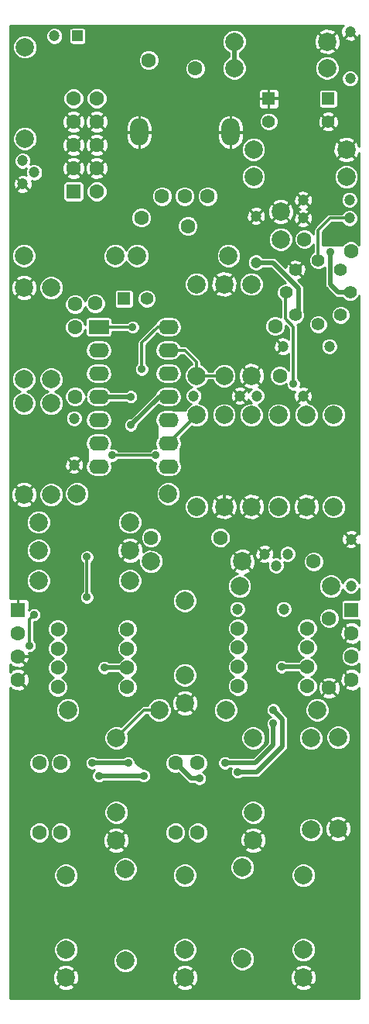
<source format=gbl>
G04 #@! TF.FileFunction,Copper,L2,Bot,Signal*
%FSLAX46Y46*%
G04 Gerber Fmt 4.6, Leading zero omitted, Abs format (unit mm)*
G04 Created by KiCad (PCBNEW (2016-08-20 BZR 7083)-product) date Mon Jan  2 06:37:45 2017*
%MOMM*%
%LPD*%
G01*
G04 APERTURE LIST*
%ADD10C,0.100000*%
%ADD11C,1.600000*%
%ADD12R,1.600000X1.600000*%
%ADD13C,2.000000*%
%ADD14R,1.400000X1.400000*%
%ADD15C,1.400000*%
%ADD16C,1.200000*%
%ADD17O,2.000000X3.000000*%
%ADD18R,1.200000X1.200000*%
%ADD19R,2.200000X1.600000*%
%ADD20O,2.200000X1.600000*%
%ADD21C,0.900000*%
%ADD22C,0.500000*%
%ADD23C,0.300000*%
%ADD24C,0.290000*%
G04 APERTURE END LIST*
D10*
D11*
X13200000Y40700000D03*
X5600000Y40700000D03*
X18500000Y18500000D03*
X18500000Y26100000D03*
X5900000Y18500000D03*
X5900000Y26100000D03*
D12*
X7330000Y88520000D03*
D11*
X9870000Y88520000D03*
X7330000Y91060000D03*
X9870000Y91060000D03*
X7330000Y93600000D03*
X9870000Y93600000D03*
X7330000Y96140000D03*
X9870000Y96140000D03*
X7330000Y98680000D03*
X9870000Y98680000D03*
D13*
X19500000Y35698000D03*
X19500000Y43826000D03*
X19500000Y32650000D03*
X12000000Y20698000D03*
X12000000Y28826000D03*
X12000000Y17650000D03*
X27000000Y20698000D03*
X27000000Y28826000D03*
X27000000Y17650000D03*
X6500000Y5698000D03*
X6500000Y13826000D03*
X6500000Y2650000D03*
D14*
X12850000Y76800000D03*
D15*
X15350000Y76800000D03*
D14*
X35200000Y98650000D03*
D15*
X35200000Y96150000D03*
D14*
X28700000Y98650000D03*
D15*
X28700000Y96150000D03*
D16*
X37600000Y100860000D03*
X37600000Y105940000D03*
X32460000Y87600000D03*
X37540000Y87600000D03*
X7400000Y63740000D03*
X7400000Y58660000D03*
X25540000Y66200000D03*
X20460000Y66200000D03*
X27300000Y80760000D03*
X27300000Y85840000D03*
X30260000Y71600000D03*
X35340000Y71600000D03*
X25260000Y42900000D03*
X30340000Y42900000D03*
X37700000Y45460000D03*
X37700000Y50540000D03*
X27360000Y66200000D03*
X32440000Y66200000D03*
X37540000Y85600000D03*
X32460000Y85600000D03*
D15*
X30600000Y77500000D03*
X31626000Y75026000D03*
X34100000Y74000000D03*
X36574000Y75026000D03*
X37600000Y77500000D03*
X36574000Y79974000D03*
X34100000Y81000000D03*
X31626000Y79974000D03*
D13*
X24920000Y102000000D03*
X35080000Y102000000D03*
X27020000Y90100000D03*
X37180000Y90100000D03*
X1900000Y55400000D03*
X1900000Y65400000D03*
X4900000Y65400000D03*
X4900000Y55400000D03*
X4900000Y68000000D03*
X4900000Y78000000D03*
X1900000Y78000000D03*
X1900000Y68000000D03*
X14300000Y81500000D03*
X24300000Y81500000D03*
X25800000Y48100000D03*
X15800000Y48100000D03*
X17700000Y55500000D03*
X7700000Y55500000D03*
X13500000Y52400000D03*
X3500000Y52400000D03*
X11900000Y81500000D03*
X1900000Y81500000D03*
X13500000Y49300000D03*
X3500000Y49300000D03*
X2000000Y94300000D03*
X2000000Y104300000D03*
X36300000Y18900000D03*
X36300000Y28900000D03*
X34000000Y31900000D03*
X24000000Y31900000D03*
X25800000Y14700000D03*
X25800000Y4700000D03*
X13000000Y14500000D03*
X13000000Y4500000D03*
X25500000Y45400000D03*
X35500000Y45400000D03*
X16700000Y31900000D03*
X6700000Y31900000D03*
X26800000Y54100000D03*
X26800000Y64100000D03*
X32800000Y54100000D03*
X32800000Y64100000D03*
X20800000Y64100000D03*
X20800000Y54100000D03*
X23800000Y54100000D03*
X23800000Y64100000D03*
X29800000Y64100000D03*
X29800000Y54100000D03*
X23800000Y78400000D03*
X23800000Y68400000D03*
X20800000Y68400000D03*
X20800000Y78400000D03*
X26800000Y68400000D03*
X26800000Y78400000D03*
X3500000Y46000000D03*
X13500000Y46000000D03*
X33300000Y28800000D03*
X33300000Y18800000D03*
D11*
X7500000Y66100000D03*
X7500000Y73700000D03*
X23400000Y50700000D03*
X15800000Y50700000D03*
X3600000Y26100000D03*
X3600000Y18500000D03*
X20900000Y26100000D03*
X20900000Y18500000D03*
X25300000Y38700000D03*
X32900000Y38700000D03*
X32900000Y40800000D03*
X25300000Y40800000D03*
X35300000Y41900000D03*
X35300000Y34300000D03*
X5600000Y36500000D03*
X13200000Y36500000D03*
X13200000Y34400000D03*
X5600000Y34400000D03*
X25300000Y36600000D03*
X32900000Y36600000D03*
X5600000Y38600000D03*
X13200000Y38600000D03*
X32900000Y34500000D03*
X25300000Y34500000D03*
X15550000Y102850000D03*
X20650000Y101950000D03*
X14750000Y85650000D03*
X19850000Y84750000D03*
D16*
X3035000Y90600000D03*
X1765000Y89330000D03*
X1765000Y91870000D03*
X29500000Y47665000D03*
X28230000Y48935000D03*
X30770000Y48935000D03*
D13*
X19500000Y5698000D03*
X19500000Y13826000D03*
X19500000Y2650000D03*
X32500000Y5698000D03*
X32500000Y13826000D03*
X32500000Y2650000D03*
D11*
X37750000Y35190000D03*
X37750000Y37730000D03*
D12*
X37750000Y42810000D03*
D11*
X37750000Y40270000D03*
X1250000Y35190000D03*
X1250000Y37730000D03*
D12*
X1250000Y42810000D03*
D11*
X1250000Y40270000D03*
D17*
X24500000Y95000000D03*
X14500000Y95000000D03*
D11*
X22000000Y88000000D03*
X19500000Y88000000D03*
X17000000Y88000000D03*
D16*
X5230000Y105500000D03*
D18*
X7770000Y105500000D03*
D19*
X10090000Y73720000D03*
D20*
X10090000Y71180000D03*
X10090000Y68640000D03*
X10090000Y66100000D03*
X10090000Y63560000D03*
X10090000Y61020000D03*
X10090000Y58480000D03*
X17710000Y58480000D03*
X17710000Y61020000D03*
X17710000Y63560000D03*
X17710000Y66100000D03*
X17710000Y68640000D03*
X17710000Y71180000D03*
X17710000Y73720000D03*
D13*
X24920000Y104900000D03*
X35080000Y104900000D03*
X37180000Y93100000D03*
X27020000Y93100000D03*
D11*
X7500000Y76200000D03*
X9700000Y76300000D03*
X33600000Y48100000D03*
X32600000Y83300000D03*
X29400000Y73800000D03*
X29900000Y68400000D03*
X37700000Y82000000D03*
D13*
X30000000Y83300000D03*
X30000000Y86300000D03*
X35800000Y54100000D03*
X35800000Y64100000D03*
D21*
X23900000Y26100000D03*
X29200000Y30400000D03*
X10100000Y24700000D03*
X15000000Y24700000D03*
X13600000Y66100000D03*
X19700000Y95000000D03*
X28400000Y76800000D03*
X28700000Y79600000D03*
X33400000Y72600000D03*
X33100000Y77100000D03*
X34100000Y79300000D03*
X38100000Y75800000D03*
X36900000Y83300000D03*
X37300000Y70900000D03*
X34000000Y70300000D03*
X37900000Y56600000D03*
X4500000Y39700000D03*
X2400000Y32900000D03*
X4100000Y43900000D03*
X26000000Y82100000D03*
X37700000Y47000000D03*
X15800000Y54100000D03*
X19300000Y51400000D03*
X15500000Y33700000D03*
X16200000Y39000000D03*
X14100000Y44100000D03*
X16900000Y44000000D03*
X21000000Y42400000D03*
X17900000Y47100000D03*
X21800000Y49700000D03*
X24000000Y29800000D03*
X22800000Y45400000D03*
X23400000Y41000000D03*
X22900000Y34100000D03*
X26900000Y30600000D03*
X29000000Y34500000D03*
X27400000Y37100000D03*
X28700000Y46100000D03*
X31400000Y47000000D03*
X34400000Y43800000D03*
X22500000Y27300000D03*
X31500000Y41900000D03*
X33000000Y62000000D03*
X26200000Y60500000D03*
X19900000Y59800000D03*
X37700000Y67300000D03*
X21500000Y70600000D03*
X25200000Y74300000D03*
X19800000Y72300000D03*
X19200000Y76600000D03*
X30200000Y93000000D03*
X30800000Y95900000D03*
X33800000Y100400000D03*
X27500000Y104900000D03*
X19300000Y105300000D03*
X14200000Y101100000D03*
X18700000Y102200000D03*
X14700000Y104500000D03*
X9000000Y100800000D03*
X4100000Y104100000D03*
X1300000Y99800000D03*
X18100000Y86400000D03*
X18400000Y81300000D03*
X22600000Y82700000D03*
X23700000Y85900000D03*
X25100000Y88900000D03*
X11600000Y75300000D03*
X13000000Y79900000D03*
X800000Y83900000D03*
X5000000Y86400000D03*
X13200000Y84000000D03*
X9400000Y79900000D03*
X8500000Y70100000D03*
X1000000Y70100000D03*
X3300000Y63700000D03*
X10700000Y38000000D03*
X10900000Y40700000D03*
X7400000Y37600000D03*
X7900000Y43000000D03*
X5300000Y47700000D03*
X3300000Y28600000D03*
X8400000Y28600000D03*
X2200000Y21900000D03*
X3400000Y24300000D03*
X8400000Y35800000D03*
X10300000Y56800000D03*
X9200000Y54300000D03*
X7600000Y49600000D03*
X11900000Y23400000D03*
X9200000Y21400000D03*
X1700000Y8700000D03*
X10300000Y14800000D03*
X6600000Y15900000D03*
X1200000Y19100000D03*
X22400000Y12400000D03*
X14400000Y10300000D03*
X16400000Y14700000D03*
X21900000Y16900000D03*
X16200000Y19900000D03*
X18900000Y23200000D03*
X22600000Y19500000D03*
X25200000Y23700000D03*
X31300000Y29200000D03*
X34800000Y27100000D03*
X29200000Y25000000D03*
X30100000Y21100000D03*
X30100000Y14900000D03*
X27800000Y9200000D03*
X36900000Y12400000D03*
X34800000Y7700000D03*
X37300000Y1800000D03*
X26100000Y1900000D03*
X13300000Y1800000D03*
X35400000Y81900000D03*
X13600000Y63000000D03*
X10700000Y36500000D03*
X30100000Y36600000D03*
X29200000Y31900000D03*
X25300000Y25100000D03*
X21100000Y24400000D03*
X9400000Y26100000D03*
X13300000Y26100000D03*
X2500000Y38900000D03*
X3000000Y42300000D03*
X8800000Y44200000D03*
X8800000Y48600000D03*
X11600000Y59700000D03*
X16300000Y59700000D03*
X13800000Y73700000D03*
X14800000Y69100000D03*
X31400000Y67500000D03*
D22*
X31626000Y75026000D02*
X32000000Y75400000D01*
X32000000Y75400000D02*
X32000000Y77900000D01*
X32000000Y77900000D02*
X29140000Y80760000D01*
X29140000Y80760000D02*
X27300000Y80760000D01*
X23900000Y26100000D02*
X27200000Y26100000D01*
X27200000Y26100000D02*
X29200000Y28100000D01*
X29200000Y28100000D02*
X29200000Y30400000D01*
X10100000Y24700000D02*
X15000000Y24700000D01*
X13600000Y66100000D02*
X10090000Y66100000D01*
D23*
X28400000Y76800000D02*
X28700000Y77100000D01*
X25400000Y76800000D02*
X28400000Y76800000D01*
X23800000Y78400000D02*
X25400000Y76800000D01*
X28700000Y77100000D02*
X28700000Y79600000D01*
X37700000Y76200000D02*
X34000000Y76200000D01*
X34000000Y76200000D02*
X33100000Y77100000D01*
X38100000Y75800000D02*
X37700000Y76200000D01*
X37300000Y70900000D02*
X36700000Y70300000D01*
X36700000Y70300000D02*
X34000000Y70300000D01*
X1250000Y37730000D02*
X3030000Y37730000D01*
X4500000Y39200000D02*
X4500000Y39700000D01*
X3030000Y37730000D02*
X4500000Y39200000D01*
X1250000Y35190000D02*
X2400000Y34040000D01*
X2400000Y34040000D02*
X2400000Y32900000D01*
X7900000Y43000000D02*
X7000000Y43900000D01*
X7000000Y43900000D02*
X4100000Y43900000D01*
X23700000Y85900000D02*
X26000000Y83600000D01*
X26000000Y83600000D02*
X26000000Y82100000D01*
X21800000Y49700000D02*
X20100000Y51400000D01*
X20100000Y51400000D02*
X19300000Y51400000D01*
X23800000Y54100000D02*
X21800000Y52100000D01*
X15500000Y38300000D02*
X15500000Y33700000D01*
X16200000Y39000000D02*
X15500000Y38300000D01*
X14200000Y44000000D02*
X14100000Y44100000D01*
X16900000Y44000000D02*
X14200000Y44000000D01*
X21000000Y45100000D02*
X21000000Y42400000D01*
X19000000Y47100000D02*
X21000000Y45100000D01*
X17900000Y47100000D02*
X19000000Y47100000D01*
X21800000Y52100000D02*
X21800000Y49700000D01*
X24000000Y29800000D02*
X22400000Y31400000D01*
X22800000Y41600000D02*
X22800000Y45400000D01*
X23400000Y41000000D02*
X22800000Y41600000D01*
X22400000Y33600000D02*
X22900000Y34100000D01*
X22400000Y31400000D02*
X22400000Y33600000D01*
X34400000Y43800000D02*
X33400000Y43800000D01*
X24800000Y30600000D02*
X26900000Y30600000D01*
X29000000Y34500000D02*
X27400000Y36100000D01*
X27400000Y36100000D02*
X27400000Y37100000D01*
X28700000Y46100000D02*
X30500000Y46100000D01*
X30500000Y46100000D02*
X31400000Y47000000D01*
X22500000Y27300000D02*
X22500000Y28300000D01*
X22500000Y28300000D02*
X24000000Y29800000D01*
X24000000Y29800000D02*
X24800000Y30600000D01*
X33400000Y43800000D02*
X31500000Y41900000D01*
X23800000Y54100000D02*
X23800000Y55900000D01*
X27700000Y62000000D02*
X33000000Y62000000D01*
X26200000Y60500000D02*
X27700000Y62000000D01*
X23800000Y55900000D02*
X19900000Y59800000D01*
X32440000Y66200000D02*
X33540000Y67300000D01*
X33540000Y67300000D02*
X37700000Y67300000D01*
X25200000Y74300000D02*
X21500000Y70600000D01*
X23800000Y78400000D02*
X22000000Y76600000D01*
X22000000Y76600000D02*
X19200000Y76600000D01*
X32460000Y87600000D02*
X30200000Y89860000D01*
X30200000Y89860000D02*
X30200000Y93000000D01*
X28700000Y98650000D02*
X30750000Y98650000D01*
X32500000Y100400000D02*
X33800000Y100400000D01*
X30750000Y98650000D02*
X32500000Y100400000D01*
X18700000Y102200000D02*
X18700000Y104700000D01*
X18700000Y104700000D02*
X19300000Y105300000D01*
X17600000Y101100000D02*
X14200000Y101100000D01*
X18700000Y102200000D02*
X17600000Y101100000D01*
X12700000Y104500000D02*
X14700000Y104500000D01*
X9000000Y100800000D02*
X12700000Y104500000D01*
X4100000Y102600000D02*
X4100000Y104100000D01*
X1300000Y99800000D02*
X4100000Y102600000D01*
X27300000Y85840000D02*
X25100000Y88040000D01*
X18100000Y81600000D02*
X18100000Y86400000D01*
X18400000Y81300000D02*
X18100000Y81600000D01*
X23700000Y83800000D02*
X22600000Y82700000D01*
X23700000Y85900000D02*
X23700000Y83800000D01*
X25100000Y88040000D02*
X25100000Y88900000D01*
X9400000Y79900000D02*
X13000000Y79900000D01*
X1765000Y89330000D02*
X800000Y88365000D01*
X800000Y88365000D02*
X800000Y83900000D01*
X11000000Y84000000D02*
X13200000Y84000000D01*
X9400000Y82400000D02*
X11000000Y84000000D01*
X9400000Y79900000D02*
X9400000Y82400000D01*
X1000000Y70100000D02*
X8500000Y70100000D01*
X7400000Y58660000D02*
X3300000Y62760000D01*
X3300000Y62760000D02*
X3300000Y63700000D01*
X7900000Y43000000D02*
X8600000Y43000000D01*
X8600000Y43000000D02*
X10900000Y40700000D01*
X5300000Y47700000D02*
X7200000Y49600000D01*
X7400000Y36800000D02*
X7400000Y37600000D01*
X7900000Y43000000D02*
X7900000Y45100000D01*
X7900000Y45100000D02*
X5300000Y47700000D01*
X8400000Y35800000D02*
X8400000Y28600000D01*
X2800000Y24300000D02*
X1900000Y25200000D01*
X1900000Y25200000D02*
X1900000Y27200000D01*
X1900000Y27200000D02*
X3300000Y28600000D01*
X2200000Y21900000D02*
X3400000Y23100000D01*
X9200000Y21400000D02*
X2700000Y21400000D01*
X2700000Y21400000D02*
X2200000Y21900000D01*
X3400000Y23100000D02*
X3400000Y24300000D01*
X3400000Y24300000D02*
X2800000Y24300000D01*
X8400000Y35800000D02*
X7400000Y36800000D01*
X10300000Y55400000D02*
X10300000Y56800000D01*
X9200000Y54300000D02*
X10300000Y55400000D01*
X7200000Y49600000D02*
X7600000Y49600000D01*
X9200000Y21400000D02*
X11200000Y23400000D01*
X11200000Y23400000D02*
X11900000Y23400000D01*
X1700000Y8700000D02*
X1700000Y18600000D01*
X7700000Y14800000D02*
X10300000Y14800000D01*
X6600000Y15900000D02*
X7700000Y14800000D01*
X1700000Y18600000D02*
X1200000Y19100000D01*
X27000000Y17650000D02*
X26250000Y16900000D01*
X16400000Y12300000D02*
X14400000Y10300000D01*
X16400000Y14700000D02*
X16400000Y12300000D01*
X26250000Y16900000D02*
X21900000Y16900000D01*
X16200000Y20500000D02*
X16200000Y19900000D01*
X18900000Y23200000D02*
X16200000Y20500000D01*
X22600000Y21100000D02*
X22600000Y19500000D01*
X25200000Y23700000D02*
X22600000Y21100000D01*
X29200000Y25000000D02*
X31300000Y27100000D01*
X31300000Y27100000D02*
X31300000Y29200000D01*
X30100000Y24100000D02*
X29200000Y25000000D01*
X30100000Y21100000D02*
X30100000Y24100000D01*
X27800000Y12600000D02*
X30100000Y14900000D01*
X27800000Y9200000D02*
X27800000Y12600000D01*
X32500000Y2650000D02*
X33350000Y1800000D01*
X34800000Y10300000D02*
X36900000Y12400000D01*
X34800000Y7700000D02*
X34800000Y10300000D01*
X33350000Y1800000D02*
X37300000Y1800000D01*
X6500000Y2650000D02*
X7350000Y1800000D01*
X7350000Y1800000D02*
X13300000Y1800000D01*
D22*
X35400000Y81900000D02*
X35400000Y78400000D01*
X36300000Y77500000D02*
X37600000Y77500000D01*
X35400000Y78400000D02*
X36300000Y77500000D01*
X13600000Y63000000D02*
X16700000Y66100000D01*
X16700000Y66100000D02*
X17710000Y66100000D01*
X10700000Y36500000D02*
X13200000Y36500000D01*
X18500000Y26100000D02*
X20200000Y24400000D01*
X30100000Y36600000D02*
X32900000Y36600000D01*
X30200000Y30900000D02*
X29200000Y31900000D01*
X30200000Y27900000D02*
X30200000Y30900000D01*
X27400000Y25100000D02*
X30200000Y27900000D01*
X25300000Y25100000D02*
X27400000Y25100000D01*
X20200000Y24400000D02*
X21100000Y24400000D01*
X9400000Y26100000D02*
X13300000Y26100000D01*
X24920000Y102000000D02*
X24920000Y104900000D01*
D23*
X20800000Y68400000D02*
X23800000Y68400000D01*
X17710000Y71180000D02*
X19520000Y71180000D01*
X20800000Y69900000D02*
X20800000Y68400000D01*
X19520000Y71180000D02*
X20800000Y69900000D01*
X20800000Y64100000D02*
X20790000Y64100000D01*
X20790000Y64100000D02*
X17710000Y61020000D01*
X2500000Y41800000D02*
X2500000Y38900000D01*
X3000000Y42300000D02*
X2500000Y41800000D01*
X8800000Y48600000D02*
X8800000Y44200000D01*
X16300000Y59700000D02*
X11600000Y59700000D01*
X34100000Y81000000D02*
X34100000Y84300000D01*
X35400000Y85600000D02*
X37540000Y85600000D01*
X34100000Y84300000D02*
X35400000Y85600000D01*
X10090000Y73720000D02*
X13780000Y73720000D01*
X14800000Y69100000D02*
X14800000Y72000000D01*
X16520000Y73720000D02*
X17710000Y73720000D01*
X14800000Y72000000D02*
X16520000Y73720000D01*
X12000000Y28826000D02*
X15074000Y31900000D01*
X15074000Y31900000D02*
X16700000Y31900000D01*
X30600000Y77500000D02*
X30500000Y77400000D01*
X30500000Y77400000D02*
X30500000Y74600000D01*
X30500000Y74600000D02*
X31400000Y73700000D01*
X31400000Y73700000D02*
X31400000Y67500000D01*
D24*
G36*
X36735085Y106562217D02*
X36562811Y106183865D01*
X36548439Y105768387D01*
X36694158Y105379035D01*
X36735085Y105317783D01*
X36921736Y105268807D01*
X37592929Y105940000D01*
X37578787Y105954142D01*
X37585858Y105961213D01*
X37600000Y105947071D01*
X37614143Y105961213D01*
X37621214Y105954142D01*
X37607071Y105940000D01*
X38278264Y105268807D01*
X38464915Y105317783D01*
X38605000Y105625441D01*
X38605000Y93414227D01*
X38433584Y93874061D01*
X38374864Y93961940D01*
X38146650Y94059579D01*
X37187071Y93100000D01*
X38146650Y92140421D01*
X38374864Y92238060D01*
X38605000Y92741753D01*
X38605000Y82714109D01*
X38349437Y82970118D01*
X37928754Y83144801D01*
X37473245Y83145198D01*
X37052257Y82971250D01*
X36729882Y82649437D01*
X36728040Y82645000D01*
X35678909Y82645000D01*
X35558829Y82694862D01*
X35242558Y82695138D01*
X35121215Y82645000D01*
X34595000Y82645000D01*
X34595000Y84094964D01*
X35605036Y85105000D01*
X36722039Y85105000D01*
X36738401Y85065400D01*
X37004001Y84799335D01*
X37351203Y84655164D01*
X37727148Y84654836D01*
X38074600Y84798401D01*
X38340665Y85064001D01*
X38484836Y85411203D01*
X38485164Y85787148D01*
X38341599Y86134600D01*
X38075999Y86400665D01*
X37728797Y86544836D01*
X37352852Y86545164D01*
X37005400Y86401599D01*
X36739335Y86135999D01*
X36722311Y86095000D01*
X35400000Y86095000D01*
X35210572Y86057320D01*
X35049982Y85950018D01*
X33749982Y84650018D01*
X33642680Y84489428D01*
X33605000Y84300000D01*
X33605000Y83866061D01*
X33571250Y83947743D01*
X33249437Y84270118D01*
X32828754Y84444801D01*
X32373245Y84445198D01*
X31952257Y84271250D01*
X31629882Y83949437D01*
X31455199Y83528754D01*
X31454802Y83073245D01*
X31628750Y82652257D01*
X31950563Y82329882D01*
X32371246Y82155199D01*
X32826755Y82154802D01*
X33247743Y82328750D01*
X33570118Y82650563D01*
X33605000Y82734568D01*
X33605000Y81926162D01*
X33508828Y81886425D01*
X33214608Y81592718D01*
X33055182Y81208775D01*
X33054819Y80793049D01*
X33213575Y80408828D01*
X33507282Y80114608D01*
X33891225Y79955182D01*
X34306951Y79954819D01*
X34691172Y80113575D01*
X34805000Y80227205D01*
X34805000Y78400005D01*
X34804999Y78400000D01*
X34842777Y78210081D01*
X34850292Y78172303D01*
X34932207Y78049708D01*
X34979271Y77979271D01*
X35879269Y77079274D01*
X35879271Y77079271D01*
X36072303Y76950292D01*
X36085118Y76947743D01*
X36300000Y76904999D01*
X36300005Y76905000D01*
X36717396Y76905000D01*
X37007282Y76614608D01*
X37391225Y76455182D01*
X37806951Y76454819D01*
X38191172Y76613575D01*
X38485392Y76907282D01*
X38605000Y77195332D01*
X38605000Y51102225D01*
X38564915Y51162217D01*
X38378264Y51211193D01*
X37707071Y50540000D01*
X38378264Y49868807D01*
X38564915Y49917783D01*
X38605000Y50005819D01*
X38605000Y45744352D01*
X38501599Y45994600D01*
X38235999Y46260665D01*
X37888797Y46404836D01*
X37512852Y46405164D01*
X37165400Y46261599D01*
X36899335Y45995999D01*
X36803948Y45766281D01*
X36640900Y46160886D01*
X36262876Y46539571D01*
X35768711Y46744766D01*
X35233637Y46745233D01*
X34739114Y46540900D01*
X34360429Y46162876D01*
X34155234Y45668711D01*
X34154767Y45133637D01*
X34359100Y44639114D01*
X34737124Y44260429D01*
X35231289Y44055234D01*
X35766363Y44054767D01*
X36260886Y44259100D01*
X36639571Y44637124D01*
X36829009Y45093341D01*
X36898401Y44925400D01*
X37164001Y44659335D01*
X37511203Y44515164D01*
X37887148Y44514836D01*
X38234600Y44658401D01*
X38500665Y44924001D01*
X38605000Y45175267D01*
X38605000Y43950818D01*
X38550000Y43961758D01*
X36950000Y43961758D01*
X36815388Y43934982D01*
X36701270Y43858730D01*
X36625018Y43744612D01*
X36598242Y43610000D01*
X36598242Y42010000D01*
X36625018Y41875388D01*
X36701270Y41761270D01*
X36815388Y41685018D01*
X36950000Y41658242D01*
X38550000Y41658242D01*
X38605000Y41669182D01*
X38605000Y41132074D01*
X38565385Y41092459D01*
X38492079Y41299890D01*
X38041469Y41505475D01*
X37546487Y41522971D01*
X37082487Y41349714D01*
X37007921Y41299890D01*
X36934614Y41092457D01*
X37750000Y40277071D01*
X37764143Y40291213D01*
X37771214Y40284142D01*
X37757071Y40270000D01*
X37771214Y40255857D01*
X37764143Y40248786D01*
X37750000Y40262929D01*
X36934614Y39447543D01*
X37007921Y39240110D01*
X37458531Y39034525D01*
X37953513Y39017029D01*
X38417513Y39190286D01*
X38492079Y39240110D01*
X38565385Y39447541D01*
X38605000Y39407926D01*
X38605000Y38494196D01*
X38399437Y38700118D01*
X37978754Y38874801D01*
X37523245Y38875198D01*
X37102257Y38701250D01*
X36779882Y38379437D01*
X36605199Y37958754D01*
X36604802Y37503245D01*
X36778750Y37082257D01*
X37100563Y36759882D01*
X37521246Y36585199D01*
X37976755Y36584802D01*
X38397743Y36758750D01*
X38605000Y36965646D01*
X38605000Y36052074D01*
X38565385Y36012459D01*
X38492079Y36219890D01*
X38041469Y36425475D01*
X37546487Y36442971D01*
X37082487Y36269714D01*
X37007921Y36219890D01*
X36934614Y36012457D01*
X37750000Y35197071D01*
X37764143Y35211213D01*
X37771214Y35204142D01*
X37757071Y35190000D01*
X37771214Y35175857D01*
X37764143Y35168786D01*
X37750000Y35182929D01*
X36934614Y34367543D01*
X37007921Y34160110D01*
X37458531Y33954525D01*
X37953513Y33937029D01*
X38417513Y34110286D01*
X38492079Y34160110D01*
X38565385Y34367541D01*
X38605000Y34327926D01*
X38605000Y395000D01*
X395000Y395000D01*
X395000Y1683350D01*
X5540421Y1683350D01*
X5638060Y1455136D01*
X6160926Y1216240D01*
X6735413Y1195620D01*
X7274061Y1396416D01*
X7361940Y1455136D01*
X7459579Y1683350D01*
X18540421Y1683350D01*
X18638060Y1455136D01*
X19160926Y1216240D01*
X19735413Y1195620D01*
X20274061Y1396416D01*
X20361940Y1455136D01*
X20459579Y1683350D01*
X31540421Y1683350D01*
X31638060Y1455136D01*
X32160926Y1216240D01*
X32735413Y1195620D01*
X33274061Y1396416D01*
X33361940Y1455136D01*
X33459579Y1683350D01*
X32500000Y2642929D01*
X31540421Y1683350D01*
X20459579Y1683350D01*
X19500000Y2642929D01*
X18540421Y1683350D01*
X7459579Y1683350D01*
X6500000Y2642929D01*
X5540421Y1683350D01*
X395000Y1683350D01*
X395000Y2414587D01*
X5045620Y2414587D01*
X5246416Y1875939D01*
X5305136Y1788060D01*
X5533350Y1690421D01*
X6492929Y2650000D01*
X6507071Y2650000D01*
X7466650Y1690421D01*
X7694864Y1788060D01*
X7933760Y2310926D01*
X7937480Y2414587D01*
X18045620Y2414587D01*
X18246416Y1875939D01*
X18305136Y1788060D01*
X18533350Y1690421D01*
X19492929Y2650000D01*
X19507071Y2650000D01*
X20466650Y1690421D01*
X20694864Y1788060D01*
X20933760Y2310926D01*
X20937480Y2414587D01*
X31045620Y2414587D01*
X31246416Y1875939D01*
X31305136Y1788060D01*
X31533350Y1690421D01*
X32492929Y2650000D01*
X32507071Y2650000D01*
X33466650Y1690421D01*
X33694864Y1788060D01*
X33933760Y2310926D01*
X33954380Y2885413D01*
X33753584Y3424061D01*
X33694864Y3511940D01*
X33466650Y3609579D01*
X32507071Y2650000D01*
X32492929Y2650000D01*
X31533350Y3609579D01*
X31305136Y3511940D01*
X31066240Y2989074D01*
X31045620Y2414587D01*
X20937480Y2414587D01*
X20954380Y2885413D01*
X20753584Y3424061D01*
X20694864Y3511940D01*
X20466650Y3609579D01*
X19507071Y2650000D01*
X19492929Y2650000D01*
X18533350Y3609579D01*
X18305136Y3511940D01*
X18066240Y2989074D01*
X18045620Y2414587D01*
X7937480Y2414587D01*
X7954380Y2885413D01*
X7753584Y3424061D01*
X7694864Y3511940D01*
X7466650Y3609579D01*
X6507071Y2650000D01*
X6492929Y2650000D01*
X5533350Y3609579D01*
X5305136Y3511940D01*
X5066240Y2989074D01*
X5045620Y2414587D01*
X395000Y2414587D01*
X395000Y3616650D01*
X5540421Y3616650D01*
X6500000Y2657071D01*
X7459579Y3616650D01*
X7361940Y3844864D01*
X6839074Y4083760D01*
X6264587Y4104380D01*
X5725939Y3903584D01*
X5638060Y3844864D01*
X5540421Y3616650D01*
X395000Y3616650D01*
X395000Y4233637D01*
X11654767Y4233637D01*
X11859100Y3739114D01*
X12237124Y3360429D01*
X12731289Y3155234D01*
X13266363Y3154767D01*
X13760886Y3359100D01*
X14018886Y3616650D01*
X18540421Y3616650D01*
X19500000Y2657071D01*
X20459579Y3616650D01*
X20361940Y3844864D01*
X19839074Y4083760D01*
X19264587Y4104380D01*
X18725939Y3903584D01*
X18638060Y3844864D01*
X18540421Y3616650D01*
X14018886Y3616650D01*
X14139571Y3737124D01*
X14344766Y4231289D01*
X14345233Y4766363D01*
X14140900Y5260886D01*
X13970448Y5431637D01*
X18154767Y5431637D01*
X18359100Y4937114D01*
X18737124Y4558429D01*
X19231289Y4353234D01*
X19766363Y4352767D01*
X19962083Y4433637D01*
X24454767Y4433637D01*
X24659100Y3939114D01*
X25037124Y3560429D01*
X25531289Y3355234D01*
X26066363Y3354767D01*
X26560886Y3559100D01*
X26618536Y3616650D01*
X31540421Y3616650D01*
X32500000Y2657071D01*
X33459579Y3616650D01*
X33361940Y3844864D01*
X32839074Y4083760D01*
X32264587Y4104380D01*
X31725939Y3903584D01*
X31638060Y3844864D01*
X31540421Y3616650D01*
X26618536Y3616650D01*
X26939571Y3937124D01*
X27144766Y4431289D01*
X27145233Y4966363D01*
X26952986Y5431637D01*
X31154767Y5431637D01*
X31359100Y4937114D01*
X31737124Y4558429D01*
X32231289Y4353234D01*
X32766363Y4352767D01*
X33260886Y4557100D01*
X33639571Y4935124D01*
X33844766Y5429289D01*
X33845233Y5964363D01*
X33640900Y6458886D01*
X33262876Y6837571D01*
X32768711Y7042766D01*
X32233637Y7043233D01*
X31739114Y6838900D01*
X31360429Y6460876D01*
X31155234Y5966711D01*
X31154767Y5431637D01*
X26952986Y5431637D01*
X26940900Y5460886D01*
X26562876Y5839571D01*
X26068711Y6044766D01*
X25533637Y6045233D01*
X25039114Y5840900D01*
X24660429Y5462876D01*
X24455234Y4968711D01*
X24454767Y4433637D01*
X19962083Y4433637D01*
X20260886Y4557100D01*
X20639571Y4935124D01*
X20844766Y5429289D01*
X20845233Y5964363D01*
X20640900Y6458886D01*
X20262876Y6837571D01*
X19768711Y7042766D01*
X19233637Y7043233D01*
X18739114Y6838900D01*
X18360429Y6460876D01*
X18155234Y5966711D01*
X18154767Y5431637D01*
X13970448Y5431637D01*
X13762876Y5639571D01*
X13268711Y5844766D01*
X12733637Y5845233D01*
X12239114Y5640900D01*
X11860429Y5262876D01*
X11655234Y4768711D01*
X11654767Y4233637D01*
X395000Y4233637D01*
X395000Y5431637D01*
X5154767Y5431637D01*
X5359100Y4937114D01*
X5737124Y4558429D01*
X6231289Y4353234D01*
X6766363Y4352767D01*
X7260886Y4557100D01*
X7639571Y4935124D01*
X7844766Y5429289D01*
X7845233Y5964363D01*
X7640900Y6458886D01*
X7262876Y6837571D01*
X6768711Y7042766D01*
X6233637Y7043233D01*
X5739114Y6838900D01*
X5360429Y6460876D01*
X5155234Y5966711D01*
X5154767Y5431637D01*
X395000Y5431637D01*
X395000Y13559637D01*
X5154767Y13559637D01*
X5359100Y13065114D01*
X5737124Y12686429D01*
X6231289Y12481234D01*
X6766363Y12480767D01*
X7260886Y12685100D01*
X7639571Y13063124D01*
X7844766Y13557289D01*
X7845233Y14092363D01*
X7786860Y14233637D01*
X11654767Y14233637D01*
X11859100Y13739114D01*
X12237124Y13360429D01*
X12731289Y13155234D01*
X13266363Y13154767D01*
X13760886Y13359100D01*
X13961773Y13559637D01*
X18154767Y13559637D01*
X18359100Y13065114D01*
X18737124Y12686429D01*
X19231289Y12481234D01*
X19766363Y12480767D01*
X20260886Y12685100D01*
X20639571Y13063124D01*
X20844766Y13557289D01*
X20845233Y14092363D01*
X20704222Y14433637D01*
X24454767Y14433637D01*
X24659100Y13939114D01*
X25037124Y13560429D01*
X25531289Y13355234D01*
X26066363Y13354767D01*
X26560886Y13559100D01*
X26561423Y13559637D01*
X31154767Y13559637D01*
X31359100Y13065114D01*
X31737124Y12686429D01*
X32231289Y12481234D01*
X32766363Y12480767D01*
X33260886Y12685100D01*
X33639571Y13063124D01*
X33844766Y13557289D01*
X33845233Y14092363D01*
X33640900Y14586886D01*
X33262876Y14965571D01*
X32768711Y15170766D01*
X32233637Y15171233D01*
X31739114Y14966900D01*
X31360429Y14588876D01*
X31155234Y14094711D01*
X31154767Y13559637D01*
X26561423Y13559637D01*
X26939571Y13937124D01*
X27144766Y14431289D01*
X27145233Y14966363D01*
X26940900Y15460886D01*
X26562876Y15839571D01*
X26068711Y16044766D01*
X25533637Y16045233D01*
X25039114Y15840900D01*
X24660429Y15462876D01*
X24455234Y14968711D01*
X24454767Y14433637D01*
X20704222Y14433637D01*
X20640900Y14586886D01*
X20262876Y14965571D01*
X19768711Y15170766D01*
X19233637Y15171233D01*
X18739114Y14966900D01*
X18360429Y14588876D01*
X18155234Y14094711D01*
X18154767Y13559637D01*
X13961773Y13559637D01*
X14139571Y13737124D01*
X14344766Y14231289D01*
X14345233Y14766363D01*
X14140900Y15260886D01*
X13762876Y15639571D01*
X13268711Y15844766D01*
X12733637Y15845233D01*
X12239114Y15640900D01*
X11860429Y15262876D01*
X11655234Y14768711D01*
X11654767Y14233637D01*
X7786860Y14233637D01*
X7640900Y14586886D01*
X7262876Y14965571D01*
X6768711Y15170766D01*
X6233637Y15171233D01*
X5739114Y14966900D01*
X5360429Y14588876D01*
X5155234Y14094711D01*
X5154767Y13559637D01*
X395000Y13559637D01*
X395000Y16683350D01*
X11040421Y16683350D01*
X11138060Y16455136D01*
X11660926Y16216240D01*
X12235413Y16195620D01*
X12774061Y16396416D01*
X12861940Y16455136D01*
X12959579Y16683350D01*
X26040421Y16683350D01*
X26138060Y16455136D01*
X26660926Y16216240D01*
X27235413Y16195620D01*
X27774061Y16396416D01*
X27861940Y16455136D01*
X27959579Y16683350D01*
X27000000Y17642929D01*
X26040421Y16683350D01*
X12959579Y16683350D01*
X12000000Y17642929D01*
X11040421Y16683350D01*
X395000Y16683350D01*
X395000Y18273245D01*
X2454802Y18273245D01*
X2628750Y17852257D01*
X2950563Y17529882D01*
X3371246Y17355199D01*
X3826755Y17354802D01*
X4247743Y17528750D01*
X4570118Y17850563D01*
X4744801Y18271246D01*
X4744802Y18273245D01*
X4754802Y18273245D01*
X4928750Y17852257D01*
X5250563Y17529882D01*
X5671246Y17355199D01*
X6126755Y17354802D01*
X6271446Y17414587D01*
X10545620Y17414587D01*
X10746416Y16875939D01*
X10805136Y16788060D01*
X11033350Y16690421D01*
X11992929Y17650000D01*
X12007071Y17650000D01*
X12966650Y16690421D01*
X13194864Y16788060D01*
X13433760Y17310926D01*
X13454380Y17885413D01*
X13309805Y18273245D01*
X17354802Y18273245D01*
X17528750Y17852257D01*
X17850563Y17529882D01*
X18271246Y17355199D01*
X18726755Y17354802D01*
X19147743Y17528750D01*
X19470118Y17850563D01*
X19644801Y18271246D01*
X19644802Y18273245D01*
X19754802Y18273245D01*
X19928750Y17852257D01*
X20250563Y17529882D01*
X20671246Y17355199D01*
X21126755Y17354802D01*
X21271446Y17414587D01*
X25545620Y17414587D01*
X25746416Y16875939D01*
X25805136Y16788060D01*
X26033350Y16690421D01*
X26992929Y17650000D01*
X27007071Y17650000D01*
X27966650Y16690421D01*
X28194864Y16788060D01*
X28433760Y17310926D01*
X28454380Y17885413D01*
X28253584Y18424061D01*
X28194864Y18511940D01*
X28144152Y18533637D01*
X31954767Y18533637D01*
X32159100Y18039114D01*
X32537124Y17660429D01*
X33031289Y17455234D01*
X33566363Y17454767D01*
X34060886Y17659100D01*
X34335615Y17933350D01*
X35340421Y17933350D01*
X35438060Y17705136D01*
X35960926Y17466240D01*
X36535413Y17445620D01*
X37074061Y17646416D01*
X37161940Y17705136D01*
X37259579Y17933350D01*
X36300000Y18892929D01*
X35340421Y17933350D01*
X34335615Y17933350D01*
X34439571Y18037124D01*
X34644766Y18531289D01*
X34644882Y18664587D01*
X34845620Y18664587D01*
X35046416Y18125939D01*
X35105136Y18038060D01*
X35333350Y17940421D01*
X36292929Y18900000D01*
X36307071Y18900000D01*
X37266650Y17940421D01*
X37494864Y18038060D01*
X37733760Y18560926D01*
X37754380Y19135413D01*
X37553584Y19674061D01*
X37494864Y19761940D01*
X37266650Y19859579D01*
X36307071Y18900000D01*
X36292929Y18900000D01*
X35333350Y19859579D01*
X35105136Y19761940D01*
X34866240Y19239074D01*
X34845620Y18664587D01*
X34644882Y18664587D01*
X34645233Y19066363D01*
X34440900Y19560886D01*
X34135670Y19866650D01*
X35340421Y19866650D01*
X36300000Y18907071D01*
X37259579Y19866650D01*
X37161940Y20094864D01*
X36639074Y20333760D01*
X36064587Y20354380D01*
X35525939Y20153584D01*
X35438060Y20094864D01*
X35340421Y19866650D01*
X34135670Y19866650D01*
X34062876Y19939571D01*
X33568711Y20144766D01*
X33033637Y20145233D01*
X32539114Y19940900D01*
X32160429Y19562876D01*
X31955234Y19068711D01*
X31954767Y18533637D01*
X28144152Y18533637D01*
X27966650Y18609579D01*
X27007071Y17650000D01*
X26992929Y17650000D01*
X26033350Y18609579D01*
X25805136Y18511940D01*
X25566240Y17989074D01*
X25545620Y17414587D01*
X21271446Y17414587D01*
X21547743Y17528750D01*
X21870118Y17850563D01*
X22044801Y18271246D01*
X22045102Y18616650D01*
X26040421Y18616650D01*
X27000000Y17657071D01*
X27959579Y18616650D01*
X27861940Y18844864D01*
X27339074Y19083760D01*
X26764587Y19104380D01*
X26225939Y18903584D01*
X26138060Y18844864D01*
X26040421Y18616650D01*
X22045102Y18616650D01*
X22045198Y18726755D01*
X21871250Y19147743D01*
X21549437Y19470118D01*
X21128754Y19644801D01*
X20673245Y19645198D01*
X20252257Y19471250D01*
X19929882Y19149437D01*
X19755199Y18728754D01*
X19754802Y18273245D01*
X19644802Y18273245D01*
X19645198Y18726755D01*
X19471250Y19147743D01*
X19149437Y19470118D01*
X18728754Y19644801D01*
X18273245Y19645198D01*
X17852257Y19471250D01*
X17529882Y19149437D01*
X17355199Y18728754D01*
X17354802Y18273245D01*
X13309805Y18273245D01*
X13253584Y18424061D01*
X13194864Y18511940D01*
X12966650Y18609579D01*
X12007071Y17650000D01*
X11992929Y17650000D01*
X11033350Y18609579D01*
X10805136Y18511940D01*
X10566240Y17989074D01*
X10545620Y17414587D01*
X6271446Y17414587D01*
X6547743Y17528750D01*
X6870118Y17850563D01*
X7044801Y18271246D01*
X7045102Y18616650D01*
X11040421Y18616650D01*
X12000000Y17657071D01*
X12959579Y18616650D01*
X12861940Y18844864D01*
X12339074Y19083760D01*
X11764587Y19104380D01*
X11225939Y18903584D01*
X11138060Y18844864D01*
X11040421Y18616650D01*
X7045102Y18616650D01*
X7045198Y18726755D01*
X6871250Y19147743D01*
X6549437Y19470118D01*
X6128754Y19644801D01*
X5673245Y19645198D01*
X5252257Y19471250D01*
X4929882Y19149437D01*
X4755199Y18728754D01*
X4754802Y18273245D01*
X4744802Y18273245D01*
X4745198Y18726755D01*
X4571250Y19147743D01*
X4249437Y19470118D01*
X3828754Y19644801D01*
X3373245Y19645198D01*
X2952257Y19471250D01*
X2629882Y19149437D01*
X2455199Y18728754D01*
X2454802Y18273245D01*
X395000Y18273245D01*
X395000Y20431637D01*
X10654767Y20431637D01*
X10859100Y19937114D01*
X11237124Y19558429D01*
X11731289Y19353234D01*
X12266363Y19352767D01*
X12760886Y19557100D01*
X13139571Y19935124D01*
X13344766Y20429289D01*
X13344768Y20431637D01*
X25654767Y20431637D01*
X25859100Y19937114D01*
X26237124Y19558429D01*
X26731289Y19353234D01*
X27266363Y19352767D01*
X27760886Y19557100D01*
X28139571Y19935124D01*
X28344766Y20429289D01*
X28345233Y20964363D01*
X28140900Y21458886D01*
X27762876Y21837571D01*
X27268711Y22042766D01*
X26733637Y22043233D01*
X26239114Y21838900D01*
X25860429Y21460876D01*
X25655234Y20966711D01*
X25654767Y20431637D01*
X13344768Y20431637D01*
X13345233Y20964363D01*
X13140900Y21458886D01*
X12762876Y21837571D01*
X12268711Y22042766D01*
X11733637Y22043233D01*
X11239114Y21838900D01*
X10860429Y21460876D01*
X10655234Y20966711D01*
X10654767Y20431637D01*
X395000Y20431637D01*
X395000Y25873245D01*
X2454802Y25873245D01*
X2628750Y25452257D01*
X2950563Y25129882D01*
X3371246Y24955199D01*
X3826755Y24954802D01*
X4247743Y25128750D01*
X4570118Y25450563D01*
X4744801Y25871246D01*
X4744802Y25873245D01*
X4754802Y25873245D01*
X4928750Y25452257D01*
X5250563Y25129882D01*
X5671246Y24955199D01*
X6126755Y24954802D01*
X6547743Y25128750D01*
X6870118Y25450563D01*
X7044801Y25871246D01*
X7044863Y25942558D01*
X8604862Y25942558D01*
X8725639Y25650257D01*
X8949081Y25426425D01*
X9241171Y25305138D01*
X9557442Y25304862D01*
X9597018Y25321214D01*
X9426425Y25150919D01*
X9305138Y24858829D01*
X9304862Y24542558D01*
X9425639Y24250257D01*
X9649081Y24026425D01*
X9941171Y23905138D01*
X10257442Y23904862D01*
X10549743Y24025639D01*
X10629243Y24105000D01*
X14470643Y24105000D01*
X14549081Y24026425D01*
X14841171Y23905138D01*
X15157442Y23904862D01*
X15449743Y24025639D01*
X15673575Y24249081D01*
X15794862Y24541171D01*
X15795138Y24857442D01*
X15674361Y25149743D01*
X15450919Y25373575D01*
X15158829Y25494862D01*
X14978375Y25495019D01*
X14458315Y25873245D01*
X17354802Y25873245D01*
X17528750Y25452257D01*
X17850563Y25129882D01*
X18271246Y24955199D01*
X18726755Y24954802D01*
X18781231Y24977311D01*
X19779269Y23979274D01*
X19779271Y23979271D01*
X19972303Y23850292D01*
X20010081Y23842777D01*
X20200000Y23804999D01*
X20200005Y23805000D01*
X20570643Y23805000D01*
X20649081Y23726425D01*
X20941171Y23605138D01*
X21257442Y23604862D01*
X21549743Y23725639D01*
X21773575Y23949081D01*
X21894862Y24241171D01*
X21895138Y24557442D01*
X21774361Y24849743D01*
X21550919Y25073575D01*
X21482733Y25101888D01*
X21547743Y25128750D01*
X21870118Y25450563D01*
X22044801Y25871246D01*
X22044863Y25942558D01*
X23104862Y25942558D01*
X23225639Y25650257D01*
X23449081Y25426425D01*
X23741171Y25305138D01*
X24057442Y25304862D01*
X24349743Y25425639D01*
X24429243Y25505000D01*
X24607358Y25505000D01*
X24505138Y25258829D01*
X24504862Y24942558D01*
X24625639Y24650257D01*
X24849081Y24426425D01*
X25141171Y24305138D01*
X25457442Y24304862D01*
X25749743Y24425639D01*
X25829243Y24505000D01*
X27399995Y24505000D01*
X27400000Y24504999D01*
X27589919Y24542777D01*
X27627697Y24550292D01*
X27820729Y24679271D01*
X30620729Y27479271D01*
X30671173Y27554767D01*
X30749708Y27672303D01*
X30766973Y27759100D01*
X30795001Y27900000D01*
X30795000Y27900005D01*
X30795000Y28533637D01*
X31954767Y28533637D01*
X32159100Y28039114D01*
X32537124Y27660429D01*
X33031289Y27455234D01*
X33566363Y27454767D01*
X34060886Y27659100D01*
X34439571Y28037124D01*
X34644766Y28531289D01*
X34644855Y28633637D01*
X34954767Y28633637D01*
X35159100Y28139114D01*
X35537124Y27760429D01*
X36031289Y27555234D01*
X36566363Y27554767D01*
X37060886Y27759100D01*
X37439571Y28137124D01*
X37644766Y28631289D01*
X37645233Y29166363D01*
X37440900Y29660886D01*
X37062876Y30039571D01*
X36568711Y30244766D01*
X36033637Y30245233D01*
X35539114Y30040900D01*
X35160429Y29662876D01*
X34955234Y29168711D01*
X34954767Y28633637D01*
X34644855Y28633637D01*
X34645233Y29066363D01*
X34440900Y29560886D01*
X34062876Y29939571D01*
X33568711Y30144766D01*
X33033637Y30145233D01*
X32539114Y29940900D01*
X32160429Y29562876D01*
X31955234Y29068711D01*
X31954767Y28533637D01*
X30795000Y28533637D01*
X30795000Y30899995D01*
X30795001Y30900000D01*
X30749709Y31127696D01*
X30683740Y31226425D01*
X30620729Y31320729D01*
X30620726Y31320731D01*
X30307821Y31633637D01*
X32654767Y31633637D01*
X32859100Y31139114D01*
X33237124Y30760429D01*
X33731289Y30555234D01*
X34266363Y30554767D01*
X34760886Y30759100D01*
X35139571Y31137124D01*
X35344766Y31631289D01*
X35345233Y32166363D01*
X35140900Y32660886D01*
X34762876Y33039571D01*
X34268711Y33244766D01*
X33733637Y33245233D01*
X33239114Y33040900D01*
X32860429Y32662876D01*
X32655234Y32168711D01*
X32654767Y31633637D01*
X30307821Y31633637D01*
X29995041Y31946417D01*
X29995138Y32057442D01*
X29874361Y32349743D01*
X29650919Y32573575D01*
X29358829Y32694862D01*
X29042558Y32695138D01*
X28750257Y32574361D01*
X28526425Y32350919D01*
X28405138Y32058829D01*
X28404862Y31742558D01*
X28525639Y31450257D01*
X28749081Y31226425D01*
X28933224Y31149962D01*
X28750257Y31074361D01*
X28526425Y30850919D01*
X28405138Y30558829D01*
X28404862Y30242558D01*
X28525639Y29950257D01*
X28605000Y29870757D01*
X28605000Y28346457D01*
X26953542Y26695000D01*
X24429357Y26695000D01*
X24350919Y26773575D01*
X24058829Y26894862D01*
X23742558Y26895138D01*
X23450257Y26774361D01*
X23226425Y26550919D01*
X23105138Y26258829D01*
X23104862Y25942558D01*
X22044863Y25942558D01*
X22045198Y26326755D01*
X21871250Y26747743D01*
X21549437Y27070118D01*
X21128754Y27244801D01*
X20673245Y27245198D01*
X20430746Y27145000D01*
X18969101Y27145000D01*
X18728754Y27244801D01*
X18273245Y27245198D01*
X17852257Y27071250D01*
X17529882Y26749437D01*
X17355199Y26328754D01*
X17354802Y25873245D01*
X14458315Y25873245D01*
X14095033Y26137450D01*
X14095138Y26257442D01*
X13974361Y26549743D01*
X13750919Y26773575D01*
X13458829Y26894862D01*
X13142558Y26895138D01*
X12850257Y26774361D01*
X12770757Y26695000D01*
X9929357Y26695000D01*
X9850919Y26773575D01*
X9558829Y26894862D01*
X9242558Y26895138D01*
X8950257Y26774361D01*
X8726425Y26550919D01*
X8605138Y26258829D01*
X8604862Y25942558D01*
X7044863Y25942558D01*
X7045198Y26326755D01*
X6871250Y26747743D01*
X6549437Y27070118D01*
X6128754Y27244801D01*
X5673245Y27245198D01*
X5252257Y27071250D01*
X4929882Y26749437D01*
X4755199Y26328754D01*
X4754802Y25873245D01*
X4744802Y25873245D01*
X4745198Y26326755D01*
X4571250Y26747743D01*
X4249437Y27070118D01*
X3828754Y27244801D01*
X3373245Y27245198D01*
X2952257Y27071250D01*
X2629882Y26749437D01*
X2455199Y26328754D01*
X2454802Y25873245D01*
X395000Y25873245D01*
X395000Y28559637D01*
X10654767Y28559637D01*
X10859100Y28065114D01*
X11237124Y27686429D01*
X11731289Y27481234D01*
X12266363Y27480767D01*
X12760886Y27685100D01*
X13139571Y28063124D01*
X13344766Y28557289D01*
X13344768Y28559637D01*
X25654767Y28559637D01*
X25859100Y28065114D01*
X26237124Y27686429D01*
X26731289Y27481234D01*
X27266363Y27480767D01*
X27760886Y27685100D01*
X28139571Y28063124D01*
X28344766Y28557289D01*
X28345233Y29092363D01*
X28140900Y29586886D01*
X27762876Y29965571D01*
X27268711Y30170766D01*
X26733637Y30171233D01*
X26239114Y29966900D01*
X25860429Y29588876D01*
X25655234Y29094711D01*
X25654767Y28559637D01*
X13344768Y28559637D01*
X13345233Y29092363D01*
X13234469Y29360433D01*
X15279036Y31405000D01*
X15449238Y31405000D01*
X15559100Y31139114D01*
X15937124Y30760429D01*
X16431289Y30555234D01*
X16966363Y30554767D01*
X17460886Y30759100D01*
X17839571Y31137124D01*
X18044766Y31631289D01*
X18044811Y31683350D01*
X18540421Y31683350D01*
X18638060Y31455136D01*
X19160926Y31216240D01*
X19735413Y31195620D01*
X20274061Y31396416D01*
X20361940Y31455136D01*
X20438309Y31633637D01*
X22654767Y31633637D01*
X22859100Y31139114D01*
X23237124Y30760429D01*
X23731289Y30555234D01*
X24266363Y30554767D01*
X24760886Y30759100D01*
X25139571Y31137124D01*
X25344766Y31631289D01*
X25345233Y32166363D01*
X25140900Y32660886D01*
X24762876Y33039571D01*
X24268711Y33244766D01*
X23733637Y33245233D01*
X23239114Y33040900D01*
X22860429Y32662876D01*
X22655234Y32168711D01*
X22654767Y31633637D01*
X20438309Y31633637D01*
X20459579Y31683350D01*
X19500000Y32642929D01*
X18540421Y31683350D01*
X18044811Y31683350D01*
X18045233Y32166363D01*
X17942669Y32414587D01*
X18045620Y32414587D01*
X18246416Y31875939D01*
X18305136Y31788060D01*
X18533350Y31690421D01*
X19492929Y32650000D01*
X19507071Y32650000D01*
X20466650Y31690421D01*
X20694864Y31788060D01*
X20933760Y32310926D01*
X20954380Y32885413D01*
X20753584Y33424061D01*
X20694864Y33511940D01*
X20466650Y33609579D01*
X19507071Y32650000D01*
X19492929Y32650000D01*
X18533350Y33609579D01*
X18305136Y33511940D01*
X18066240Y32989074D01*
X18045620Y32414587D01*
X17942669Y32414587D01*
X17840900Y32660886D01*
X17462876Y33039571D01*
X16968711Y33244766D01*
X16433637Y33245233D01*
X15939114Y33040900D01*
X15560429Y32662876D01*
X15449197Y32395000D01*
X15074000Y32395000D01*
X14884571Y32357320D01*
X14723982Y32250018D01*
X12534405Y30060441D01*
X12268711Y30170766D01*
X11733637Y30171233D01*
X11239114Y29966900D01*
X10860429Y29588876D01*
X10655234Y29094711D01*
X10654767Y28559637D01*
X395000Y28559637D01*
X395000Y31633637D01*
X5354767Y31633637D01*
X5559100Y31139114D01*
X5937124Y30760429D01*
X6431289Y30555234D01*
X6966363Y30554767D01*
X7460886Y30759100D01*
X7839571Y31137124D01*
X8044766Y31631289D01*
X8045233Y32166363D01*
X7840900Y32660886D01*
X7462876Y33039571D01*
X6968711Y33244766D01*
X6433637Y33245233D01*
X5939114Y33040900D01*
X5560429Y32662876D01*
X5355234Y32168711D01*
X5354767Y31633637D01*
X395000Y31633637D01*
X395000Y34327926D01*
X434615Y34367541D01*
X507921Y34160110D01*
X958531Y33954525D01*
X1453513Y33937029D01*
X1917513Y34110286D01*
X1992079Y34160110D01*
X2065386Y34367543D01*
X1250000Y35182929D01*
X1235858Y35168786D01*
X1228787Y35175857D01*
X1242929Y35190000D01*
X1257071Y35190000D01*
X2072457Y34374614D01*
X2279890Y34447921D01*
X2485475Y34898531D01*
X2502971Y35393513D01*
X2329714Y35857513D01*
X2279890Y35932079D01*
X2072457Y36005386D01*
X1257071Y35190000D01*
X1242929Y35190000D01*
X1228787Y35204142D01*
X1235858Y35211213D01*
X1250000Y35197071D01*
X2065386Y36012457D01*
X1992079Y36219890D01*
X1541469Y36425475D01*
X1046487Y36442971D01*
X582487Y36269714D01*
X507921Y36219890D01*
X434615Y36012459D01*
X395000Y36052074D01*
X395000Y36867926D01*
X434615Y36907541D01*
X507921Y36700110D01*
X958531Y36494525D01*
X1453513Y36477029D01*
X1917513Y36650286D01*
X1992079Y36700110D01*
X2065386Y36907543D01*
X1250000Y37722929D01*
X1235858Y37708786D01*
X1228787Y37715857D01*
X1242929Y37730000D01*
X1228787Y37744142D01*
X1235858Y37751213D01*
X1250000Y37737071D01*
X1264143Y37751213D01*
X1271214Y37744142D01*
X1257071Y37730000D01*
X2072457Y36914614D01*
X2279890Y36987921D01*
X2485475Y37438531D01*
X2502971Y37933513D01*
X2438918Y38105053D01*
X2657442Y38104862D01*
X2949743Y38225639D01*
X3173575Y38449081D01*
X3294862Y38741171D01*
X3295138Y39057442D01*
X3174361Y39349743D01*
X2995000Y39529417D01*
X2995000Y40473245D01*
X4454802Y40473245D01*
X4628750Y40052257D01*
X4950563Y39729882D01*
X5142894Y39650019D01*
X4952257Y39571250D01*
X4629882Y39249437D01*
X4455199Y38828754D01*
X4454802Y38373245D01*
X4628750Y37952257D01*
X4950563Y37629882D01*
X5142894Y37550019D01*
X4952257Y37471250D01*
X4629882Y37149437D01*
X4455199Y36728754D01*
X4454802Y36273245D01*
X4628750Y35852257D01*
X4950563Y35529882D01*
X5142894Y35450019D01*
X4952257Y35371250D01*
X4629882Y35049437D01*
X4455199Y34628754D01*
X4454802Y34173245D01*
X4628750Y33752257D01*
X4950563Y33429882D01*
X5371246Y33255199D01*
X5826755Y33254802D01*
X6247743Y33428750D01*
X6570118Y33750563D01*
X6744801Y34171246D01*
X6745198Y34626755D01*
X6571250Y35047743D01*
X6249437Y35370118D01*
X6057106Y35449981D01*
X6247743Y35528750D01*
X6570118Y35850563D01*
X6744801Y36271246D01*
X6744863Y36342558D01*
X9904862Y36342558D01*
X10025639Y36050257D01*
X10249081Y35826425D01*
X10541171Y35705138D01*
X10857442Y35704862D01*
X11149743Y35825639D01*
X11229243Y35905000D01*
X12206957Y35905000D01*
X12228750Y35852257D01*
X12550563Y35529882D01*
X12742894Y35450019D01*
X12552257Y35371250D01*
X12229882Y35049437D01*
X12055199Y34628754D01*
X12054802Y34173245D01*
X12228750Y33752257D01*
X12550563Y33429882D01*
X12971246Y33255199D01*
X13426755Y33254802D01*
X13847743Y33428750D01*
X14035971Y33616650D01*
X18540421Y33616650D01*
X19500000Y32657071D01*
X20459579Y33616650D01*
X20361940Y33844864D01*
X19839074Y34083760D01*
X19264587Y34104380D01*
X18725939Y33903584D01*
X18638060Y33844864D01*
X18540421Y33616650D01*
X14035971Y33616650D01*
X14170118Y33750563D01*
X14344801Y34171246D01*
X14345198Y34626755D01*
X14171250Y35047743D01*
X13849437Y35370118D01*
X13701284Y35431637D01*
X18154767Y35431637D01*
X18359100Y34937114D01*
X18737124Y34558429D01*
X19231289Y34353234D01*
X19766363Y34352767D01*
X20260886Y34557100D01*
X20639571Y34935124D01*
X20844766Y35429289D01*
X20845233Y35964363D01*
X20640900Y36458886D01*
X20262876Y36837571D01*
X19768711Y37042766D01*
X19233637Y37043233D01*
X18739114Y36838900D01*
X18360429Y36460876D01*
X18155234Y35966711D01*
X18154767Y35431637D01*
X13701284Y35431637D01*
X13657106Y35449981D01*
X13847743Y35528750D01*
X14170118Y35850563D01*
X14344801Y36271246D01*
X14345198Y36726755D01*
X14171250Y37147743D01*
X13849437Y37470118D01*
X13657106Y37549981D01*
X13847743Y37628750D01*
X14170118Y37950563D01*
X14344801Y38371246D01*
X14345198Y38826755D01*
X14171250Y39247743D01*
X13849437Y39570118D01*
X13657106Y39649981D01*
X13847743Y39728750D01*
X14170118Y40050563D01*
X14344801Y40471246D01*
X14344889Y40573245D01*
X24154802Y40573245D01*
X24328750Y40152257D01*
X24650563Y39829882D01*
X24842894Y39750019D01*
X24652257Y39671250D01*
X24329882Y39349437D01*
X24155199Y38928754D01*
X24154802Y38473245D01*
X24328750Y38052257D01*
X24650563Y37729882D01*
X24842894Y37650019D01*
X24652257Y37571250D01*
X24329882Y37249437D01*
X24155199Y36828754D01*
X24154802Y36373245D01*
X24328750Y35952257D01*
X24650563Y35629882D01*
X24842894Y35550019D01*
X24652257Y35471250D01*
X24329882Y35149437D01*
X24155199Y34728754D01*
X24154802Y34273245D01*
X24328750Y33852257D01*
X24650563Y33529882D01*
X25071246Y33355199D01*
X25526755Y33354802D01*
X25947743Y33528750D01*
X26270118Y33850563D01*
X26444801Y34271246D01*
X26445198Y34726755D01*
X26271250Y35147743D01*
X25949437Y35470118D01*
X25757106Y35549981D01*
X25947743Y35628750D01*
X26270118Y35950563D01*
X26444801Y36371246D01*
X26444863Y36442558D01*
X29304862Y36442558D01*
X29425639Y36150257D01*
X29649081Y35926425D01*
X29941171Y35805138D01*
X30257442Y35804862D01*
X30549743Y35925639D01*
X30629243Y36005000D01*
X31906957Y36005000D01*
X31928750Y35952257D01*
X32250563Y35629882D01*
X32442894Y35550019D01*
X32252257Y35471250D01*
X31929882Y35149437D01*
X31755199Y34728754D01*
X31754802Y34273245D01*
X31928750Y33852257D01*
X32250563Y33529882D01*
X32671246Y33355199D01*
X33126755Y33354802D01*
X33423812Y33477543D01*
X34484614Y33477543D01*
X34557921Y33270110D01*
X35008531Y33064525D01*
X35503513Y33047029D01*
X35967513Y33220286D01*
X36042079Y33270110D01*
X36115386Y33477543D01*
X35300000Y34292929D01*
X34484614Y33477543D01*
X33423812Y33477543D01*
X33547743Y33528750D01*
X33870118Y33850563D01*
X33972234Y34096487D01*
X34047029Y34096487D01*
X34220286Y33632487D01*
X34270110Y33557921D01*
X34477543Y33484614D01*
X35292929Y34300000D01*
X35307071Y34300000D01*
X36122457Y33484614D01*
X36329890Y33557921D01*
X36535475Y34008531D01*
X36552971Y34503513D01*
X36379714Y34967513D01*
X36367036Y34986487D01*
X36497029Y34986487D01*
X36670286Y34522487D01*
X36720110Y34447921D01*
X36927543Y34374614D01*
X37742929Y35190000D01*
X36927543Y36005386D01*
X36720110Y35932079D01*
X36514525Y35481469D01*
X36497029Y34986487D01*
X36367036Y34986487D01*
X36329890Y35042079D01*
X36122457Y35115386D01*
X35307071Y34300000D01*
X35292929Y34300000D01*
X34477543Y35115386D01*
X34270110Y35042079D01*
X34064525Y34591469D01*
X34047029Y34096487D01*
X33972234Y34096487D01*
X34044801Y34271246D01*
X34045198Y34726755D01*
X33881698Y35122457D01*
X34484614Y35122457D01*
X35300000Y34307071D01*
X36115386Y35122457D01*
X36042079Y35329890D01*
X35591469Y35535475D01*
X35096487Y35552971D01*
X34632487Y35379714D01*
X34557921Y35329890D01*
X34484614Y35122457D01*
X33881698Y35122457D01*
X33871250Y35147743D01*
X33549437Y35470118D01*
X33357106Y35549981D01*
X33547743Y35628750D01*
X33870118Y35950563D01*
X34044801Y36371246D01*
X34045198Y36826755D01*
X33871250Y37247743D01*
X33549437Y37570118D01*
X33357106Y37649981D01*
X33547743Y37728750D01*
X33870118Y38050563D01*
X34044801Y38471246D01*
X34045198Y38926755D01*
X33871250Y39347743D01*
X33549437Y39670118D01*
X33357106Y39749981D01*
X33547743Y39828750D01*
X33785895Y40066487D01*
X36497029Y40066487D01*
X36670286Y39602487D01*
X36720110Y39527921D01*
X36927543Y39454614D01*
X37742929Y40270000D01*
X36927543Y41085386D01*
X36720110Y41012079D01*
X36514525Y40561469D01*
X36497029Y40066487D01*
X33785895Y40066487D01*
X33870118Y40150563D01*
X34044801Y40571246D01*
X34045198Y41026755D01*
X33871250Y41447743D01*
X33646142Y41673245D01*
X34154802Y41673245D01*
X34328750Y41252257D01*
X34650563Y40929882D01*
X35071246Y40755199D01*
X35526755Y40754802D01*
X35947743Y40928750D01*
X36270118Y41250563D01*
X36444801Y41671246D01*
X36445198Y42126755D01*
X36271250Y42547743D01*
X35949437Y42870118D01*
X35528754Y43044801D01*
X35073245Y43045198D01*
X34652257Y42871250D01*
X34329882Y42549437D01*
X34155199Y42128754D01*
X34154802Y41673245D01*
X33646142Y41673245D01*
X33549437Y41770118D01*
X33128754Y41944801D01*
X32673245Y41945198D01*
X32252257Y41771250D01*
X31929882Y41449437D01*
X31755199Y41028754D01*
X31754802Y40573245D01*
X31928750Y40152257D01*
X32250563Y39829882D01*
X32442894Y39750019D01*
X32252257Y39671250D01*
X31929882Y39349437D01*
X31755199Y38928754D01*
X31754802Y38473245D01*
X31928750Y38052257D01*
X32250563Y37729882D01*
X32442894Y37650019D01*
X32252257Y37571250D01*
X31929882Y37249437D01*
X31907278Y37195000D01*
X30629357Y37195000D01*
X30550919Y37273575D01*
X30258829Y37394862D01*
X29942558Y37395138D01*
X29650257Y37274361D01*
X29426425Y37050919D01*
X29305138Y36758829D01*
X29304862Y36442558D01*
X26444863Y36442558D01*
X26445198Y36826755D01*
X26271250Y37247743D01*
X25949437Y37570118D01*
X25757106Y37649981D01*
X25947743Y37728750D01*
X26270118Y38050563D01*
X26444801Y38471246D01*
X26445198Y38926755D01*
X26271250Y39347743D01*
X25949437Y39670118D01*
X25757106Y39749981D01*
X25947743Y39828750D01*
X26270118Y40150563D01*
X26444801Y40571246D01*
X26445198Y41026755D01*
X26271250Y41447743D01*
X25949437Y41770118D01*
X25528754Y41944801D01*
X25073245Y41945198D01*
X24652257Y41771250D01*
X24329882Y41449437D01*
X24155199Y41028754D01*
X24154802Y40573245D01*
X14344889Y40573245D01*
X14345198Y40926755D01*
X14171250Y41347743D01*
X13849437Y41670118D01*
X13428754Y41844801D01*
X12973245Y41845198D01*
X12552257Y41671250D01*
X12229882Y41349437D01*
X12055199Y40928754D01*
X12054802Y40473245D01*
X12228750Y40052257D01*
X12550563Y39729882D01*
X12742894Y39650019D01*
X12552257Y39571250D01*
X12229882Y39249437D01*
X12055199Y38828754D01*
X12054802Y38373245D01*
X12228750Y37952257D01*
X12550563Y37629882D01*
X12742894Y37550019D01*
X12552257Y37471250D01*
X12229882Y37149437D01*
X12207278Y37095000D01*
X11229357Y37095000D01*
X11150919Y37173575D01*
X10858829Y37294862D01*
X10542558Y37295138D01*
X10250257Y37174361D01*
X10026425Y36950919D01*
X9905138Y36658829D01*
X9904862Y36342558D01*
X6744863Y36342558D01*
X6745198Y36726755D01*
X6571250Y37147743D01*
X6249437Y37470118D01*
X6057106Y37549981D01*
X6247743Y37628750D01*
X6570118Y37950563D01*
X6744801Y38371246D01*
X6745198Y38826755D01*
X6571250Y39247743D01*
X6249437Y39570118D01*
X6057106Y39649981D01*
X6247743Y39728750D01*
X6570118Y40050563D01*
X6744801Y40471246D01*
X6745198Y40926755D01*
X6571250Y41347743D01*
X6249437Y41670118D01*
X5828754Y41844801D01*
X5373245Y41845198D01*
X4952257Y41671250D01*
X4629882Y41349437D01*
X4455199Y40928754D01*
X4454802Y40473245D01*
X2995000Y40473245D01*
X2995000Y41505004D01*
X3157442Y41504862D01*
X3449743Y41625639D01*
X3673575Y41849081D01*
X3794862Y42141171D01*
X3795138Y42457442D01*
X3674361Y42749743D01*
X3450919Y42973575D01*
X3158829Y43094862D01*
X2842558Y43095138D01*
X2550257Y42974361D01*
X2390619Y42815002D01*
X2383752Y42815002D01*
X2495000Y42926250D01*
X2495000Y43698516D01*
X2427253Y43862072D01*
X2302072Y43987253D01*
X2138516Y44055000D01*
X1366250Y44055000D01*
X1255000Y43943750D01*
X1255000Y42815000D01*
X1275000Y42815000D01*
X1275000Y42805000D01*
X1255000Y42805000D01*
X1255000Y42785000D01*
X1245000Y42785000D01*
X1245000Y42805000D01*
X1225000Y42805000D01*
X1225000Y42815000D01*
X1245000Y42815000D01*
X1245000Y43943750D01*
X1133750Y44055000D01*
X395000Y44055000D01*
X395000Y45733637D01*
X2154767Y45733637D01*
X2359100Y45239114D01*
X2737124Y44860429D01*
X3231289Y44655234D01*
X3766363Y44654767D01*
X4260886Y44859100D01*
X4639571Y45237124D01*
X4844766Y45731289D01*
X4845233Y46266363D01*
X4640900Y46760886D01*
X4262876Y47139571D01*
X3768711Y47344766D01*
X3233637Y47345233D01*
X2739114Y47140900D01*
X2360429Y46762876D01*
X2155234Y46268711D01*
X2154767Y45733637D01*
X395000Y45733637D01*
X395000Y49033637D01*
X2154767Y49033637D01*
X2359100Y48539114D01*
X2737124Y48160429D01*
X3231289Y47955234D01*
X3766363Y47954767D01*
X4260886Y48159100D01*
X4544839Y48442558D01*
X8004862Y48442558D01*
X8125639Y48150257D01*
X8305000Y47970583D01*
X8305000Y44829183D01*
X8126425Y44650919D01*
X8005138Y44358829D01*
X8004862Y44042558D01*
X8125639Y43750257D01*
X8349081Y43526425D01*
X8641171Y43405138D01*
X8957442Y43404862D01*
X9249743Y43525639D01*
X9283800Y43559637D01*
X18154767Y43559637D01*
X18359100Y43065114D01*
X18737124Y42686429D01*
X19231289Y42481234D01*
X19766363Y42480767D01*
X20260886Y42685100D01*
X20288686Y42712852D01*
X24314836Y42712852D01*
X24458401Y42365400D01*
X24724001Y42099335D01*
X25071203Y41955164D01*
X25447148Y41954836D01*
X25794600Y42098401D01*
X26060665Y42364001D01*
X26204836Y42711203D01*
X26204837Y42712852D01*
X29394836Y42712852D01*
X29538401Y42365400D01*
X29804001Y42099335D01*
X30151203Y41955164D01*
X30527148Y41954836D01*
X30874600Y42098401D01*
X31140665Y42364001D01*
X31284836Y42711203D01*
X31285164Y43087148D01*
X31141599Y43434600D01*
X30875999Y43700665D01*
X30528797Y43844836D01*
X30152852Y43845164D01*
X29805400Y43701599D01*
X29539335Y43435999D01*
X29395164Y43088797D01*
X29394836Y42712852D01*
X26204837Y42712852D01*
X26205164Y43087148D01*
X26061599Y43434600D01*
X25795999Y43700665D01*
X25448797Y43844836D01*
X25072852Y43845164D01*
X24725400Y43701599D01*
X24459335Y43435999D01*
X24315164Y43088797D01*
X24314836Y42712852D01*
X20288686Y42712852D01*
X20639571Y43063124D01*
X20844766Y43557289D01*
X20845233Y44092363D01*
X20640900Y44586886D01*
X20262876Y44965571D01*
X19858128Y45133637D01*
X24154767Y45133637D01*
X24359100Y44639114D01*
X24737124Y44260429D01*
X25231289Y44055234D01*
X25766363Y44054767D01*
X26260886Y44259100D01*
X26639571Y44637124D01*
X26844766Y45131289D01*
X26845233Y45666363D01*
X26640900Y46160886D01*
X26262876Y46539571D01*
X26004839Y46646717D01*
X26035413Y46645620D01*
X26574061Y46846416D01*
X26661940Y46905136D01*
X26759579Y47133350D01*
X25800000Y48092929D01*
X24840421Y47133350D01*
X24938060Y46905136D01*
X25288140Y46745185D01*
X25233637Y46745233D01*
X24739114Y46540900D01*
X24360429Y46162876D01*
X24155234Y45668711D01*
X24154767Y45133637D01*
X19858128Y45133637D01*
X19768711Y45170766D01*
X19233637Y45171233D01*
X18739114Y44966900D01*
X18360429Y44588876D01*
X18155234Y44094711D01*
X18154767Y43559637D01*
X9283800Y43559637D01*
X9473575Y43749081D01*
X9594862Y44041171D01*
X9595138Y44357442D01*
X9474361Y44649743D01*
X9295000Y44829417D01*
X9295000Y45733637D01*
X12154767Y45733637D01*
X12359100Y45239114D01*
X12737124Y44860429D01*
X13231289Y44655234D01*
X13766363Y44654767D01*
X14260886Y44859100D01*
X14639571Y45237124D01*
X14844766Y45731289D01*
X14845233Y46266363D01*
X14640900Y46760886D01*
X14262876Y47139571D01*
X13768711Y47344766D01*
X13233637Y47345233D01*
X12739114Y47140900D01*
X12360429Y46762876D01*
X12155234Y46268711D01*
X12154767Y45733637D01*
X9295000Y45733637D01*
X9295000Y47970817D01*
X9473575Y48149081D01*
X9550090Y48333350D01*
X12540421Y48333350D01*
X12638060Y48105136D01*
X13160926Y47866240D01*
X13735413Y47845620D01*
X14274061Y48046416D01*
X14361940Y48105136D01*
X14455194Y48323101D01*
X14454767Y47833637D01*
X14659100Y47339114D01*
X15037124Y46960429D01*
X15531289Y46755234D01*
X16066363Y46754767D01*
X16560886Y46959100D01*
X16939571Y47337124D01*
X17144766Y47831289D01*
X17144795Y47864587D01*
X24345620Y47864587D01*
X24546416Y47325939D01*
X24605136Y47238060D01*
X24833350Y47140421D01*
X25792929Y48100000D01*
X25807071Y48100000D01*
X26766650Y47140421D01*
X26994864Y47238060D01*
X27233760Y47760926D01*
X27251556Y48256736D01*
X27558807Y48256736D01*
X27607783Y48070085D01*
X27986135Y47897811D01*
X28401613Y47883439D01*
X28597991Y47956935D01*
X28555164Y47853797D01*
X28554836Y47477852D01*
X28698401Y47130400D01*
X28964001Y46864335D01*
X29311203Y46720164D01*
X29687148Y46719836D01*
X30034600Y46863401D01*
X30300665Y47129001D01*
X30444836Y47476203D01*
X30445164Y47852148D01*
X30436447Y47873245D01*
X32454802Y47873245D01*
X32628750Y47452257D01*
X32950563Y47129882D01*
X33371246Y46955199D01*
X33826755Y46954802D01*
X34247743Y47128750D01*
X34570118Y47450563D01*
X34744801Y47871246D01*
X34745198Y48326755D01*
X34571250Y48747743D01*
X34249437Y49070118D01*
X33828754Y49244801D01*
X33373245Y49245198D01*
X32952257Y49071250D01*
X32629882Y48749437D01*
X32455199Y48328754D01*
X32454802Y47873245D01*
X30436447Y47873245D01*
X30348151Y48086936D01*
X30581203Y47990164D01*
X30957148Y47989836D01*
X31304600Y48133401D01*
X31570665Y48399001D01*
X31714836Y48746203D01*
X31715164Y49122148D01*
X31571599Y49469600D01*
X31305999Y49735665D01*
X31002387Y49861736D01*
X37028807Y49861736D01*
X37077783Y49675085D01*
X37456135Y49502811D01*
X37871613Y49488439D01*
X38260965Y49634158D01*
X38322217Y49675085D01*
X38371193Y49861736D01*
X37700000Y50532929D01*
X37028807Y49861736D01*
X31002387Y49861736D01*
X30958797Y49879836D01*
X30582852Y49880164D01*
X30235400Y49736599D01*
X29969335Y49470999D01*
X29825164Y49123797D01*
X29824836Y48747852D01*
X29921849Y48513064D01*
X29688797Y48609836D01*
X29312852Y48610164D01*
X29211195Y48568160D01*
X29267189Y48691135D01*
X29281561Y49106613D01*
X29135842Y49495965D01*
X29094915Y49557217D01*
X28908264Y49606193D01*
X28237071Y48935000D01*
X28251214Y48920857D01*
X28244143Y48913786D01*
X28230000Y48927929D01*
X27558807Y48256736D01*
X27251556Y48256736D01*
X27254380Y48335413D01*
X27094841Y48763387D01*
X27178439Y48763387D01*
X27324158Y48374035D01*
X27365085Y48312783D01*
X27551736Y48263807D01*
X28222929Y48935000D01*
X27551736Y49606193D01*
X27365085Y49557217D01*
X27192811Y49178865D01*
X27178439Y48763387D01*
X27094841Y48763387D01*
X27053584Y48874061D01*
X26994864Y48961940D01*
X26766650Y49059579D01*
X25807071Y48100000D01*
X25792929Y48100000D01*
X24833350Y49059579D01*
X24605136Y48961940D01*
X24366240Y48439074D01*
X24345620Y47864587D01*
X17144795Y47864587D01*
X17145233Y48366363D01*
X16940900Y48860886D01*
X16735496Y49066650D01*
X24840421Y49066650D01*
X25800000Y48107071D01*
X26759579Y49066650D01*
X26661940Y49294864D01*
X26139074Y49533760D01*
X25564587Y49554380D01*
X25025939Y49353584D01*
X24938060Y49294864D01*
X24840421Y49066650D01*
X16735496Y49066650D01*
X16562876Y49239571D01*
X16068711Y49444766D01*
X15533637Y49445233D01*
X15039114Y49240900D01*
X14940267Y49142226D01*
X14954380Y49535413D01*
X14753584Y50074061D01*
X14694864Y50161940D01*
X14466650Y50259579D01*
X13507071Y49300000D01*
X13521214Y49285857D01*
X13514143Y49278786D01*
X13500000Y49292929D01*
X12540421Y48333350D01*
X9550090Y48333350D01*
X9594862Y48441171D01*
X9595138Y48757442D01*
X9474361Y49049743D01*
X9459543Y49064587D01*
X12045620Y49064587D01*
X12246416Y48525939D01*
X12305136Y48438060D01*
X12533350Y48340421D01*
X13492929Y49300000D01*
X12533350Y50259579D01*
X12305136Y50161940D01*
X12066240Y49639074D01*
X12045620Y49064587D01*
X9459543Y49064587D01*
X9250919Y49273575D01*
X8958829Y49394862D01*
X8642558Y49395138D01*
X8350257Y49274361D01*
X8126425Y49050919D01*
X8005138Y48758829D01*
X8004862Y48442558D01*
X4544839Y48442558D01*
X4639571Y48537124D01*
X4844766Y49031289D01*
X4845233Y49566363D01*
X4640900Y50060886D01*
X4435496Y50266650D01*
X12540421Y50266650D01*
X13500000Y49307071D01*
X14459579Y50266650D01*
X14371190Y50473245D01*
X14654802Y50473245D01*
X14828750Y50052257D01*
X15150563Y49729882D01*
X15571246Y49555199D01*
X16026755Y49554802D01*
X16447743Y49728750D01*
X16770118Y50050563D01*
X16944801Y50471246D01*
X16944802Y50473245D01*
X22254802Y50473245D01*
X22428750Y50052257D01*
X22750563Y49729882D01*
X23171246Y49555199D01*
X23626755Y49554802D01*
X23768244Y49613264D01*
X27558807Y49613264D01*
X28230000Y48942071D01*
X28901193Y49613264D01*
X28852217Y49799915D01*
X28473865Y49972189D01*
X28058387Y49986561D01*
X27669035Y49840842D01*
X27607783Y49799915D01*
X27558807Y49613264D01*
X23768244Y49613264D01*
X24047743Y49728750D01*
X24370118Y50050563D01*
X24502090Y50368387D01*
X36648439Y50368387D01*
X36794158Y49979035D01*
X36835085Y49917783D01*
X37021736Y49868807D01*
X37692929Y50540000D01*
X37021736Y51211193D01*
X36835085Y51162217D01*
X36662811Y50783865D01*
X36648439Y50368387D01*
X24502090Y50368387D01*
X24544801Y50471246D01*
X24545198Y50926755D01*
X24424750Y51218264D01*
X37028807Y51218264D01*
X37700000Y50547071D01*
X38371193Y51218264D01*
X38322217Y51404915D01*
X37943865Y51577189D01*
X37528387Y51591561D01*
X37139035Y51445842D01*
X37077783Y51404915D01*
X37028807Y51218264D01*
X24424750Y51218264D01*
X24371250Y51347743D01*
X24049437Y51670118D01*
X23628754Y51844801D01*
X23173245Y51845198D01*
X22752257Y51671250D01*
X22429882Y51349437D01*
X22255199Y50928754D01*
X22254802Y50473245D01*
X16944802Y50473245D01*
X16945198Y50926755D01*
X16771250Y51347743D01*
X16449437Y51670118D01*
X16028754Y51844801D01*
X15573245Y51845198D01*
X15152257Y51671250D01*
X14829882Y51349437D01*
X14655199Y50928754D01*
X14654802Y50473245D01*
X14371190Y50473245D01*
X14361940Y50494864D01*
X13839074Y50733760D01*
X13264587Y50754380D01*
X12725939Y50553584D01*
X12638060Y50494864D01*
X12540421Y50266650D01*
X4435496Y50266650D01*
X4262876Y50439571D01*
X3768711Y50644766D01*
X3233637Y50645233D01*
X2739114Y50440900D01*
X2360429Y50062876D01*
X2155234Y49568711D01*
X2154767Y49033637D01*
X395000Y49033637D01*
X395000Y52133637D01*
X2154767Y52133637D01*
X2359100Y51639114D01*
X2737124Y51260429D01*
X3231289Y51055234D01*
X3766363Y51054767D01*
X4260886Y51259100D01*
X4639571Y51637124D01*
X4844766Y52131289D01*
X4844768Y52133637D01*
X12154767Y52133637D01*
X12359100Y51639114D01*
X12737124Y51260429D01*
X13231289Y51055234D01*
X13766363Y51054767D01*
X14260886Y51259100D01*
X14639571Y51637124D01*
X14844766Y52131289D01*
X14845233Y52666363D01*
X14640900Y53160886D01*
X14262876Y53539571D01*
X13768711Y53744766D01*
X13233637Y53745233D01*
X12739114Y53540900D01*
X12360429Y53162876D01*
X12155234Y52668711D01*
X12154767Y52133637D01*
X4844768Y52133637D01*
X4845233Y52666363D01*
X4640900Y53160886D01*
X4262876Y53539571D01*
X3768711Y53744766D01*
X3233637Y53745233D01*
X2739114Y53540900D01*
X2360429Y53162876D01*
X2155234Y52668711D01*
X2154767Y52133637D01*
X395000Y52133637D01*
X395000Y53833637D01*
X19454767Y53833637D01*
X19659100Y53339114D01*
X20037124Y52960429D01*
X20531289Y52755234D01*
X21066363Y52754767D01*
X21560886Y52959100D01*
X21735440Y53133350D01*
X22840421Y53133350D01*
X22938060Y52905136D01*
X23460926Y52666240D01*
X24035413Y52645620D01*
X24574061Y52846416D01*
X24661940Y52905136D01*
X24759579Y53133350D01*
X25840421Y53133350D01*
X25938060Y52905136D01*
X26460926Y52666240D01*
X27035413Y52645620D01*
X27574061Y52846416D01*
X27661940Y52905136D01*
X27759579Y53133350D01*
X26800000Y54092929D01*
X25840421Y53133350D01*
X24759579Y53133350D01*
X23800000Y54092929D01*
X22840421Y53133350D01*
X21735440Y53133350D01*
X21939571Y53337124D01*
X22144766Y53831289D01*
X22144795Y53864587D01*
X22345620Y53864587D01*
X22546416Y53325939D01*
X22605136Y53238060D01*
X22833350Y53140421D01*
X23792929Y54100000D01*
X23807071Y54100000D01*
X24766650Y53140421D01*
X24994864Y53238060D01*
X25233760Y53760926D01*
X25237480Y53864587D01*
X25345620Y53864587D01*
X25546416Y53325939D01*
X25605136Y53238060D01*
X25833350Y53140421D01*
X26792929Y54100000D01*
X26807071Y54100000D01*
X27766650Y53140421D01*
X27994864Y53238060D01*
X28233760Y53760926D01*
X28236369Y53833637D01*
X28454767Y53833637D01*
X28659100Y53339114D01*
X29037124Y52960429D01*
X29531289Y52755234D01*
X30066363Y52754767D01*
X30560886Y52959100D01*
X30735440Y53133350D01*
X31840421Y53133350D01*
X31938060Y52905136D01*
X32460926Y52666240D01*
X33035413Y52645620D01*
X33574061Y52846416D01*
X33661940Y52905136D01*
X33759579Y53133350D01*
X32800000Y54092929D01*
X31840421Y53133350D01*
X30735440Y53133350D01*
X30939571Y53337124D01*
X31144766Y53831289D01*
X31144795Y53864587D01*
X31345620Y53864587D01*
X31546416Y53325939D01*
X31605136Y53238060D01*
X31833350Y53140421D01*
X32792929Y54100000D01*
X32807071Y54100000D01*
X33766650Y53140421D01*
X33994864Y53238060D01*
X34233760Y53760926D01*
X34236369Y53833637D01*
X34454767Y53833637D01*
X34659100Y53339114D01*
X35037124Y52960429D01*
X35531289Y52755234D01*
X36066363Y52754767D01*
X36560886Y52959100D01*
X36939571Y53337124D01*
X37144766Y53831289D01*
X37145233Y54366363D01*
X36940900Y54860886D01*
X36562876Y55239571D01*
X36068711Y55444766D01*
X35533637Y55445233D01*
X35039114Y55240900D01*
X34660429Y54862876D01*
X34455234Y54368711D01*
X34454767Y53833637D01*
X34236369Y53833637D01*
X34254380Y54335413D01*
X34053584Y54874061D01*
X33994864Y54961940D01*
X33766650Y55059579D01*
X32807071Y54100000D01*
X32792929Y54100000D01*
X31833350Y55059579D01*
X31605136Y54961940D01*
X31366240Y54439074D01*
X31345620Y53864587D01*
X31144795Y53864587D01*
X31145233Y54366363D01*
X30940900Y54860886D01*
X30735496Y55066650D01*
X31840421Y55066650D01*
X32800000Y54107071D01*
X33759579Y55066650D01*
X33661940Y55294864D01*
X33139074Y55533760D01*
X32564587Y55554380D01*
X32025939Y55353584D01*
X31938060Y55294864D01*
X31840421Y55066650D01*
X30735496Y55066650D01*
X30562876Y55239571D01*
X30068711Y55444766D01*
X29533637Y55445233D01*
X29039114Y55240900D01*
X28660429Y54862876D01*
X28455234Y54368711D01*
X28454767Y53833637D01*
X28236369Y53833637D01*
X28254380Y54335413D01*
X28053584Y54874061D01*
X27994864Y54961940D01*
X27766650Y55059579D01*
X26807071Y54100000D01*
X26792929Y54100000D01*
X25833350Y55059579D01*
X25605136Y54961940D01*
X25366240Y54439074D01*
X25345620Y53864587D01*
X25237480Y53864587D01*
X25254380Y54335413D01*
X25053584Y54874061D01*
X24994864Y54961940D01*
X24766650Y55059579D01*
X23807071Y54100000D01*
X23792929Y54100000D01*
X22833350Y55059579D01*
X22605136Y54961940D01*
X22366240Y54439074D01*
X22345620Y53864587D01*
X22144795Y53864587D01*
X22145233Y54366363D01*
X21940900Y54860886D01*
X21735496Y55066650D01*
X22840421Y55066650D01*
X23800000Y54107071D01*
X24759579Y55066650D01*
X25840421Y55066650D01*
X26800000Y54107071D01*
X27759579Y55066650D01*
X27661940Y55294864D01*
X27139074Y55533760D01*
X26564587Y55554380D01*
X26025939Y55353584D01*
X25938060Y55294864D01*
X25840421Y55066650D01*
X24759579Y55066650D01*
X24661940Y55294864D01*
X24139074Y55533760D01*
X23564587Y55554380D01*
X23025939Y55353584D01*
X22938060Y55294864D01*
X22840421Y55066650D01*
X21735496Y55066650D01*
X21562876Y55239571D01*
X21068711Y55444766D01*
X20533637Y55445233D01*
X20039114Y55240900D01*
X19660429Y54862876D01*
X19455234Y54368711D01*
X19454767Y53833637D01*
X395000Y53833637D01*
X395000Y54433350D01*
X940421Y54433350D01*
X1038060Y54205136D01*
X1560926Y53966240D01*
X2135413Y53945620D01*
X2674061Y54146416D01*
X2761940Y54205136D01*
X2859579Y54433350D01*
X1900000Y55392929D01*
X940421Y54433350D01*
X395000Y54433350D01*
X395000Y55164587D01*
X445620Y55164587D01*
X646416Y54625939D01*
X705136Y54538060D01*
X933350Y54440421D01*
X1892929Y55400000D01*
X1907071Y55400000D01*
X2866650Y54440421D01*
X3094864Y54538060D01*
X3333760Y55060926D01*
X3336369Y55133637D01*
X3554767Y55133637D01*
X3759100Y54639114D01*
X4137124Y54260429D01*
X4631289Y54055234D01*
X5166363Y54054767D01*
X5660886Y54259100D01*
X6039571Y54637124D01*
X6244766Y55131289D01*
X6244855Y55233637D01*
X6354767Y55233637D01*
X6559100Y54739114D01*
X6937124Y54360429D01*
X7431289Y54155234D01*
X7966363Y54154767D01*
X8460886Y54359100D01*
X8839571Y54737124D01*
X9044766Y55231289D01*
X9044768Y55233637D01*
X16354767Y55233637D01*
X16559100Y54739114D01*
X16937124Y54360429D01*
X17431289Y54155234D01*
X17966363Y54154767D01*
X18460886Y54359100D01*
X18839571Y54737124D01*
X19044766Y55231289D01*
X19045233Y55766363D01*
X18840900Y56260886D01*
X18462876Y56639571D01*
X17968711Y56844766D01*
X17433637Y56845233D01*
X16939114Y56640900D01*
X16560429Y56262876D01*
X16355234Y55768711D01*
X16354767Y55233637D01*
X9044768Y55233637D01*
X9045233Y55766363D01*
X8840900Y56260886D01*
X8462876Y56639571D01*
X7968711Y56844766D01*
X7433637Y56845233D01*
X6939114Y56640900D01*
X6560429Y56262876D01*
X6355234Y55768711D01*
X6354767Y55233637D01*
X6244855Y55233637D01*
X6245233Y55666363D01*
X6040900Y56160886D01*
X5662876Y56539571D01*
X5168711Y56744766D01*
X4633637Y56745233D01*
X4139114Y56540900D01*
X3760429Y56162876D01*
X3555234Y55668711D01*
X3554767Y55133637D01*
X3336369Y55133637D01*
X3354380Y55635413D01*
X3153584Y56174061D01*
X3094864Y56261940D01*
X2866650Y56359579D01*
X1907071Y55400000D01*
X1892929Y55400000D01*
X933350Y56359579D01*
X705136Y56261940D01*
X466240Y55739074D01*
X445620Y55164587D01*
X395000Y55164587D01*
X395000Y56366650D01*
X940421Y56366650D01*
X1900000Y55407071D01*
X2859579Y56366650D01*
X2761940Y56594864D01*
X2239074Y56833760D01*
X1664587Y56854380D01*
X1125939Y56653584D01*
X1038060Y56594864D01*
X940421Y56366650D01*
X395000Y56366650D01*
X395000Y57981736D01*
X6728807Y57981736D01*
X6777783Y57795085D01*
X7156135Y57622811D01*
X7571613Y57608439D01*
X7960965Y57754158D01*
X8022217Y57795085D01*
X8071193Y57981736D01*
X7400000Y58652929D01*
X6728807Y57981736D01*
X395000Y57981736D01*
X395000Y58488387D01*
X6348439Y58488387D01*
X6494158Y58099035D01*
X6535085Y58037783D01*
X6721736Y57988807D01*
X7392929Y58660000D01*
X7407071Y58660000D01*
X8078264Y57988807D01*
X8264915Y58037783D01*
X8437189Y58416135D01*
X8451561Y58831613D01*
X8305842Y59220965D01*
X8264915Y59282217D01*
X8078264Y59331193D01*
X7407071Y58660000D01*
X7392929Y58660000D01*
X6721736Y59331193D01*
X6535085Y59282217D01*
X6362811Y58903865D01*
X6348439Y58488387D01*
X395000Y58488387D01*
X395000Y59338264D01*
X6728807Y59338264D01*
X7400000Y58667071D01*
X8071193Y59338264D01*
X8022217Y59524915D01*
X7643865Y59697189D01*
X7228387Y59711561D01*
X6839035Y59565842D01*
X6777783Y59524915D01*
X6728807Y59338264D01*
X395000Y59338264D01*
X395000Y61020000D01*
X8616691Y61020000D01*
X8703849Y60581827D01*
X8855000Y60355614D01*
X8855000Y59144386D01*
X8703849Y58918173D01*
X8616691Y58480000D01*
X8703849Y58041827D01*
X8952054Y57670363D01*
X9323518Y57422158D01*
X9761691Y57335000D01*
X10418309Y57335000D01*
X10856482Y57422158D01*
X11227946Y57670363D01*
X11476151Y58041827D01*
X11563309Y58480000D01*
X11478750Y58905105D01*
X11757442Y58904862D01*
X12049743Y59025639D01*
X12229417Y59205000D01*
X15670817Y59205000D01*
X15849081Y59026425D01*
X16141171Y58905138D01*
X16321225Y58904981D01*
X16236691Y58480000D01*
X16323849Y58041827D01*
X16572054Y57670363D01*
X16943518Y57422158D01*
X17381691Y57335000D01*
X18038309Y57335000D01*
X18476482Y57422158D01*
X18847946Y57670363D01*
X19096151Y58041827D01*
X19183309Y58480000D01*
X19096151Y58918173D01*
X19045000Y58994726D01*
X19045000Y60505274D01*
X19096151Y60581827D01*
X19183309Y61020000D01*
X19096151Y61458173D01*
X18996839Y61606803D01*
X20258530Y62868494D01*
X20531289Y62755234D01*
X21066363Y62754767D01*
X21560886Y62959100D01*
X21939571Y63337124D01*
X22144766Y63831289D01*
X22144768Y63833637D01*
X22454767Y63833637D01*
X22659100Y63339114D01*
X23037124Y62960429D01*
X23531289Y62755234D01*
X24066363Y62754767D01*
X24560886Y62959100D01*
X24939571Y63337124D01*
X25144766Y63831289D01*
X25144768Y63833637D01*
X25454767Y63833637D01*
X25659100Y63339114D01*
X26037124Y62960429D01*
X26531289Y62755234D01*
X27066363Y62754767D01*
X27560886Y62959100D01*
X27939571Y63337124D01*
X28144766Y63831289D01*
X28144768Y63833637D01*
X28454767Y63833637D01*
X28659100Y63339114D01*
X29037124Y62960429D01*
X29531289Y62755234D01*
X30066363Y62754767D01*
X30560886Y62959100D01*
X30939571Y63337124D01*
X31144766Y63831289D01*
X31144768Y63833637D01*
X31454767Y63833637D01*
X31659100Y63339114D01*
X32037124Y62960429D01*
X32531289Y62755234D01*
X33066363Y62754767D01*
X33560886Y62959100D01*
X33939571Y63337124D01*
X34144766Y63831289D01*
X34144768Y63833637D01*
X34454767Y63833637D01*
X34659100Y63339114D01*
X35037124Y62960429D01*
X35531289Y62755234D01*
X36066363Y62754767D01*
X36560886Y62959100D01*
X36939571Y63337124D01*
X37144766Y63831289D01*
X37145233Y64366363D01*
X36940900Y64860886D01*
X36562876Y65239571D01*
X36068711Y65444766D01*
X35533637Y65445233D01*
X35039114Y65240900D01*
X34660429Y64862876D01*
X34455234Y64368711D01*
X34454767Y63833637D01*
X34144768Y63833637D01*
X34145233Y64366363D01*
X33940900Y64860886D01*
X33562876Y65239571D01*
X33088807Y65436421D01*
X33111193Y65521736D01*
X32440000Y66192929D01*
X31768807Y65521736D01*
X31817783Y65335085D01*
X32034578Y65236372D01*
X31660429Y64862876D01*
X31455234Y64368711D01*
X31454767Y63833637D01*
X31144768Y63833637D01*
X31145233Y64366363D01*
X30940900Y64860886D01*
X30562876Y65239571D01*
X30068711Y65444766D01*
X29533637Y65445233D01*
X29039114Y65240900D01*
X28660429Y64862876D01*
X28455234Y64368711D01*
X28454767Y63833637D01*
X28144768Y63833637D01*
X28145233Y64366363D01*
X27940900Y64860886D01*
X27562876Y65239571D01*
X27526069Y65254854D01*
X27547148Y65254836D01*
X27894600Y65398401D01*
X28160665Y65664001D01*
X28304836Y66011203D01*
X28305164Y66387148D01*
X28161599Y66734600D01*
X27895999Y67000665D01*
X27558743Y67140706D01*
X27574061Y67146416D01*
X27661940Y67205136D01*
X27759579Y67433350D01*
X26800000Y68392929D01*
X25840421Y67433350D01*
X25938060Y67205136D01*
X26460926Y66966240D01*
X26778558Y66954839D01*
X26559335Y66735999D01*
X26504558Y66604081D01*
X26445842Y66760965D01*
X26404915Y66822217D01*
X26218264Y66871193D01*
X25547071Y66200000D01*
X26218264Y65528807D01*
X26404915Y65577783D01*
X26504360Y65796187D01*
X26558401Y65665400D01*
X26778396Y65445019D01*
X26533637Y65445233D01*
X26039114Y65240900D01*
X25660429Y64862876D01*
X25455234Y64368711D01*
X25454767Y63833637D01*
X25144768Y63833637D01*
X25145233Y64366363D01*
X24940900Y64860886D01*
X24562876Y65239571D01*
X24068711Y65444766D01*
X23533637Y65445233D01*
X23039114Y65240900D01*
X22660429Y64862876D01*
X22455234Y64368711D01*
X22454767Y63833637D01*
X22144768Y63833637D01*
X22145233Y64366363D01*
X21940900Y64860886D01*
X21562876Y65239571D01*
X21068711Y65444766D01*
X21041070Y65444790D01*
X21118150Y65521736D01*
X24868807Y65521736D01*
X24917783Y65335085D01*
X25296135Y65162811D01*
X25711613Y65148439D01*
X26100965Y65294158D01*
X26162217Y65335085D01*
X26211193Y65521736D01*
X25540000Y66192929D01*
X24868807Y65521736D01*
X21118150Y65521736D01*
X21260665Y65664001D01*
X21404836Y66011203D01*
X21404850Y66028387D01*
X24488439Y66028387D01*
X24634158Y65639035D01*
X24675085Y65577783D01*
X24861736Y65528807D01*
X25532929Y66200000D01*
X24861736Y66871193D01*
X24675085Y66822217D01*
X24502811Y66443865D01*
X24488439Y66028387D01*
X21404850Y66028387D01*
X21405164Y66387148D01*
X21261599Y66734600D01*
X21118187Y66878264D01*
X24868807Y66878264D01*
X25540000Y66207071D01*
X26211193Y66878264D01*
X26162217Y67064915D01*
X25783865Y67237189D01*
X25368387Y67251561D01*
X24979035Y67105842D01*
X24917783Y67064915D01*
X24868807Y66878264D01*
X21118187Y66878264D01*
X20995999Y67000665D01*
X20865284Y67054942D01*
X21066363Y67054767D01*
X21560886Y67259100D01*
X21939571Y67637124D01*
X22050803Y67905000D01*
X22549238Y67905000D01*
X22659100Y67639114D01*
X23037124Y67260429D01*
X23531289Y67055234D01*
X24066363Y67054767D01*
X24560886Y67259100D01*
X24939571Y67637124D01*
X25144766Y68131289D01*
X25144795Y68164587D01*
X25345620Y68164587D01*
X25546416Y67625939D01*
X25605136Y67538060D01*
X25833350Y67440421D01*
X26792929Y68400000D01*
X26807071Y68400000D01*
X27766650Y67440421D01*
X27994864Y67538060D01*
X28233760Y68060926D01*
X28254380Y68635413D01*
X28053584Y69174061D01*
X27994864Y69261940D01*
X27766650Y69359579D01*
X26807071Y68400000D01*
X26792929Y68400000D01*
X25833350Y69359579D01*
X25605136Y69261940D01*
X25366240Y68739074D01*
X25345620Y68164587D01*
X25144795Y68164587D01*
X25145233Y68666363D01*
X24940900Y69160886D01*
X24735496Y69366650D01*
X25840421Y69366650D01*
X26800000Y68407071D01*
X27759579Y69366650D01*
X27661940Y69594864D01*
X27139074Y69833760D01*
X26564587Y69854380D01*
X26025939Y69653584D01*
X25938060Y69594864D01*
X25840421Y69366650D01*
X24735496Y69366650D01*
X24562876Y69539571D01*
X24068711Y69744766D01*
X23533637Y69745233D01*
X23039114Y69540900D01*
X22660429Y69162876D01*
X22549197Y68895000D01*
X22050762Y68895000D01*
X21940900Y69160886D01*
X21562876Y69539571D01*
X21295000Y69650803D01*
X21295000Y69900000D01*
X21257320Y70089428D01*
X21257320Y70089429D01*
X21150018Y70250018D01*
X19971649Y71428387D01*
X29208439Y71428387D01*
X29354158Y71039035D01*
X29395085Y70977783D01*
X29581736Y70928807D01*
X30252929Y71600000D01*
X29581736Y72271193D01*
X29395085Y72222217D01*
X29222811Y71843865D01*
X29208439Y71428387D01*
X19971649Y71428387D01*
X19870018Y71530018D01*
X19709428Y71637320D01*
X19520000Y71675000D01*
X19058180Y71675000D01*
X18847946Y71989637D01*
X18476482Y72237842D01*
X18038309Y72325000D01*
X17381691Y72325000D01*
X16943518Y72237842D01*
X16572054Y71989637D01*
X16323849Y71618173D01*
X16236691Y71180000D01*
X16323849Y70741827D01*
X16572054Y70370363D01*
X16943518Y70122158D01*
X17381691Y70035000D01*
X18038309Y70035000D01*
X18476482Y70122158D01*
X18847946Y70370363D01*
X19058180Y70685000D01*
X19314964Y70685000D01*
X20305000Y69694964D01*
X20305000Y69650762D01*
X20039114Y69540900D01*
X19660429Y69162876D01*
X19455234Y68668711D01*
X19454767Y68133637D01*
X19659100Y67639114D01*
X20037124Y67260429D01*
X20314801Y67145127D01*
X20272852Y67145164D01*
X19925400Y67001599D01*
X19659335Y66735999D01*
X19515164Y66388797D01*
X19514836Y66012852D01*
X19658401Y65665400D01*
X19924001Y65399335D01*
X20172663Y65296081D01*
X20039114Y65240900D01*
X19660429Y64862876D01*
X19569959Y64645000D01*
X18400000Y64645000D01*
X18369974Y64639028D01*
X18038309Y64705000D01*
X17381691Y64705000D01*
X16943518Y64617842D01*
X16572054Y64369637D01*
X16323849Y63998173D01*
X16236691Y63560000D01*
X16323849Y63121827D01*
X16455000Y62925546D01*
X16455000Y61654454D01*
X16323849Y61458173D01*
X16236691Y61020000D01*
X16323849Y60581827D01*
X16381912Y60494929D01*
X16142558Y60495138D01*
X15850257Y60374361D01*
X15670583Y60195000D01*
X12229183Y60195000D01*
X12050919Y60373575D01*
X11758829Y60494862D01*
X11442558Y60495138D01*
X11408948Y60481250D01*
X11476151Y60581827D01*
X11563309Y61020000D01*
X11476151Y61458173D01*
X11227946Y61829637D01*
X10856482Y62077842D01*
X10418309Y62165000D01*
X9761691Y62165000D01*
X9323518Y62077842D01*
X8952054Y61829637D01*
X8703849Y61458173D01*
X8616691Y61020000D01*
X395000Y61020000D01*
X395000Y63552852D01*
X6454836Y63552852D01*
X6598401Y63205400D01*
X6864001Y62939335D01*
X7211203Y62795164D01*
X7587148Y62794836D01*
X7934600Y62938401D01*
X8200665Y63204001D01*
X8344836Y63551203D01*
X8344843Y63560000D01*
X8616691Y63560000D01*
X8703849Y63121827D01*
X8952054Y62750363D01*
X9323518Y62502158D01*
X9761691Y62415000D01*
X10418309Y62415000D01*
X10856482Y62502158D01*
X11227946Y62750363D01*
X11289548Y62842558D01*
X12804862Y62842558D01*
X12925639Y62550257D01*
X13149081Y62326425D01*
X13441171Y62205138D01*
X13757442Y62204862D01*
X14049743Y62325639D01*
X14273575Y62549081D01*
X14394862Y62841171D01*
X14394960Y62953502D01*
X16667827Y65226369D01*
X16943518Y65042158D01*
X17381691Y64955000D01*
X18038309Y64955000D01*
X18476482Y65042158D01*
X18847946Y65290363D01*
X19096151Y65661827D01*
X19183309Y66100000D01*
X19096151Y66538173D01*
X18847946Y66909637D01*
X18476482Y67157842D01*
X18038309Y67245000D01*
X17381691Y67245000D01*
X16943518Y67157842D01*
X16572054Y66909637D01*
X16338747Y66560469D01*
X16324454Y66550919D01*
X16279271Y66520729D01*
X13553583Y63795041D01*
X13442558Y63795138D01*
X13150257Y63674361D01*
X12926425Y63450919D01*
X12805138Y63158829D01*
X12804862Y62842558D01*
X11289548Y62842558D01*
X11476151Y63121827D01*
X11563309Y63560000D01*
X11476151Y63998173D01*
X11227946Y64369637D01*
X10856482Y64617842D01*
X10418309Y64705000D01*
X9761691Y64705000D01*
X9323518Y64617842D01*
X8952054Y64369637D01*
X8703849Y63998173D01*
X8616691Y63560000D01*
X8344843Y63560000D01*
X8345164Y63927148D01*
X8201599Y64274600D01*
X7935999Y64540665D01*
X7588797Y64684836D01*
X7212852Y64685164D01*
X6865400Y64541599D01*
X6599335Y64275999D01*
X6455164Y63928797D01*
X6454836Y63552852D01*
X395000Y63552852D01*
X395000Y67733637D01*
X554767Y67733637D01*
X759100Y67239114D01*
X1137124Y66860429D01*
X1523822Y66699858D01*
X1139114Y66540900D01*
X760429Y66162876D01*
X555234Y65668711D01*
X554767Y65133637D01*
X759100Y64639114D01*
X1137124Y64260429D01*
X1631289Y64055234D01*
X2166363Y64054767D01*
X2660886Y64259100D01*
X3039571Y64637124D01*
X3244766Y65131289D01*
X3245233Y65666363D01*
X3040900Y66160886D01*
X2662876Y66539571D01*
X2276178Y66700142D01*
X2660886Y66859100D01*
X3039571Y67237124D01*
X3244766Y67731289D01*
X3244768Y67733637D01*
X3554767Y67733637D01*
X3759100Y67239114D01*
X4137124Y66860429D01*
X4523822Y66699858D01*
X4139114Y66540900D01*
X3760429Y66162876D01*
X3555234Y65668711D01*
X3554767Y65133637D01*
X3759100Y64639114D01*
X4137124Y64260429D01*
X4631289Y64055234D01*
X5166363Y64054767D01*
X5660886Y64259100D01*
X6039571Y64637124D01*
X6244766Y65131289D01*
X6245233Y65666363D01*
X6159751Y65873245D01*
X6354802Y65873245D01*
X6528750Y65452257D01*
X6850563Y65129882D01*
X7271246Y64955199D01*
X7726755Y64954802D01*
X8147743Y65128750D01*
X8470118Y65450563D01*
X8644801Y65871246D01*
X8644877Y65958300D01*
X8703849Y65661827D01*
X8952054Y65290363D01*
X9323518Y65042158D01*
X9761691Y64955000D01*
X10418309Y64955000D01*
X10856482Y65042158D01*
X11227946Y65290363D01*
X11371362Y65505000D01*
X13070643Y65505000D01*
X13149081Y65426425D01*
X13441171Y65305138D01*
X13757442Y65304862D01*
X14049743Y65425639D01*
X14273575Y65649081D01*
X14394862Y65941171D01*
X14395138Y66257442D01*
X14274361Y66549743D01*
X14050919Y66773575D01*
X13758829Y66894862D01*
X13442558Y66895138D01*
X13150257Y66774361D01*
X13070757Y66695000D01*
X11371362Y66695000D01*
X11227946Y66909637D01*
X10856482Y67157842D01*
X10418309Y67245000D01*
X9761691Y67245000D01*
X9323518Y67157842D01*
X8952054Y66909637D01*
X8703849Y66538173D01*
X8645125Y66242947D01*
X8645198Y66326755D01*
X8471250Y66747743D01*
X8149437Y67070118D01*
X7728754Y67244801D01*
X7273245Y67245198D01*
X6852257Y67071250D01*
X6529882Y66749437D01*
X6355199Y66328754D01*
X6354802Y65873245D01*
X6159751Y65873245D01*
X6040900Y66160886D01*
X5662876Y66539571D01*
X5276178Y66700142D01*
X5660886Y66859100D01*
X6039571Y67237124D01*
X6244766Y67731289D01*
X6245233Y68266363D01*
X6090850Y68640000D01*
X8616691Y68640000D01*
X8703849Y68201827D01*
X8952054Y67830363D01*
X9323518Y67582158D01*
X9761691Y67495000D01*
X10418309Y67495000D01*
X10856482Y67582158D01*
X11227946Y67830363D01*
X11476151Y68201827D01*
X11563309Y68640000D01*
X11503127Y68942558D01*
X14004862Y68942558D01*
X14125639Y68650257D01*
X14349081Y68426425D01*
X14641171Y68305138D01*
X14957442Y68304862D01*
X15249743Y68425639D01*
X15464478Y68640000D01*
X16236691Y68640000D01*
X16323849Y68201827D01*
X16572054Y67830363D01*
X16943518Y67582158D01*
X17381691Y67495000D01*
X18038309Y67495000D01*
X18476482Y67582158D01*
X18847946Y67830363D01*
X19096151Y68201827D01*
X19183309Y68640000D01*
X19096151Y69078173D01*
X18847946Y69449637D01*
X18476482Y69697842D01*
X18038309Y69785000D01*
X17381691Y69785000D01*
X16943518Y69697842D01*
X16572054Y69449637D01*
X16323849Y69078173D01*
X16236691Y68640000D01*
X15464478Y68640000D01*
X15473575Y68649081D01*
X15594862Y68941171D01*
X15595138Y69257442D01*
X15474361Y69549743D01*
X15295000Y69729417D01*
X15295000Y71794964D01*
X16507304Y73007268D01*
X16572054Y72910363D01*
X16943518Y72662158D01*
X17381691Y72575000D01*
X18038309Y72575000D01*
X18476482Y72662158D01*
X18847946Y72910363D01*
X19096151Y73281827D01*
X19183309Y73720000D01*
X19096151Y74158173D01*
X18847946Y74529637D01*
X18476482Y74777842D01*
X18038309Y74865000D01*
X17381691Y74865000D01*
X16943518Y74777842D01*
X16572054Y74529637D01*
X16337573Y74178713D01*
X16330572Y74177320D01*
X16169982Y74070018D01*
X14449982Y72350018D01*
X14342680Y72189428D01*
X14305000Y72000000D01*
X14305000Y69729183D01*
X14126425Y69550919D01*
X14005138Y69258829D01*
X14004862Y68942558D01*
X11503127Y68942558D01*
X11476151Y69078173D01*
X11227946Y69449637D01*
X10856482Y69697842D01*
X10418309Y69785000D01*
X9761691Y69785000D01*
X9323518Y69697842D01*
X8952054Y69449637D01*
X8703849Y69078173D01*
X8616691Y68640000D01*
X6090850Y68640000D01*
X6040900Y68760886D01*
X5662876Y69139571D01*
X5168711Y69344766D01*
X4633637Y69345233D01*
X4139114Y69140900D01*
X3760429Y68762876D01*
X3555234Y68268711D01*
X3554767Y67733637D01*
X3244768Y67733637D01*
X3245233Y68266363D01*
X3040900Y68760886D01*
X2662876Y69139571D01*
X2168711Y69344766D01*
X1633637Y69345233D01*
X1139114Y69140900D01*
X760429Y68762876D01*
X555234Y68268711D01*
X554767Y67733637D01*
X395000Y67733637D01*
X395000Y71180000D01*
X8616691Y71180000D01*
X8703849Y70741827D01*
X8952054Y70370363D01*
X9323518Y70122158D01*
X9761691Y70035000D01*
X10418309Y70035000D01*
X10856482Y70122158D01*
X11227946Y70370363D01*
X11476151Y70741827D01*
X11563309Y71180000D01*
X11476151Y71618173D01*
X11227946Y71989637D01*
X10856482Y72237842D01*
X10418309Y72325000D01*
X9761691Y72325000D01*
X9323518Y72237842D01*
X8952054Y71989637D01*
X8703849Y71618173D01*
X8616691Y71180000D01*
X395000Y71180000D01*
X395000Y73473245D01*
X6354802Y73473245D01*
X6528750Y73052257D01*
X6850563Y72729882D01*
X7271246Y72555199D01*
X7726755Y72554802D01*
X8147743Y72728750D01*
X8470118Y73050563D01*
X8638242Y73455450D01*
X8638242Y72920000D01*
X8665018Y72785388D01*
X8741270Y72671270D01*
X8855388Y72595018D01*
X8990000Y72568242D01*
X11190000Y72568242D01*
X11324612Y72595018D01*
X11438730Y72671270D01*
X11514982Y72785388D01*
X11541758Y72920000D01*
X11541758Y73225000D01*
X13150852Y73225000D01*
X13349081Y73026425D01*
X13641171Y72905138D01*
X13957442Y72904862D01*
X14249743Y73025639D01*
X14473575Y73249081D01*
X14594862Y73541171D01*
X14595138Y73857442D01*
X14474361Y74149743D01*
X14250919Y74373575D01*
X13958829Y74494862D01*
X13642558Y74495138D01*
X13350257Y74374361D01*
X13190618Y74215000D01*
X11541758Y74215000D01*
X11541758Y74520000D01*
X11514982Y74654612D01*
X11438730Y74768730D01*
X11324612Y74844982D01*
X11190000Y74871758D01*
X8990000Y74871758D01*
X8855388Y74844982D01*
X8741270Y74768730D01*
X8665018Y74654612D01*
X8638242Y74520000D01*
X8638242Y73943590D01*
X8471250Y74347743D01*
X8149437Y74670118D01*
X7728754Y74844801D01*
X7273245Y74845198D01*
X6852257Y74671250D01*
X6529882Y74349437D01*
X6355199Y73928754D01*
X6354802Y73473245D01*
X395000Y73473245D01*
X395000Y75973245D01*
X6354802Y75973245D01*
X6528750Y75552257D01*
X6850563Y75229882D01*
X7271246Y75055199D01*
X7726755Y75054802D01*
X8147743Y75228750D01*
X8470118Y75550563D01*
X8620815Y75913481D01*
X8728750Y75652257D01*
X9050563Y75329882D01*
X9471246Y75155199D01*
X9926755Y75154802D01*
X10347743Y75328750D01*
X10670118Y75650563D01*
X10844801Y76071246D01*
X10845198Y76526755D01*
X10671250Y76947743D01*
X10349437Y77270118D01*
X9928754Y77444801D01*
X9473245Y77445198D01*
X9052257Y77271250D01*
X8729882Y76949437D01*
X8579185Y76586519D01*
X8471250Y76847743D01*
X8149437Y77170118D01*
X7728754Y77344801D01*
X7273245Y77345198D01*
X6852257Y77171250D01*
X6529882Y76849437D01*
X6355199Y76428754D01*
X6354802Y75973245D01*
X395000Y75973245D01*
X395000Y77033350D01*
X940421Y77033350D01*
X1038060Y76805136D01*
X1560926Y76566240D01*
X2135413Y76545620D01*
X2674061Y76746416D01*
X2761940Y76805136D01*
X2859579Y77033350D01*
X1900000Y77992929D01*
X940421Y77033350D01*
X395000Y77033350D01*
X395000Y77764587D01*
X445620Y77764587D01*
X646416Y77225939D01*
X705136Y77138060D01*
X933350Y77040421D01*
X1892929Y78000000D01*
X1907071Y78000000D01*
X2866650Y77040421D01*
X3094864Y77138060D01*
X3333760Y77660926D01*
X3336369Y77733637D01*
X3554767Y77733637D01*
X3759100Y77239114D01*
X4137124Y76860429D01*
X4631289Y76655234D01*
X5166363Y76654767D01*
X5660886Y76859100D01*
X6039571Y77237124D01*
X6148726Y77500000D01*
X11798242Y77500000D01*
X11798242Y76100000D01*
X11825018Y75965388D01*
X11901270Y75851270D01*
X12015388Y75775018D01*
X12150000Y75748242D01*
X13550000Y75748242D01*
X13684612Y75775018D01*
X13798730Y75851270D01*
X13874982Y75965388D01*
X13901758Y76100000D01*
X13901758Y76593049D01*
X14304819Y76593049D01*
X14463575Y76208828D01*
X14757282Y75914608D01*
X15141225Y75755182D01*
X15556951Y75754819D01*
X15941172Y75913575D01*
X16235392Y76207282D01*
X16394818Y76591225D01*
X16395181Y77006951D01*
X16236425Y77391172D01*
X15942718Y77685392D01*
X15558775Y77844818D01*
X15143049Y77845181D01*
X14758828Y77686425D01*
X14464608Y77392718D01*
X14305182Y77008775D01*
X14304819Y76593049D01*
X13901758Y76593049D01*
X13901758Y77500000D01*
X13874982Y77634612D01*
X13798730Y77748730D01*
X13684612Y77824982D01*
X13550000Y77851758D01*
X12150000Y77851758D01*
X12015388Y77824982D01*
X11901270Y77748730D01*
X11825018Y77634612D01*
X11798242Y77500000D01*
X6148726Y77500000D01*
X6244766Y77731289D01*
X6245117Y78133637D01*
X19454767Y78133637D01*
X19659100Y77639114D01*
X20037124Y77260429D01*
X20531289Y77055234D01*
X21066363Y77054767D01*
X21560886Y77259100D01*
X21735440Y77433350D01*
X22840421Y77433350D01*
X22938060Y77205136D01*
X23460926Y76966240D01*
X24035413Y76945620D01*
X24574061Y77146416D01*
X24661940Y77205136D01*
X24759579Y77433350D01*
X23800000Y78392929D01*
X22840421Y77433350D01*
X21735440Y77433350D01*
X21939571Y77637124D01*
X22144766Y78131289D01*
X22144795Y78164587D01*
X22345620Y78164587D01*
X22546416Y77625939D01*
X22605136Y77538060D01*
X22833350Y77440421D01*
X23792929Y78400000D01*
X23807071Y78400000D01*
X24766650Y77440421D01*
X24994864Y77538060D01*
X25233760Y78060926D01*
X25236369Y78133637D01*
X25454767Y78133637D01*
X25659100Y77639114D01*
X26037124Y77260429D01*
X26531289Y77055234D01*
X27066363Y77054767D01*
X27560886Y77259100D01*
X27939571Y77637124D01*
X28144766Y78131289D01*
X28145233Y78666363D01*
X27940900Y79160886D01*
X27562876Y79539571D01*
X27068711Y79744766D01*
X26533637Y79745233D01*
X26039114Y79540900D01*
X25660429Y79162876D01*
X25455234Y78668711D01*
X25454767Y78133637D01*
X25236369Y78133637D01*
X25254380Y78635413D01*
X25053584Y79174061D01*
X24994864Y79261940D01*
X24766650Y79359579D01*
X23807071Y78400000D01*
X23792929Y78400000D01*
X22833350Y79359579D01*
X22605136Y79261940D01*
X22366240Y78739074D01*
X22345620Y78164587D01*
X22144795Y78164587D01*
X22145233Y78666363D01*
X21940900Y79160886D01*
X21735496Y79366650D01*
X22840421Y79366650D01*
X23800000Y78407071D01*
X24759579Y79366650D01*
X24661940Y79594864D01*
X24139074Y79833760D01*
X23564587Y79854380D01*
X23025939Y79653584D01*
X22938060Y79594864D01*
X22840421Y79366650D01*
X21735496Y79366650D01*
X21562876Y79539571D01*
X21068711Y79744766D01*
X20533637Y79745233D01*
X20039114Y79540900D01*
X19660429Y79162876D01*
X19455234Y78668711D01*
X19454767Y78133637D01*
X6245117Y78133637D01*
X6245233Y78266363D01*
X6040900Y78760886D01*
X5662876Y79139571D01*
X5168711Y79344766D01*
X4633637Y79345233D01*
X4139114Y79140900D01*
X3760429Y78762876D01*
X3555234Y78268711D01*
X3554767Y77733637D01*
X3336369Y77733637D01*
X3354380Y78235413D01*
X3153584Y78774061D01*
X3094864Y78861940D01*
X2866650Y78959579D01*
X1907071Y78000000D01*
X1892929Y78000000D01*
X933350Y78959579D01*
X705136Y78861940D01*
X466240Y78339074D01*
X445620Y77764587D01*
X395000Y77764587D01*
X395000Y78966650D01*
X940421Y78966650D01*
X1900000Y78007071D01*
X2859579Y78966650D01*
X2761940Y79194864D01*
X2239074Y79433760D01*
X1664587Y79454380D01*
X1125939Y79253584D01*
X1038060Y79194864D01*
X940421Y78966650D01*
X395000Y78966650D01*
X395000Y81233637D01*
X554767Y81233637D01*
X759100Y80739114D01*
X1137124Y80360429D01*
X1631289Y80155234D01*
X2166363Y80154767D01*
X2660886Y80359100D01*
X3039571Y80737124D01*
X3244766Y81231289D01*
X3244768Y81233637D01*
X10554767Y81233637D01*
X10759100Y80739114D01*
X11137124Y80360429D01*
X11631289Y80155234D01*
X12166363Y80154767D01*
X12660886Y80359100D01*
X13039571Y80737124D01*
X13099895Y80882401D01*
X13159100Y80739114D01*
X13537124Y80360429D01*
X14031289Y80155234D01*
X14566363Y80154767D01*
X15060886Y80359100D01*
X15439571Y80737124D01*
X15644766Y81231289D01*
X15644768Y81233637D01*
X22954767Y81233637D01*
X23159100Y80739114D01*
X23537124Y80360429D01*
X24031289Y80155234D01*
X24566363Y80154767D01*
X25060886Y80359100D01*
X25275011Y80572852D01*
X26354836Y80572852D01*
X26498401Y80225400D01*
X26764001Y79959335D01*
X27111203Y79815164D01*
X27487148Y79814836D01*
X27834600Y79958401D01*
X28041561Y80165000D01*
X28893542Y80165000D01*
X30513467Y78545076D01*
X30393049Y78545181D01*
X30008828Y78386425D01*
X29714608Y78092718D01*
X29555182Y77708775D01*
X29554819Y77293049D01*
X29713575Y76908828D01*
X30005000Y76616894D01*
X30005000Y74788570D01*
X29628754Y74944801D01*
X29173245Y74945198D01*
X28752257Y74771250D01*
X28429882Y74449437D01*
X28255199Y74028754D01*
X28254802Y73573245D01*
X28428750Y73152257D01*
X28750563Y72829882D01*
X29171246Y72655199D01*
X29626755Y72654802D01*
X30047743Y72828750D01*
X30370118Y73150563D01*
X30544801Y73571246D01*
X30545048Y73854916D01*
X30905000Y73494964D01*
X30905000Y72378087D01*
X30882217Y72464915D01*
X30503865Y72637189D01*
X30088387Y72651561D01*
X29699035Y72505842D01*
X29637783Y72464915D01*
X29588807Y72278264D01*
X30260000Y71607071D01*
X30274143Y71621213D01*
X30281214Y71614142D01*
X30267071Y71600000D01*
X30281214Y71585857D01*
X30274143Y71578786D01*
X30260000Y71592929D01*
X29588807Y70921736D01*
X29637783Y70735085D01*
X30016135Y70562811D01*
X30431613Y70548439D01*
X30820965Y70694158D01*
X30882217Y70735085D01*
X30905000Y70821913D01*
X30905000Y68966061D01*
X30871250Y69047743D01*
X30549437Y69370118D01*
X30128754Y69544801D01*
X29673245Y69545198D01*
X29252257Y69371250D01*
X28929882Y69049437D01*
X28755199Y68628754D01*
X28754802Y68173245D01*
X28928750Y67752257D01*
X29250563Y67429882D01*
X29671246Y67255199D01*
X30126755Y67254802D01*
X30547743Y67428750D01*
X30604987Y67485894D01*
X30604862Y67342558D01*
X30725639Y67050257D01*
X30949081Y66826425D01*
X31241171Y66705138D01*
X31521664Y66704893D01*
X31402811Y66443865D01*
X31388439Y66028387D01*
X31534158Y65639035D01*
X31575085Y65577783D01*
X31761736Y65528807D01*
X32432929Y66200000D01*
X32447071Y66200000D01*
X33118264Y65528807D01*
X33304915Y65577783D01*
X33477189Y65956135D01*
X33491561Y66371613D01*
X33345842Y66760965D01*
X33304915Y66822217D01*
X33118264Y66871193D01*
X32447071Y66200000D01*
X32432929Y66200000D01*
X32418787Y66214142D01*
X32425858Y66221213D01*
X32440000Y66207071D01*
X33111193Y66878264D01*
X33062217Y67064915D01*
X32683865Y67237189D01*
X32268387Y67251561D01*
X32137277Y67202492D01*
X32194862Y67341171D01*
X32195138Y67657442D01*
X32074361Y67949743D01*
X31895000Y68129417D01*
X31895000Y71412852D01*
X34394836Y71412852D01*
X34538401Y71065400D01*
X34804001Y70799335D01*
X35151203Y70655164D01*
X35527148Y70654836D01*
X35874600Y70798401D01*
X36140665Y71064001D01*
X36284836Y71411203D01*
X36285164Y71787148D01*
X36141599Y72134600D01*
X35875999Y72400665D01*
X35528797Y72544836D01*
X35152852Y72545164D01*
X34805400Y72401599D01*
X34539335Y72135999D01*
X34395164Y71788797D01*
X34394836Y71412852D01*
X31895000Y71412852D01*
X31895000Y73700000D01*
X31876492Y73793049D01*
X33054819Y73793049D01*
X33213575Y73408828D01*
X33507282Y73114608D01*
X33891225Y72955182D01*
X34306951Y72954819D01*
X34691172Y73113575D01*
X34985392Y73407282D01*
X35144818Y73791225D01*
X35145181Y74206951D01*
X34986425Y74591172D01*
X34758946Y74819049D01*
X35528819Y74819049D01*
X35687575Y74434828D01*
X35981282Y74140608D01*
X36365225Y73981182D01*
X36780951Y73980819D01*
X37165172Y74139575D01*
X37459392Y74433282D01*
X37618818Y74817225D01*
X37619181Y75232951D01*
X37460425Y75617172D01*
X37166718Y75911392D01*
X36782775Y76070818D01*
X36367049Y76071181D01*
X35982828Y75912425D01*
X35688608Y75618718D01*
X35529182Y75234775D01*
X35528819Y74819049D01*
X34758946Y74819049D01*
X34692718Y74885392D01*
X34308775Y75044818D01*
X33893049Y75045181D01*
X33508828Y74886425D01*
X33214608Y74592718D01*
X33055182Y74208775D01*
X33054819Y73793049D01*
X31876492Y73793049D01*
X31857320Y73889428D01*
X31796234Y73980851D01*
X31832951Y73980819D01*
X32217172Y74139575D01*
X32511392Y74433282D01*
X32670818Y74817225D01*
X32671181Y75232951D01*
X32595000Y75417324D01*
X32595000Y77899995D01*
X32595001Y77900000D01*
X32549708Y78127696D01*
X32549708Y78127697D01*
X32420729Y78320729D01*
X32420726Y78320731D01*
X31890839Y78850618D01*
X32240240Y78981222D01*
X32308148Y79026598D01*
X32369289Y79223639D01*
X31626000Y79966929D01*
X31611858Y79952786D01*
X31604786Y79959858D01*
X31618929Y79974000D01*
X31633071Y79974000D01*
X32376361Y79230711D01*
X32573402Y79291852D01*
X32762333Y79706333D01*
X32778267Y80161564D01*
X32618778Y80588240D01*
X32573402Y80656148D01*
X32376361Y80717289D01*
X31633071Y79974000D01*
X31618929Y79974000D01*
X30875639Y80717289D01*
X30678598Y80656148D01*
X30492837Y80248621D01*
X30017097Y80724361D01*
X30882711Y80724361D01*
X31626000Y79981071D01*
X32369289Y80724361D01*
X32308148Y80921402D01*
X31893667Y81110333D01*
X31438436Y81126267D01*
X31011760Y80966778D01*
X30943852Y80921402D01*
X30882711Y80724361D01*
X30017097Y80724361D01*
X29560729Y81180729D01*
X29493516Y81225639D01*
X29367697Y81309708D01*
X29329919Y81317223D01*
X29140000Y81355001D01*
X29139995Y81355000D01*
X28041305Y81355000D01*
X27835999Y81560665D01*
X27488797Y81704836D01*
X27112852Y81705164D01*
X26765400Y81561599D01*
X26499335Y81295999D01*
X26355164Y80948797D01*
X26354836Y80572852D01*
X25275011Y80572852D01*
X25439571Y80737124D01*
X25644766Y81231289D01*
X25645233Y81766363D01*
X25440900Y82260886D01*
X25062876Y82639571D01*
X24568711Y82844766D01*
X24033637Y82845233D01*
X23539114Y82640900D01*
X23160429Y82262876D01*
X22955234Y81768711D01*
X22954767Y81233637D01*
X15644768Y81233637D01*
X15645233Y81766363D01*
X15440900Y82260886D01*
X15062876Y82639571D01*
X14568711Y82844766D01*
X14033637Y82845233D01*
X13539114Y82640900D01*
X13160429Y82262876D01*
X13100105Y82117599D01*
X13040900Y82260886D01*
X12662876Y82639571D01*
X12168711Y82844766D01*
X11633637Y82845233D01*
X11139114Y82640900D01*
X10760429Y82262876D01*
X10555234Y81768711D01*
X10554767Y81233637D01*
X3244768Y81233637D01*
X3245233Y81766363D01*
X3040900Y82260886D01*
X2662876Y82639571D01*
X2168711Y82844766D01*
X1633637Y82845233D01*
X1139114Y82640900D01*
X760429Y82262876D01*
X555234Y81768711D01*
X554767Y81233637D01*
X395000Y81233637D01*
X395000Y83033637D01*
X28654767Y83033637D01*
X28859100Y82539114D01*
X29237124Y82160429D01*
X29731289Y81955234D01*
X30266363Y81954767D01*
X30760886Y82159100D01*
X31139571Y82537124D01*
X31344766Y83031289D01*
X31345233Y83566363D01*
X31140900Y84060886D01*
X30762876Y84439571D01*
X30268711Y84644766D01*
X29733637Y84645233D01*
X29239114Y84440900D01*
X28860429Y84062876D01*
X28655234Y83568711D01*
X28654767Y83033637D01*
X395000Y83033637D01*
X395000Y85423245D01*
X13604802Y85423245D01*
X13778750Y85002257D01*
X14100563Y84679882D01*
X14521246Y84505199D01*
X14976755Y84504802D01*
X15021390Y84523245D01*
X18704802Y84523245D01*
X18878750Y84102257D01*
X19200563Y83779882D01*
X19621246Y83605199D01*
X20076755Y83604802D01*
X20497743Y83778750D01*
X20820118Y84100563D01*
X20994801Y84521246D01*
X20995198Y84976755D01*
X20918766Y85161736D01*
X26628807Y85161736D01*
X26677783Y84975085D01*
X27056135Y84802811D01*
X27471613Y84788439D01*
X27860965Y84934158D01*
X27922217Y84975085D01*
X27971193Y85161736D01*
X27300000Y85832929D01*
X26628807Y85161736D01*
X20918766Y85161736D01*
X20821250Y85397743D01*
X20551078Y85668387D01*
X26248439Y85668387D01*
X26394158Y85279035D01*
X26435085Y85217783D01*
X26621736Y85168807D01*
X27292929Y85840000D01*
X27307071Y85840000D01*
X27978264Y85168807D01*
X28164915Y85217783D01*
X28217535Y85333350D01*
X29040421Y85333350D01*
X29138060Y85105136D01*
X29660926Y84866240D01*
X30235413Y84845620D01*
X30439598Y84921736D01*
X31788807Y84921736D01*
X31837783Y84735085D01*
X32216135Y84562811D01*
X32631613Y84548439D01*
X33020965Y84694158D01*
X33082217Y84735085D01*
X33131193Y84921736D01*
X32460000Y85592929D01*
X31788807Y84921736D01*
X30439598Y84921736D01*
X30774061Y85046416D01*
X30861940Y85105136D01*
X30959579Y85333350D01*
X30000000Y86292929D01*
X29040421Y85333350D01*
X28217535Y85333350D01*
X28337189Y85596135D01*
X28351561Y86011613D01*
X28331735Y86064587D01*
X28545620Y86064587D01*
X28746416Y85525939D01*
X28805136Y85438060D01*
X29033350Y85340421D01*
X29992929Y86300000D01*
X30007071Y86300000D01*
X30966650Y85340421D01*
X31172255Y85428387D01*
X31408439Y85428387D01*
X31554158Y85039035D01*
X31595085Y84977783D01*
X31781736Y84928807D01*
X32452929Y85600000D01*
X32467071Y85600000D01*
X33138264Y84928807D01*
X33324915Y84977783D01*
X33497189Y85356135D01*
X33511561Y85771613D01*
X33365842Y86160965D01*
X33324915Y86222217D01*
X33138264Y86271193D01*
X32467071Y85600000D01*
X32452929Y85600000D01*
X31781736Y86271193D01*
X31595085Y86222217D01*
X31422811Y85843865D01*
X31408439Y85428387D01*
X31172255Y85428387D01*
X31194864Y85438060D01*
X31433760Y85960926D01*
X31454380Y86535413D01*
X31310368Y86921736D01*
X31788807Y86921736D01*
X31837783Y86735085D01*
X32141750Y86596681D01*
X31899035Y86505842D01*
X31837783Y86464915D01*
X31788807Y86278264D01*
X32460000Y85607071D01*
X33131193Y86278264D01*
X33082217Y86464915D01*
X32778250Y86603319D01*
X33020965Y86694158D01*
X33082217Y86735085D01*
X33131193Y86921736D01*
X32460000Y87592929D01*
X31788807Y86921736D01*
X31310368Y86921736D01*
X31253584Y87074061D01*
X31194864Y87161940D01*
X30966650Y87259579D01*
X30007071Y86300000D01*
X29992929Y86300000D01*
X29033350Y87259579D01*
X28805136Y87161940D01*
X28566240Y86639074D01*
X28545620Y86064587D01*
X28331735Y86064587D01*
X28205842Y86400965D01*
X28164915Y86462217D01*
X27978264Y86511193D01*
X27307071Y85840000D01*
X27292929Y85840000D01*
X26621736Y86511193D01*
X26435085Y86462217D01*
X26262811Y86083865D01*
X26248439Y85668387D01*
X20551078Y85668387D01*
X20499437Y85720118D01*
X20078754Y85894801D01*
X19623245Y85895198D01*
X19202257Y85721250D01*
X18879882Y85399437D01*
X18705199Y84978754D01*
X18704802Y84523245D01*
X15021390Y84523245D01*
X15397743Y84678750D01*
X15720118Y85000563D01*
X15894801Y85421246D01*
X15895198Y85876755D01*
X15721250Y86297743D01*
X15501114Y86518264D01*
X26628807Y86518264D01*
X27300000Y85847071D01*
X27971193Y86518264D01*
X27922217Y86704915D01*
X27543865Y86877189D01*
X27128387Y86891561D01*
X26739035Y86745842D01*
X26677783Y86704915D01*
X26628807Y86518264D01*
X15501114Y86518264D01*
X15399437Y86620118D01*
X14978754Y86794801D01*
X14523245Y86795198D01*
X14102257Y86621250D01*
X13779882Y86299437D01*
X13605199Y85878754D01*
X13604802Y85423245D01*
X395000Y85423245D01*
X395000Y88651736D01*
X1093807Y88651736D01*
X1142783Y88465085D01*
X1521135Y88292811D01*
X1936613Y88278439D01*
X2325965Y88424158D01*
X2387217Y88465085D01*
X2436193Y88651736D01*
X1765000Y89322929D01*
X1093807Y88651736D01*
X395000Y88651736D01*
X395000Y89158387D01*
X713439Y89158387D01*
X859158Y88769035D01*
X900085Y88707783D01*
X1086736Y88658807D01*
X1757929Y89330000D01*
X1086736Y90001193D01*
X900085Y89952217D01*
X727811Y89573865D01*
X713439Y89158387D01*
X395000Y89158387D01*
X395000Y91682852D01*
X819836Y91682852D01*
X963401Y91335400D01*
X1229001Y91069335D01*
X1576203Y90925164D01*
X1952148Y90924836D01*
X2186936Y91021849D01*
X2090164Y90788797D01*
X2089836Y90412852D01*
X2131840Y90311195D01*
X2008865Y90367189D01*
X1593387Y90381561D01*
X1204035Y90235842D01*
X1142783Y90194915D01*
X1093807Y90008264D01*
X1765000Y89337071D01*
X1779143Y89351213D01*
X1786214Y89344142D01*
X1772071Y89330000D01*
X2443264Y88658807D01*
X2629915Y88707783D01*
X2802189Y89086135D01*
X2810278Y89320000D01*
X6178242Y89320000D01*
X6178242Y87720000D01*
X6205018Y87585388D01*
X6281270Y87471270D01*
X6395388Y87395018D01*
X6530000Y87368242D01*
X8130000Y87368242D01*
X8264612Y87395018D01*
X8378730Y87471270D01*
X8454982Y87585388D01*
X8481758Y87720000D01*
X8481758Y88293245D01*
X8724802Y88293245D01*
X8898750Y87872257D01*
X9220563Y87549882D01*
X9641246Y87375199D01*
X10096755Y87374802D01*
X10517743Y87548750D01*
X10742630Y87773245D01*
X15854802Y87773245D01*
X16028750Y87352257D01*
X16350563Y87029882D01*
X16771246Y86855199D01*
X17226755Y86854802D01*
X17647743Y87028750D01*
X17970118Y87350563D01*
X18144801Y87771246D01*
X18144802Y87773245D01*
X18354802Y87773245D01*
X18528750Y87352257D01*
X18850563Y87029882D01*
X19271246Y86855199D01*
X19726755Y86854802D01*
X20147743Y87028750D01*
X20470118Y87350563D01*
X20644801Y87771246D01*
X20644802Y87773245D01*
X20854802Y87773245D01*
X21028750Y87352257D01*
X21350563Y87029882D01*
X21771246Y86855199D01*
X22226755Y86854802D01*
X22647743Y87028750D01*
X22886058Y87266650D01*
X29040421Y87266650D01*
X30000000Y86307071D01*
X30959579Y87266650D01*
X30890382Y87428387D01*
X31408439Y87428387D01*
X31554158Y87039035D01*
X31595085Y86977783D01*
X31781736Y86928807D01*
X32452929Y87600000D01*
X32467071Y87600000D01*
X33138264Y86928807D01*
X33324915Y86977783D01*
X33497189Y87356135D01*
X33499150Y87412852D01*
X36594836Y87412852D01*
X36738401Y87065400D01*
X37004001Y86799335D01*
X37351203Y86655164D01*
X37727148Y86654836D01*
X38074600Y86798401D01*
X38340665Y87064001D01*
X38484836Y87411203D01*
X38485164Y87787148D01*
X38341599Y88134600D01*
X38075999Y88400665D01*
X37728797Y88544836D01*
X37352852Y88545164D01*
X37005400Y88401599D01*
X36739335Y88135999D01*
X36595164Y87788797D01*
X36594836Y87412852D01*
X33499150Y87412852D01*
X33511561Y87771613D01*
X33365842Y88160965D01*
X33324915Y88222217D01*
X33138264Y88271193D01*
X32467071Y87600000D01*
X32452929Y87600000D01*
X31781736Y88271193D01*
X31595085Y88222217D01*
X31422811Y87843865D01*
X31408439Y87428387D01*
X30890382Y87428387D01*
X30861940Y87494864D01*
X30339074Y87733760D01*
X29764587Y87754380D01*
X29225939Y87553584D01*
X29138060Y87494864D01*
X29040421Y87266650D01*
X22886058Y87266650D01*
X22970118Y87350563D01*
X23144801Y87771246D01*
X23145198Y88226755D01*
X23123916Y88278264D01*
X31788807Y88278264D01*
X32460000Y87607071D01*
X33131193Y88278264D01*
X33082217Y88464915D01*
X32703865Y88637189D01*
X32288387Y88651561D01*
X31899035Y88505842D01*
X31837783Y88464915D01*
X31788807Y88278264D01*
X23123916Y88278264D01*
X22971250Y88647743D01*
X22649437Y88970118D01*
X22228754Y89144801D01*
X21773245Y89145198D01*
X21352257Y88971250D01*
X21029882Y88649437D01*
X20855199Y88228754D01*
X20854802Y87773245D01*
X20644802Y87773245D01*
X20645198Y88226755D01*
X20471250Y88647743D01*
X20149437Y88970118D01*
X19728754Y89144801D01*
X19273245Y89145198D01*
X18852257Y88971250D01*
X18529882Y88649437D01*
X18355199Y88228754D01*
X18354802Y87773245D01*
X18144802Y87773245D01*
X18145198Y88226755D01*
X17971250Y88647743D01*
X17649437Y88970118D01*
X17228754Y89144801D01*
X16773245Y89145198D01*
X16352257Y88971250D01*
X16029882Y88649437D01*
X15855199Y88228754D01*
X15854802Y87773245D01*
X10742630Y87773245D01*
X10840118Y87870563D01*
X11014801Y88291246D01*
X11015198Y88746755D01*
X10841250Y89167743D01*
X10519437Y89490118D01*
X10098754Y89664801D01*
X9643245Y89665198D01*
X9222257Y89491250D01*
X8899882Y89169437D01*
X8725199Y88748754D01*
X8724802Y88293245D01*
X8481758Y88293245D01*
X8481758Y89320000D01*
X8454982Y89454612D01*
X8378730Y89568730D01*
X8264612Y89644982D01*
X8130000Y89671758D01*
X6530000Y89671758D01*
X6395388Y89644982D01*
X6281270Y89568730D01*
X6205018Y89454612D01*
X6178242Y89320000D01*
X2810278Y89320000D01*
X2816561Y89501613D01*
X2743065Y89697991D01*
X2846203Y89655164D01*
X3222148Y89654836D01*
X3569600Y89798401D01*
X3835665Y90064001D01*
X3907726Y90237543D01*
X6514614Y90237543D01*
X6587921Y90030110D01*
X7038531Y89824525D01*
X7533513Y89807029D01*
X7997513Y89980286D01*
X8072079Y90030110D01*
X8145386Y90237543D01*
X9054614Y90237543D01*
X9127921Y90030110D01*
X9578531Y89824525D01*
X10073513Y89807029D01*
X10144771Y89833637D01*
X25674767Y89833637D01*
X25879100Y89339114D01*
X26257124Y88960429D01*
X26751289Y88755234D01*
X27286363Y88754767D01*
X27780886Y88959100D01*
X28159571Y89337124D01*
X28364766Y89831289D01*
X28364768Y89833637D01*
X35834767Y89833637D01*
X36039100Y89339114D01*
X36417124Y88960429D01*
X36911289Y88755234D01*
X37446363Y88754767D01*
X37940886Y88959100D01*
X38319571Y89337124D01*
X38524766Y89831289D01*
X38525233Y90366363D01*
X38320900Y90860886D01*
X37942876Y91239571D01*
X37448711Y91444766D01*
X36913637Y91445233D01*
X36419114Y91240900D01*
X36040429Y90862876D01*
X35835234Y90368711D01*
X35834767Y89833637D01*
X28364768Y89833637D01*
X28365233Y90366363D01*
X28160900Y90860886D01*
X27782876Y91239571D01*
X27288711Y91444766D01*
X26753637Y91445233D01*
X26259114Y91240900D01*
X25880429Y90862876D01*
X25675234Y90368711D01*
X25674767Y89833637D01*
X10144771Y89833637D01*
X10537513Y89980286D01*
X10612079Y90030110D01*
X10685386Y90237543D01*
X9870000Y91052929D01*
X9054614Y90237543D01*
X8145386Y90237543D01*
X7330000Y91052929D01*
X6514614Y90237543D01*
X3907726Y90237543D01*
X3979836Y90411203D01*
X3980164Y90787148D01*
X3951514Y90856487D01*
X6077029Y90856487D01*
X6250286Y90392487D01*
X6300110Y90317921D01*
X6507543Y90244614D01*
X7322929Y91060000D01*
X7337071Y91060000D01*
X8152457Y90244614D01*
X8359890Y90317921D01*
X8565475Y90768531D01*
X8568583Y90856487D01*
X8617029Y90856487D01*
X8790286Y90392487D01*
X8840110Y90317921D01*
X9047543Y90244614D01*
X9862929Y91060000D01*
X9877071Y91060000D01*
X10692457Y90244614D01*
X10899890Y90317921D01*
X11105475Y90768531D01*
X11122971Y91263513D01*
X10949714Y91727513D01*
X10899890Y91802079D01*
X10692457Y91875386D01*
X9877071Y91060000D01*
X9862929Y91060000D01*
X9047543Y91875386D01*
X8840110Y91802079D01*
X8634525Y91351469D01*
X8617029Y90856487D01*
X8568583Y90856487D01*
X8582971Y91263513D01*
X8409714Y91727513D01*
X8359890Y91802079D01*
X8152457Y91875386D01*
X7337071Y91060000D01*
X7322929Y91060000D01*
X6507543Y91875386D01*
X6300110Y91802079D01*
X6094525Y91351469D01*
X6077029Y90856487D01*
X3951514Y90856487D01*
X3836599Y91134600D01*
X3570999Y91400665D01*
X3223797Y91544836D01*
X2847852Y91545164D01*
X2613064Y91448151D01*
X2709836Y91681203D01*
X2710011Y91882457D01*
X6514614Y91882457D01*
X7330000Y91067071D01*
X8145386Y91882457D01*
X9054614Y91882457D01*
X9870000Y91067071D01*
X10685386Y91882457D01*
X10612079Y92089890D01*
X10161469Y92295475D01*
X9666487Y92312971D01*
X9202487Y92139714D01*
X9127921Y92089890D01*
X9054614Y91882457D01*
X8145386Y91882457D01*
X8072079Y92089890D01*
X7621469Y92295475D01*
X7126487Y92312971D01*
X6662487Y92139714D01*
X6587921Y92089890D01*
X6514614Y91882457D01*
X2710011Y91882457D01*
X2710164Y92057148D01*
X2566599Y92404600D01*
X2300999Y92670665D01*
X2043609Y92777543D01*
X6514614Y92777543D01*
X6587921Y92570110D01*
X7038531Y92364525D01*
X7533513Y92347029D01*
X7997513Y92520286D01*
X8072079Y92570110D01*
X8145386Y92777543D01*
X9054614Y92777543D01*
X9127921Y92570110D01*
X9578531Y92364525D01*
X10073513Y92347029D01*
X10537513Y92520286D01*
X10612079Y92570110D01*
X10685386Y92777543D01*
X9870000Y93592929D01*
X9054614Y92777543D01*
X8145386Y92777543D01*
X7330000Y93592929D01*
X6514614Y92777543D01*
X2043609Y92777543D01*
X1953797Y92814836D01*
X1577852Y92815164D01*
X1230400Y92671599D01*
X964335Y92405999D01*
X820164Y92058797D01*
X819836Y91682852D01*
X395000Y91682852D01*
X395000Y94033637D01*
X654767Y94033637D01*
X859100Y93539114D01*
X1237124Y93160429D01*
X1731289Y92955234D01*
X2266363Y92954767D01*
X2760886Y93159100D01*
X2998688Y93396487D01*
X6077029Y93396487D01*
X6250286Y92932487D01*
X6300110Y92857921D01*
X6507543Y92784614D01*
X7322929Y93600000D01*
X7337071Y93600000D01*
X8152457Y92784614D01*
X8359890Y92857921D01*
X8565475Y93308531D01*
X8568583Y93396487D01*
X8617029Y93396487D01*
X8790286Y92932487D01*
X8840110Y92857921D01*
X9047543Y92784614D01*
X9862929Y93600000D01*
X9877071Y93600000D01*
X10692457Y92784614D01*
X10831174Y92833637D01*
X25674767Y92833637D01*
X25879100Y92339114D01*
X26257124Y91960429D01*
X26751289Y91755234D01*
X27286363Y91754767D01*
X27780886Y91959100D01*
X27955440Y92133350D01*
X36220421Y92133350D01*
X36318060Y91905136D01*
X36840926Y91666240D01*
X37415413Y91645620D01*
X37954061Y91846416D01*
X38041940Y91905136D01*
X38139579Y92133350D01*
X37180000Y93092929D01*
X36220421Y92133350D01*
X27955440Y92133350D01*
X28159571Y92337124D01*
X28364766Y92831289D01*
X28364795Y92864587D01*
X35725620Y92864587D01*
X35926416Y92325939D01*
X35985136Y92238060D01*
X36213350Y92140421D01*
X37172929Y93100000D01*
X36213350Y94059579D01*
X35985136Y93961940D01*
X35746240Y93439074D01*
X35725620Y92864587D01*
X28364795Y92864587D01*
X28365233Y93366363D01*
X28160900Y93860886D01*
X27955496Y94066650D01*
X36220421Y94066650D01*
X37180000Y93107071D01*
X38139579Y94066650D01*
X38041940Y94294864D01*
X37519074Y94533760D01*
X36944587Y94554380D01*
X36405939Y94353584D01*
X36318060Y94294864D01*
X36220421Y94066650D01*
X27955496Y94066650D01*
X27782876Y94239571D01*
X27288711Y94444766D01*
X26753637Y94445233D01*
X26259114Y94240900D01*
X25880429Y93862876D01*
X25675234Y93368711D01*
X25674767Y92833637D01*
X10831174Y92833637D01*
X10899890Y92857921D01*
X11105475Y93308531D01*
X11122971Y93803513D01*
X10949714Y94267513D01*
X10899890Y94342079D01*
X10692457Y94415386D01*
X9877071Y93600000D01*
X9862929Y93600000D01*
X9047543Y94415386D01*
X8840110Y94342079D01*
X8634525Y93891469D01*
X8617029Y93396487D01*
X8568583Y93396487D01*
X8582971Y93803513D01*
X8409714Y94267513D01*
X8359890Y94342079D01*
X8152457Y94415386D01*
X7337071Y93600000D01*
X7322929Y93600000D01*
X6507543Y94415386D01*
X6300110Y94342079D01*
X6094525Y93891469D01*
X6077029Y93396487D01*
X2998688Y93396487D01*
X3139571Y93537124D01*
X3344766Y94031289D01*
X3345107Y94422457D01*
X6514614Y94422457D01*
X7330000Y93607071D01*
X8145386Y94422457D01*
X9054614Y94422457D01*
X9870000Y93607071D01*
X10685386Y94422457D01*
X10612079Y94629890D01*
X10161469Y94835475D01*
X9666487Y94852971D01*
X9202487Y94679714D01*
X9127921Y94629890D01*
X9054614Y94422457D01*
X8145386Y94422457D01*
X8072079Y94629890D01*
X7621469Y94835475D01*
X7126487Y94852971D01*
X6662487Y94679714D01*
X6587921Y94629890D01*
X6514614Y94422457D01*
X3345107Y94422457D01*
X3345233Y94566363D01*
X3140900Y95060886D01*
X2884691Y95317543D01*
X6514614Y95317543D01*
X6587921Y95110110D01*
X7038531Y94904525D01*
X7533513Y94887029D01*
X7997513Y95060286D01*
X8072079Y95110110D01*
X8145386Y95317543D01*
X9054614Y95317543D01*
X9127921Y95110110D01*
X9578531Y94904525D01*
X10073513Y94887029D01*
X10362670Y94995000D01*
X13055000Y94995000D01*
X13055000Y94495000D01*
X13166907Y93942403D01*
X13481766Y93474695D01*
X13951642Y93163080D01*
X14269015Y93073581D01*
X14495000Y93166259D01*
X14495000Y94995000D01*
X14505000Y94995000D01*
X14505000Y93166259D01*
X14730985Y93073581D01*
X15048358Y93163080D01*
X15518234Y93474695D01*
X15833093Y93942403D01*
X15945000Y94495000D01*
X15945000Y94995000D01*
X23055000Y94995000D01*
X23055000Y94495000D01*
X23166907Y93942403D01*
X23481766Y93474695D01*
X23951642Y93163080D01*
X24269015Y93073581D01*
X24495000Y93166259D01*
X24495000Y94995000D01*
X24505000Y94995000D01*
X24505000Y93166259D01*
X24730985Y93073581D01*
X25048358Y93163080D01*
X25518234Y93474695D01*
X25833093Y93942403D01*
X25945000Y94495000D01*
X25945000Y94995000D01*
X24505000Y94995000D01*
X24495000Y94995000D01*
X23055000Y94995000D01*
X15945000Y94995000D01*
X14505000Y94995000D01*
X14495000Y94995000D01*
X13055000Y94995000D01*
X10362670Y94995000D01*
X10537513Y95060286D01*
X10612079Y95110110D01*
X10685386Y95317543D01*
X9870000Y96132929D01*
X9054614Y95317543D01*
X8145386Y95317543D01*
X7330000Y96132929D01*
X6514614Y95317543D01*
X2884691Y95317543D01*
X2762876Y95439571D01*
X2268711Y95644766D01*
X1733637Y95645233D01*
X1239114Y95440900D01*
X860429Y95062876D01*
X655234Y94568711D01*
X654767Y94033637D01*
X395000Y94033637D01*
X395000Y95936487D01*
X6077029Y95936487D01*
X6250286Y95472487D01*
X6300110Y95397921D01*
X6507543Y95324614D01*
X7322929Y96140000D01*
X7337071Y96140000D01*
X8152457Y95324614D01*
X8359890Y95397921D01*
X8565475Y95848531D01*
X8568583Y95936487D01*
X8617029Y95936487D01*
X8790286Y95472487D01*
X8840110Y95397921D01*
X9047543Y95324614D01*
X9862929Y96140000D01*
X9877071Y96140000D01*
X10692457Y95324614D01*
X10899890Y95397921D01*
X10948743Y95505000D01*
X13055000Y95505000D01*
X13055000Y95005000D01*
X14495000Y95005000D01*
X14495000Y96833741D01*
X14505000Y96833741D01*
X14505000Y95005000D01*
X15945000Y95005000D01*
X15945000Y95505000D01*
X23055000Y95505000D01*
X23055000Y95005000D01*
X24495000Y95005000D01*
X24495000Y96833741D01*
X24505000Y96833741D01*
X24505000Y95005000D01*
X25945000Y95005000D01*
X25945000Y95505000D01*
X25856291Y95943049D01*
X27654819Y95943049D01*
X27813575Y95558828D01*
X28107282Y95264608D01*
X28491225Y95105182D01*
X28906951Y95104819D01*
X29291172Y95263575D01*
X29427473Y95399639D01*
X34456711Y95399639D01*
X34517852Y95202598D01*
X34932333Y95013667D01*
X35387564Y94997733D01*
X35814240Y95157222D01*
X35882148Y95202598D01*
X35943289Y95399639D01*
X35200000Y96142929D01*
X34456711Y95399639D01*
X29427473Y95399639D01*
X29585392Y95557282D01*
X29744818Y95941225D01*
X29744836Y95962436D01*
X34047733Y95962436D01*
X34207222Y95535760D01*
X34252598Y95467852D01*
X34449639Y95406711D01*
X35192929Y96150000D01*
X35207071Y96150000D01*
X35950361Y95406711D01*
X36147402Y95467852D01*
X36336333Y95882333D01*
X36352267Y96337564D01*
X36192778Y96764240D01*
X36147402Y96832148D01*
X35950361Y96893289D01*
X35207071Y96150000D01*
X35192929Y96150000D01*
X34449639Y96893289D01*
X34252598Y96832148D01*
X34063667Y96417667D01*
X34047733Y95962436D01*
X29744836Y95962436D01*
X29745181Y96356951D01*
X29586425Y96741172D01*
X29427514Y96900361D01*
X34456711Y96900361D01*
X35200000Y96157071D01*
X35943289Y96900361D01*
X35882148Y97097402D01*
X35467667Y97286333D01*
X35012436Y97302267D01*
X34585760Y97142778D01*
X34517852Y97097402D01*
X34456711Y96900361D01*
X29427514Y96900361D01*
X29292718Y97035392D01*
X28908775Y97194818D01*
X28493049Y97195181D01*
X28108828Y97036425D01*
X27814608Y96742718D01*
X27655182Y96358775D01*
X27654819Y95943049D01*
X25856291Y95943049D01*
X25833093Y96057597D01*
X25518234Y96525305D01*
X25048358Y96836920D01*
X24730985Y96926419D01*
X24505000Y96833741D01*
X24495000Y96833741D01*
X24269015Y96926419D01*
X23951642Y96836920D01*
X23481766Y96525305D01*
X23166907Y96057597D01*
X23055000Y95505000D01*
X15945000Y95505000D01*
X15833093Y96057597D01*
X15518234Y96525305D01*
X15048358Y96836920D01*
X14730985Y96926419D01*
X14505000Y96833741D01*
X14495000Y96833741D01*
X14269015Y96926419D01*
X13951642Y96836920D01*
X13481766Y96525305D01*
X13166907Y96057597D01*
X13055000Y95505000D01*
X10948743Y95505000D01*
X11105475Y95848531D01*
X11122971Y96343513D01*
X10949714Y96807513D01*
X10899890Y96882079D01*
X10692457Y96955386D01*
X9877071Y96140000D01*
X9862929Y96140000D01*
X9047543Y96955386D01*
X8840110Y96882079D01*
X8634525Y96431469D01*
X8617029Y95936487D01*
X8568583Y95936487D01*
X8582971Y96343513D01*
X8409714Y96807513D01*
X8359890Y96882079D01*
X8152457Y96955386D01*
X7337071Y96140000D01*
X7322929Y96140000D01*
X6507543Y96955386D01*
X6300110Y96882079D01*
X6094525Y96431469D01*
X6077029Y95936487D01*
X395000Y95936487D01*
X395000Y96962457D01*
X6514614Y96962457D01*
X7330000Y96147071D01*
X8145386Y96962457D01*
X9054614Y96962457D01*
X9870000Y96147071D01*
X10685386Y96962457D01*
X10612079Y97169890D01*
X10161469Y97375475D01*
X9666487Y97392971D01*
X9202487Y97219714D01*
X9127921Y97169890D01*
X9054614Y96962457D01*
X8145386Y96962457D01*
X8072079Y97169890D01*
X7621469Y97375475D01*
X7126487Y97392971D01*
X6662487Y97219714D01*
X6587921Y97169890D01*
X6514614Y96962457D01*
X395000Y96962457D01*
X395000Y98453245D01*
X6184802Y98453245D01*
X6358750Y98032257D01*
X6680563Y97709882D01*
X7101246Y97535199D01*
X7556755Y97534802D01*
X7977743Y97708750D01*
X8300118Y98030563D01*
X8474801Y98451246D01*
X8474802Y98453245D01*
X8724802Y98453245D01*
X8898750Y98032257D01*
X9220563Y97709882D01*
X9641246Y97535199D01*
X10096755Y97534802D01*
X10517743Y97708750D01*
X10840118Y98030563D01*
X11014801Y98451246D01*
X11014872Y98533750D01*
X27555000Y98533750D01*
X27555000Y97861484D01*
X27622747Y97697928D01*
X27747928Y97572747D01*
X27911484Y97505000D01*
X28583750Y97505000D01*
X28695000Y97616250D01*
X28695000Y98645000D01*
X28705000Y98645000D01*
X28705000Y97616250D01*
X28816250Y97505000D01*
X29488516Y97505000D01*
X29652072Y97572747D01*
X29777253Y97697928D01*
X29845000Y97861484D01*
X29845000Y98533750D01*
X29733750Y98645000D01*
X28705000Y98645000D01*
X28695000Y98645000D01*
X27666250Y98645000D01*
X27555000Y98533750D01*
X11014872Y98533750D01*
X11015198Y98906755D01*
X10841250Y99327743D01*
X10730671Y99438516D01*
X27555000Y99438516D01*
X27555000Y98766250D01*
X27666250Y98655000D01*
X28695000Y98655000D01*
X28695000Y99683750D01*
X28705000Y99683750D01*
X28705000Y98655000D01*
X29733750Y98655000D01*
X29845000Y98766250D01*
X29845000Y99350000D01*
X34148242Y99350000D01*
X34148242Y97950000D01*
X34175018Y97815388D01*
X34251270Y97701270D01*
X34365388Y97625018D01*
X34500000Y97598242D01*
X35900000Y97598242D01*
X36034612Y97625018D01*
X36148730Y97701270D01*
X36224982Y97815388D01*
X36251758Y97950000D01*
X36251758Y99350000D01*
X36224982Y99484612D01*
X36148730Y99598730D01*
X36034612Y99674982D01*
X35900000Y99701758D01*
X34500000Y99701758D01*
X34365388Y99674982D01*
X34251270Y99598730D01*
X34175018Y99484612D01*
X34148242Y99350000D01*
X29845000Y99350000D01*
X29845000Y99438516D01*
X29777253Y99602072D01*
X29652072Y99727253D01*
X29488516Y99795000D01*
X28816250Y99795000D01*
X28705000Y99683750D01*
X28695000Y99683750D01*
X28583750Y99795000D01*
X27911484Y99795000D01*
X27747928Y99727253D01*
X27622747Y99602072D01*
X27555000Y99438516D01*
X10730671Y99438516D01*
X10519437Y99650118D01*
X10098754Y99824801D01*
X9643245Y99825198D01*
X9222257Y99651250D01*
X8899882Y99329437D01*
X8725199Y98908754D01*
X8724802Y98453245D01*
X8474802Y98453245D01*
X8475198Y98906755D01*
X8301250Y99327743D01*
X7979437Y99650118D01*
X7558754Y99824801D01*
X7103245Y99825198D01*
X6682257Y99651250D01*
X6359882Y99329437D01*
X6185199Y98908754D01*
X6184802Y98453245D01*
X395000Y98453245D01*
X395000Y102623245D01*
X14404802Y102623245D01*
X14578750Y102202257D01*
X14900563Y101879882D01*
X15321246Y101705199D01*
X15776755Y101704802D01*
X15821390Y101723245D01*
X19504802Y101723245D01*
X19678750Y101302257D01*
X20000563Y100979882D01*
X20421246Y100805199D01*
X20876755Y100804802D01*
X21297743Y100978750D01*
X21620118Y101300563D01*
X21794801Y101721246D01*
X21795198Y102176755D01*
X21621250Y102597743D01*
X21299437Y102920118D01*
X20878754Y103094801D01*
X20423245Y103095198D01*
X20002257Y102921250D01*
X19679882Y102599437D01*
X19505199Y102178754D01*
X19504802Y101723245D01*
X15821390Y101723245D01*
X16197743Y101878750D01*
X16520118Y102200563D01*
X16694801Y102621246D01*
X16695198Y103076755D01*
X16521250Y103497743D01*
X16199437Y103820118D01*
X15778754Y103994801D01*
X15323245Y103995198D01*
X14902257Y103821250D01*
X14579882Y103499437D01*
X14405199Y103078754D01*
X14404802Y102623245D01*
X395000Y102623245D01*
X395000Y104033637D01*
X654767Y104033637D01*
X859100Y103539114D01*
X1237124Y103160429D01*
X1731289Y102955234D01*
X2266363Y102954767D01*
X2760886Y103159100D01*
X3139571Y103537124D01*
X3344766Y104031289D01*
X3345233Y104566363D01*
X3140900Y105060886D01*
X2889374Y105312852D01*
X4284836Y105312852D01*
X4428401Y104965400D01*
X4694001Y104699335D01*
X5041203Y104555164D01*
X5417148Y104554836D01*
X5764600Y104698401D01*
X6030665Y104964001D01*
X6174836Y105311203D01*
X6175164Y105687148D01*
X6031599Y106034600D01*
X5966314Y106100000D01*
X6818242Y106100000D01*
X6818242Y104900000D01*
X6845018Y104765388D01*
X6921270Y104651270D01*
X7035388Y104575018D01*
X7170000Y104548242D01*
X8370000Y104548242D01*
X8504612Y104575018D01*
X8592340Y104633637D01*
X23574767Y104633637D01*
X23779100Y104139114D01*
X24157124Y103760429D01*
X24325000Y103690721D01*
X24325000Y103209443D01*
X24159114Y103140900D01*
X23780429Y102762876D01*
X23575234Y102268711D01*
X23574767Y101733637D01*
X23779100Y101239114D01*
X24157124Y100860429D01*
X24651289Y100655234D01*
X25186363Y100654767D01*
X25680886Y100859100D01*
X26059571Y101237124D01*
X26264766Y101731289D01*
X26264768Y101733637D01*
X33734767Y101733637D01*
X33939100Y101239114D01*
X34317124Y100860429D01*
X34811289Y100655234D01*
X35346363Y100654767D01*
X35390131Y100672852D01*
X36654836Y100672852D01*
X36798401Y100325400D01*
X37064001Y100059335D01*
X37411203Y99915164D01*
X37787148Y99914836D01*
X38134600Y100058401D01*
X38400665Y100324001D01*
X38544836Y100671203D01*
X38545164Y101047148D01*
X38401599Y101394600D01*
X38135999Y101660665D01*
X37788797Y101804836D01*
X37412852Y101805164D01*
X37065400Y101661599D01*
X36799335Y101395999D01*
X36655164Y101048797D01*
X36654836Y100672852D01*
X35390131Y100672852D01*
X35840886Y100859100D01*
X36219571Y101237124D01*
X36424766Y101731289D01*
X36425233Y102266363D01*
X36220900Y102760886D01*
X35842876Y103139571D01*
X35348711Y103344766D01*
X34813637Y103345233D01*
X34319114Y103140900D01*
X33940429Y102762876D01*
X33735234Y102268711D01*
X33734767Y101733637D01*
X26264768Y101733637D01*
X26265233Y102266363D01*
X26060900Y102760886D01*
X25682876Y103139571D01*
X25515000Y103209279D01*
X25515000Y103690557D01*
X25680886Y103759100D01*
X25855440Y103933350D01*
X34120421Y103933350D01*
X34218060Y103705136D01*
X34740926Y103466240D01*
X35315413Y103445620D01*
X35854061Y103646416D01*
X35941940Y103705136D01*
X36039579Y103933350D01*
X35080000Y104892929D01*
X34120421Y103933350D01*
X25855440Y103933350D01*
X26059571Y104137124D01*
X26264766Y104631289D01*
X26264795Y104664587D01*
X33625620Y104664587D01*
X33826416Y104125939D01*
X33885136Y104038060D01*
X34113350Y103940421D01*
X35072929Y104900000D01*
X35087071Y104900000D01*
X36046650Y103940421D01*
X36274864Y104038060D01*
X36513760Y104560926D01*
X36534380Y105135413D01*
X36487290Y105261736D01*
X36928807Y105261736D01*
X36977783Y105075085D01*
X37356135Y104902811D01*
X37771613Y104888439D01*
X38160965Y105034158D01*
X38222217Y105075085D01*
X38271193Y105261736D01*
X37600000Y105932929D01*
X36928807Y105261736D01*
X36487290Y105261736D01*
X36333584Y105674061D01*
X36274864Y105761940D01*
X36046650Y105859579D01*
X35087071Y104900000D01*
X35072929Y104900000D01*
X34113350Y105859579D01*
X33885136Y105761940D01*
X33646240Y105239074D01*
X33625620Y104664587D01*
X26264795Y104664587D01*
X26265233Y105166363D01*
X26060900Y105660886D01*
X25855496Y105866650D01*
X34120421Y105866650D01*
X35080000Y104907071D01*
X36039579Y105866650D01*
X35941940Y106094864D01*
X35419074Y106333760D01*
X34844587Y106354380D01*
X34305939Y106153584D01*
X34218060Y106094864D01*
X34120421Y105866650D01*
X25855496Y105866650D01*
X25682876Y106039571D01*
X25188711Y106244766D01*
X24653637Y106245233D01*
X24159114Y106040900D01*
X23780429Y105662876D01*
X23575234Y105168711D01*
X23574767Y104633637D01*
X8592340Y104633637D01*
X8618730Y104651270D01*
X8694982Y104765388D01*
X8721758Y104900000D01*
X8721758Y106100000D01*
X8694982Y106234612D01*
X8618730Y106348730D01*
X8504612Y106424982D01*
X8370000Y106451758D01*
X7170000Y106451758D01*
X7035388Y106424982D01*
X6921270Y106348730D01*
X6845018Y106234612D01*
X6818242Y106100000D01*
X5966314Y106100000D01*
X5765999Y106300665D01*
X5418797Y106444836D01*
X5042852Y106445164D01*
X4695400Y106301599D01*
X4429335Y106035999D01*
X4285164Y105688797D01*
X4284836Y105312852D01*
X2889374Y105312852D01*
X2762876Y105439571D01*
X2268711Y105644766D01*
X1733637Y105645233D01*
X1239114Y105440900D01*
X860429Y105062876D01*
X655234Y104568711D01*
X654767Y104033637D01*
X395000Y104033637D01*
X395000Y106605000D01*
X36898134Y106605000D01*
X36735085Y106562217D01*
X36735085Y106562217D01*
G37*
X36735085Y106562217D02*
X36562811Y106183865D01*
X36548439Y105768387D01*
X36694158Y105379035D01*
X36735085Y105317783D01*
X36921736Y105268807D01*
X37592929Y105940000D01*
X37578787Y105954142D01*
X37585858Y105961213D01*
X37600000Y105947071D01*
X37614143Y105961213D01*
X37621214Y105954142D01*
X37607071Y105940000D01*
X38278264Y105268807D01*
X38464915Y105317783D01*
X38605000Y105625441D01*
X38605000Y93414227D01*
X38433584Y93874061D01*
X38374864Y93961940D01*
X38146650Y94059579D01*
X37187071Y93100000D01*
X38146650Y92140421D01*
X38374864Y92238060D01*
X38605000Y92741753D01*
X38605000Y82714109D01*
X38349437Y82970118D01*
X37928754Y83144801D01*
X37473245Y83145198D01*
X37052257Y82971250D01*
X36729882Y82649437D01*
X36728040Y82645000D01*
X35678909Y82645000D01*
X35558829Y82694862D01*
X35242558Y82695138D01*
X35121215Y82645000D01*
X34595000Y82645000D01*
X34595000Y84094964D01*
X35605036Y85105000D01*
X36722039Y85105000D01*
X36738401Y85065400D01*
X37004001Y84799335D01*
X37351203Y84655164D01*
X37727148Y84654836D01*
X38074600Y84798401D01*
X38340665Y85064001D01*
X38484836Y85411203D01*
X38485164Y85787148D01*
X38341599Y86134600D01*
X38075999Y86400665D01*
X37728797Y86544836D01*
X37352852Y86545164D01*
X37005400Y86401599D01*
X36739335Y86135999D01*
X36722311Y86095000D01*
X35400000Y86095000D01*
X35210572Y86057320D01*
X35049982Y85950018D01*
X33749982Y84650018D01*
X33642680Y84489428D01*
X33605000Y84300000D01*
X33605000Y83866061D01*
X33571250Y83947743D01*
X33249437Y84270118D01*
X32828754Y84444801D01*
X32373245Y84445198D01*
X31952257Y84271250D01*
X31629882Y83949437D01*
X31455199Y83528754D01*
X31454802Y83073245D01*
X31628750Y82652257D01*
X31950563Y82329882D01*
X32371246Y82155199D01*
X32826755Y82154802D01*
X33247743Y82328750D01*
X33570118Y82650563D01*
X33605000Y82734568D01*
X33605000Y81926162D01*
X33508828Y81886425D01*
X33214608Y81592718D01*
X33055182Y81208775D01*
X33054819Y80793049D01*
X33213575Y80408828D01*
X33507282Y80114608D01*
X33891225Y79955182D01*
X34306951Y79954819D01*
X34691172Y80113575D01*
X34805000Y80227205D01*
X34805000Y78400005D01*
X34804999Y78400000D01*
X34842777Y78210081D01*
X34850292Y78172303D01*
X34932207Y78049708D01*
X34979271Y77979271D01*
X35879269Y77079274D01*
X35879271Y77079271D01*
X36072303Y76950292D01*
X36085118Y76947743D01*
X36300000Y76904999D01*
X36300005Y76905000D01*
X36717396Y76905000D01*
X37007282Y76614608D01*
X37391225Y76455182D01*
X37806951Y76454819D01*
X38191172Y76613575D01*
X38485392Y76907282D01*
X38605000Y77195332D01*
X38605000Y51102225D01*
X38564915Y51162217D01*
X38378264Y51211193D01*
X37707071Y50540000D01*
X38378264Y49868807D01*
X38564915Y49917783D01*
X38605000Y50005819D01*
X38605000Y45744352D01*
X38501599Y45994600D01*
X38235999Y46260665D01*
X37888797Y46404836D01*
X37512852Y46405164D01*
X37165400Y46261599D01*
X36899335Y45995999D01*
X36803948Y45766281D01*
X36640900Y46160886D01*
X36262876Y46539571D01*
X35768711Y46744766D01*
X35233637Y46745233D01*
X34739114Y46540900D01*
X34360429Y46162876D01*
X34155234Y45668711D01*
X34154767Y45133637D01*
X34359100Y44639114D01*
X34737124Y44260429D01*
X35231289Y44055234D01*
X35766363Y44054767D01*
X36260886Y44259100D01*
X36639571Y44637124D01*
X36829009Y45093341D01*
X36898401Y44925400D01*
X37164001Y44659335D01*
X37511203Y44515164D01*
X37887148Y44514836D01*
X38234600Y44658401D01*
X38500665Y44924001D01*
X38605000Y45175267D01*
X38605000Y43950818D01*
X38550000Y43961758D01*
X36950000Y43961758D01*
X36815388Y43934982D01*
X36701270Y43858730D01*
X36625018Y43744612D01*
X36598242Y43610000D01*
X36598242Y42010000D01*
X36625018Y41875388D01*
X36701270Y41761270D01*
X36815388Y41685018D01*
X36950000Y41658242D01*
X38550000Y41658242D01*
X38605000Y41669182D01*
X38605000Y41132074D01*
X38565385Y41092459D01*
X38492079Y41299890D01*
X38041469Y41505475D01*
X37546487Y41522971D01*
X37082487Y41349714D01*
X37007921Y41299890D01*
X36934614Y41092457D01*
X37750000Y40277071D01*
X37764143Y40291213D01*
X37771214Y40284142D01*
X37757071Y40270000D01*
X37771214Y40255857D01*
X37764143Y40248786D01*
X37750000Y40262929D01*
X36934614Y39447543D01*
X37007921Y39240110D01*
X37458531Y39034525D01*
X37953513Y39017029D01*
X38417513Y39190286D01*
X38492079Y39240110D01*
X38565385Y39447541D01*
X38605000Y39407926D01*
X38605000Y38494196D01*
X38399437Y38700118D01*
X37978754Y38874801D01*
X37523245Y38875198D01*
X37102257Y38701250D01*
X36779882Y38379437D01*
X36605199Y37958754D01*
X36604802Y37503245D01*
X36778750Y37082257D01*
X37100563Y36759882D01*
X37521246Y36585199D01*
X37976755Y36584802D01*
X38397743Y36758750D01*
X38605000Y36965646D01*
X38605000Y36052074D01*
X38565385Y36012459D01*
X38492079Y36219890D01*
X38041469Y36425475D01*
X37546487Y36442971D01*
X37082487Y36269714D01*
X37007921Y36219890D01*
X36934614Y36012457D01*
X37750000Y35197071D01*
X37764143Y35211213D01*
X37771214Y35204142D01*
X37757071Y35190000D01*
X37771214Y35175857D01*
X37764143Y35168786D01*
X37750000Y35182929D01*
X36934614Y34367543D01*
X37007921Y34160110D01*
X37458531Y33954525D01*
X37953513Y33937029D01*
X38417513Y34110286D01*
X38492079Y34160110D01*
X38565385Y34367541D01*
X38605000Y34327926D01*
X38605000Y395000D01*
X395000Y395000D01*
X395000Y1683350D01*
X5540421Y1683350D01*
X5638060Y1455136D01*
X6160926Y1216240D01*
X6735413Y1195620D01*
X7274061Y1396416D01*
X7361940Y1455136D01*
X7459579Y1683350D01*
X18540421Y1683350D01*
X18638060Y1455136D01*
X19160926Y1216240D01*
X19735413Y1195620D01*
X20274061Y1396416D01*
X20361940Y1455136D01*
X20459579Y1683350D01*
X31540421Y1683350D01*
X31638060Y1455136D01*
X32160926Y1216240D01*
X32735413Y1195620D01*
X33274061Y1396416D01*
X33361940Y1455136D01*
X33459579Y1683350D01*
X32500000Y2642929D01*
X31540421Y1683350D01*
X20459579Y1683350D01*
X19500000Y2642929D01*
X18540421Y1683350D01*
X7459579Y1683350D01*
X6500000Y2642929D01*
X5540421Y1683350D01*
X395000Y1683350D01*
X395000Y2414587D01*
X5045620Y2414587D01*
X5246416Y1875939D01*
X5305136Y1788060D01*
X5533350Y1690421D01*
X6492929Y2650000D01*
X6507071Y2650000D01*
X7466650Y1690421D01*
X7694864Y1788060D01*
X7933760Y2310926D01*
X7937480Y2414587D01*
X18045620Y2414587D01*
X18246416Y1875939D01*
X18305136Y1788060D01*
X18533350Y1690421D01*
X19492929Y2650000D01*
X19507071Y2650000D01*
X20466650Y1690421D01*
X20694864Y1788060D01*
X20933760Y2310926D01*
X20937480Y2414587D01*
X31045620Y2414587D01*
X31246416Y1875939D01*
X31305136Y1788060D01*
X31533350Y1690421D01*
X32492929Y2650000D01*
X32507071Y2650000D01*
X33466650Y1690421D01*
X33694864Y1788060D01*
X33933760Y2310926D01*
X33954380Y2885413D01*
X33753584Y3424061D01*
X33694864Y3511940D01*
X33466650Y3609579D01*
X32507071Y2650000D01*
X32492929Y2650000D01*
X31533350Y3609579D01*
X31305136Y3511940D01*
X31066240Y2989074D01*
X31045620Y2414587D01*
X20937480Y2414587D01*
X20954380Y2885413D01*
X20753584Y3424061D01*
X20694864Y3511940D01*
X20466650Y3609579D01*
X19507071Y2650000D01*
X19492929Y2650000D01*
X18533350Y3609579D01*
X18305136Y3511940D01*
X18066240Y2989074D01*
X18045620Y2414587D01*
X7937480Y2414587D01*
X7954380Y2885413D01*
X7753584Y3424061D01*
X7694864Y3511940D01*
X7466650Y3609579D01*
X6507071Y2650000D01*
X6492929Y2650000D01*
X5533350Y3609579D01*
X5305136Y3511940D01*
X5066240Y2989074D01*
X5045620Y2414587D01*
X395000Y2414587D01*
X395000Y3616650D01*
X5540421Y3616650D01*
X6500000Y2657071D01*
X7459579Y3616650D01*
X7361940Y3844864D01*
X6839074Y4083760D01*
X6264587Y4104380D01*
X5725939Y3903584D01*
X5638060Y3844864D01*
X5540421Y3616650D01*
X395000Y3616650D01*
X395000Y4233637D01*
X11654767Y4233637D01*
X11859100Y3739114D01*
X12237124Y3360429D01*
X12731289Y3155234D01*
X13266363Y3154767D01*
X13760886Y3359100D01*
X14018886Y3616650D01*
X18540421Y3616650D01*
X19500000Y2657071D01*
X20459579Y3616650D01*
X20361940Y3844864D01*
X19839074Y4083760D01*
X19264587Y4104380D01*
X18725939Y3903584D01*
X18638060Y3844864D01*
X18540421Y3616650D01*
X14018886Y3616650D01*
X14139571Y3737124D01*
X14344766Y4231289D01*
X14345233Y4766363D01*
X14140900Y5260886D01*
X13970448Y5431637D01*
X18154767Y5431637D01*
X18359100Y4937114D01*
X18737124Y4558429D01*
X19231289Y4353234D01*
X19766363Y4352767D01*
X19962083Y4433637D01*
X24454767Y4433637D01*
X24659100Y3939114D01*
X25037124Y3560429D01*
X25531289Y3355234D01*
X26066363Y3354767D01*
X26560886Y3559100D01*
X26618536Y3616650D01*
X31540421Y3616650D01*
X32500000Y2657071D01*
X33459579Y3616650D01*
X33361940Y3844864D01*
X32839074Y4083760D01*
X32264587Y4104380D01*
X31725939Y3903584D01*
X31638060Y3844864D01*
X31540421Y3616650D01*
X26618536Y3616650D01*
X26939571Y3937124D01*
X27144766Y4431289D01*
X27145233Y4966363D01*
X26952986Y5431637D01*
X31154767Y5431637D01*
X31359100Y4937114D01*
X31737124Y4558429D01*
X32231289Y4353234D01*
X32766363Y4352767D01*
X33260886Y4557100D01*
X33639571Y4935124D01*
X33844766Y5429289D01*
X33845233Y5964363D01*
X33640900Y6458886D01*
X33262876Y6837571D01*
X32768711Y7042766D01*
X32233637Y7043233D01*
X31739114Y6838900D01*
X31360429Y6460876D01*
X31155234Y5966711D01*
X31154767Y5431637D01*
X26952986Y5431637D01*
X26940900Y5460886D01*
X26562876Y5839571D01*
X26068711Y6044766D01*
X25533637Y6045233D01*
X25039114Y5840900D01*
X24660429Y5462876D01*
X24455234Y4968711D01*
X24454767Y4433637D01*
X19962083Y4433637D01*
X20260886Y4557100D01*
X20639571Y4935124D01*
X20844766Y5429289D01*
X20845233Y5964363D01*
X20640900Y6458886D01*
X20262876Y6837571D01*
X19768711Y7042766D01*
X19233637Y7043233D01*
X18739114Y6838900D01*
X18360429Y6460876D01*
X18155234Y5966711D01*
X18154767Y5431637D01*
X13970448Y5431637D01*
X13762876Y5639571D01*
X13268711Y5844766D01*
X12733637Y5845233D01*
X12239114Y5640900D01*
X11860429Y5262876D01*
X11655234Y4768711D01*
X11654767Y4233637D01*
X395000Y4233637D01*
X395000Y5431637D01*
X5154767Y5431637D01*
X5359100Y4937114D01*
X5737124Y4558429D01*
X6231289Y4353234D01*
X6766363Y4352767D01*
X7260886Y4557100D01*
X7639571Y4935124D01*
X7844766Y5429289D01*
X7845233Y5964363D01*
X7640900Y6458886D01*
X7262876Y6837571D01*
X6768711Y7042766D01*
X6233637Y7043233D01*
X5739114Y6838900D01*
X5360429Y6460876D01*
X5155234Y5966711D01*
X5154767Y5431637D01*
X395000Y5431637D01*
X395000Y13559637D01*
X5154767Y13559637D01*
X5359100Y13065114D01*
X5737124Y12686429D01*
X6231289Y12481234D01*
X6766363Y12480767D01*
X7260886Y12685100D01*
X7639571Y13063124D01*
X7844766Y13557289D01*
X7845233Y14092363D01*
X7786860Y14233637D01*
X11654767Y14233637D01*
X11859100Y13739114D01*
X12237124Y13360429D01*
X12731289Y13155234D01*
X13266363Y13154767D01*
X13760886Y13359100D01*
X13961773Y13559637D01*
X18154767Y13559637D01*
X18359100Y13065114D01*
X18737124Y12686429D01*
X19231289Y12481234D01*
X19766363Y12480767D01*
X20260886Y12685100D01*
X20639571Y13063124D01*
X20844766Y13557289D01*
X20845233Y14092363D01*
X20704222Y14433637D01*
X24454767Y14433637D01*
X24659100Y13939114D01*
X25037124Y13560429D01*
X25531289Y13355234D01*
X26066363Y13354767D01*
X26560886Y13559100D01*
X26561423Y13559637D01*
X31154767Y13559637D01*
X31359100Y13065114D01*
X31737124Y12686429D01*
X32231289Y12481234D01*
X32766363Y12480767D01*
X33260886Y12685100D01*
X33639571Y13063124D01*
X33844766Y13557289D01*
X33845233Y14092363D01*
X33640900Y14586886D01*
X33262876Y14965571D01*
X32768711Y15170766D01*
X32233637Y15171233D01*
X31739114Y14966900D01*
X31360429Y14588876D01*
X31155234Y14094711D01*
X31154767Y13559637D01*
X26561423Y13559637D01*
X26939571Y13937124D01*
X27144766Y14431289D01*
X27145233Y14966363D01*
X26940900Y15460886D01*
X26562876Y15839571D01*
X26068711Y16044766D01*
X25533637Y16045233D01*
X25039114Y15840900D01*
X24660429Y15462876D01*
X24455234Y14968711D01*
X24454767Y14433637D01*
X20704222Y14433637D01*
X20640900Y14586886D01*
X20262876Y14965571D01*
X19768711Y15170766D01*
X19233637Y15171233D01*
X18739114Y14966900D01*
X18360429Y14588876D01*
X18155234Y14094711D01*
X18154767Y13559637D01*
X13961773Y13559637D01*
X14139571Y13737124D01*
X14344766Y14231289D01*
X14345233Y14766363D01*
X14140900Y15260886D01*
X13762876Y15639571D01*
X13268711Y15844766D01*
X12733637Y15845233D01*
X12239114Y15640900D01*
X11860429Y15262876D01*
X11655234Y14768711D01*
X11654767Y14233637D01*
X7786860Y14233637D01*
X7640900Y14586886D01*
X7262876Y14965571D01*
X6768711Y15170766D01*
X6233637Y15171233D01*
X5739114Y14966900D01*
X5360429Y14588876D01*
X5155234Y14094711D01*
X5154767Y13559637D01*
X395000Y13559637D01*
X395000Y16683350D01*
X11040421Y16683350D01*
X11138060Y16455136D01*
X11660926Y16216240D01*
X12235413Y16195620D01*
X12774061Y16396416D01*
X12861940Y16455136D01*
X12959579Y16683350D01*
X26040421Y16683350D01*
X26138060Y16455136D01*
X26660926Y16216240D01*
X27235413Y16195620D01*
X27774061Y16396416D01*
X27861940Y16455136D01*
X27959579Y16683350D01*
X27000000Y17642929D01*
X26040421Y16683350D01*
X12959579Y16683350D01*
X12000000Y17642929D01*
X11040421Y16683350D01*
X395000Y16683350D01*
X395000Y18273245D01*
X2454802Y18273245D01*
X2628750Y17852257D01*
X2950563Y17529882D01*
X3371246Y17355199D01*
X3826755Y17354802D01*
X4247743Y17528750D01*
X4570118Y17850563D01*
X4744801Y18271246D01*
X4744802Y18273245D01*
X4754802Y18273245D01*
X4928750Y17852257D01*
X5250563Y17529882D01*
X5671246Y17355199D01*
X6126755Y17354802D01*
X6271446Y17414587D01*
X10545620Y17414587D01*
X10746416Y16875939D01*
X10805136Y16788060D01*
X11033350Y16690421D01*
X11992929Y17650000D01*
X12007071Y17650000D01*
X12966650Y16690421D01*
X13194864Y16788060D01*
X13433760Y17310926D01*
X13454380Y17885413D01*
X13309805Y18273245D01*
X17354802Y18273245D01*
X17528750Y17852257D01*
X17850563Y17529882D01*
X18271246Y17355199D01*
X18726755Y17354802D01*
X19147743Y17528750D01*
X19470118Y17850563D01*
X19644801Y18271246D01*
X19644802Y18273245D01*
X19754802Y18273245D01*
X19928750Y17852257D01*
X20250563Y17529882D01*
X20671246Y17355199D01*
X21126755Y17354802D01*
X21271446Y17414587D01*
X25545620Y17414587D01*
X25746416Y16875939D01*
X25805136Y16788060D01*
X26033350Y16690421D01*
X26992929Y17650000D01*
X27007071Y17650000D01*
X27966650Y16690421D01*
X28194864Y16788060D01*
X28433760Y17310926D01*
X28454380Y17885413D01*
X28253584Y18424061D01*
X28194864Y18511940D01*
X28144152Y18533637D01*
X31954767Y18533637D01*
X32159100Y18039114D01*
X32537124Y17660429D01*
X33031289Y17455234D01*
X33566363Y17454767D01*
X34060886Y17659100D01*
X34335615Y17933350D01*
X35340421Y17933350D01*
X35438060Y17705136D01*
X35960926Y17466240D01*
X36535413Y17445620D01*
X37074061Y17646416D01*
X37161940Y17705136D01*
X37259579Y17933350D01*
X36300000Y18892929D01*
X35340421Y17933350D01*
X34335615Y17933350D01*
X34439571Y18037124D01*
X34644766Y18531289D01*
X34644882Y18664587D01*
X34845620Y18664587D01*
X35046416Y18125939D01*
X35105136Y18038060D01*
X35333350Y17940421D01*
X36292929Y18900000D01*
X36307071Y18900000D01*
X37266650Y17940421D01*
X37494864Y18038060D01*
X37733760Y18560926D01*
X37754380Y19135413D01*
X37553584Y19674061D01*
X37494864Y19761940D01*
X37266650Y19859579D01*
X36307071Y18900000D01*
X36292929Y18900000D01*
X35333350Y19859579D01*
X35105136Y19761940D01*
X34866240Y19239074D01*
X34845620Y18664587D01*
X34644882Y18664587D01*
X34645233Y19066363D01*
X34440900Y19560886D01*
X34135670Y19866650D01*
X35340421Y19866650D01*
X36300000Y18907071D01*
X37259579Y19866650D01*
X37161940Y20094864D01*
X36639074Y20333760D01*
X36064587Y20354380D01*
X35525939Y20153584D01*
X35438060Y20094864D01*
X35340421Y19866650D01*
X34135670Y19866650D01*
X34062876Y19939571D01*
X33568711Y20144766D01*
X33033637Y20145233D01*
X32539114Y19940900D01*
X32160429Y19562876D01*
X31955234Y19068711D01*
X31954767Y18533637D01*
X28144152Y18533637D01*
X27966650Y18609579D01*
X27007071Y17650000D01*
X26992929Y17650000D01*
X26033350Y18609579D01*
X25805136Y18511940D01*
X25566240Y17989074D01*
X25545620Y17414587D01*
X21271446Y17414587D01*
X21547743Y17528750D01*
X21870118Y17850563D01*
X22044801Y18271246D01*
X22045102Y18616650D01*
X26040421Y18616650D01*
X27000000Y17657071D01*
X27959579Y18616650D01*
X27861940Y18844864D01*
X27339074Y19083760D01*
X26764587Y19104380D01*
X26225939Y18903584D01*
X26138060Y18844864D01*
X26040421Y18616650D01*
X22045102Y18616650D01*
X22045198Y18726755D01*
X21871250Y19147743D01*
X21549437Y19470118D01*
X21128754Y19644801D01*
X20673245Y19645198D01*
X20252257Y19471250D01*
X19929882Y19149437D01*
X19755199Y18728754D01*
X19754802Y18273245D01*
X19644802Y18273245D01*
X19645198Y18726755D01*
X19471250Y19147743D01*
X19149437Y19470118D01*
X18728754Y19644801D01*
X18273245Y19645198D01*
X17852257Y19471250D01*
X17529882Y19149437D01*
X17355199Y18728754D01*
X17354802Y18273245D01*
X13309805Y18273245D01*
X13253584Y18424061D01*
X13194864Y18511940D01*
X12966650Y18609579D01*
X12007071Y17650000D01*
X11992929Y17650000D01*
X11033350Y18609579D01*
X10805136Y18511940D01*
X10566240Y17989074D01*
X10545620Y17414587D01*
X6271446Y17414587D01*
X6547743Y17528750D01*
X6870118Y17850563D01*
X7044801Y18271246D01*
X7045102Y18616650D01*
X11040421Y18616650D01*
X12000000Y17657071D01*
X12959579Y18616650D01*
X12861940Y18844864D01*
X12339074Y19083760D01*
X11764587Y19104380D01*
X11225939Y18903584D01*
X11138060Y18844864D01*
X11040421Y18616650D01*
X7045102Y18616650D01*
X7045198Y18726755D01*
X6871250Y19147743D01*
X6549437Y19470118D01*
X6128754Y19644801D01*
X5673245Y19645198D01*
X5252257Y19471250D01*
X4929882Y19149437D01*
X4755199Y18728754D01*
X4754802Y18273245D01*
X4744802Y18273245D01*
X4745198Y18726755D01*
X4571250Y19147743D01*
X4249437Y19470118D01*
X3828754Y19644801D01*
X3373245Y19645198D01*
X2952257Y19471250D01*
X2629882Y19149437D01*
X2455199Y18728754D01*
X2454802Y18273245D01*
X395000Y18273245D01*
X395000Y20431637D01*
X10654767Y20431637D01*
X10859100Y19937114D01*
X11237124Y19558429D01*
X11731289Y19353234D01*
X12266363Y19352767D01*
X12760886Y19557100D01*
X13139571Y19935124D01*
X13344766Y20429289D01*
X13344768Y20431637D01*
X25654767Y20431637D01*
X25859100Y19937114D01*
X26237124Y19558429D01*
X26731289Y19353234D01*
X27266363Y19352767D01*
X27760886Y19557100D01*
X28139571Y19935124D01*
X28344766Y20429289D01*
X28345233Y20964363D01*
X28140900Y21458886D01*
X27762876Y21837571D01*
X27268711Y22042766D01*
X26733637Y22043233D01*
X26239114Y21838900D01*
X25860429Y21460876D01*
X25655234Y20966711D01*
X25654767Y20431637D01*
X13344768Y20431637D01*
X13345233Y20964363D01*
X13140900Y21458886D01*
X12762876Y21837571D01*
X12268711Y22042766D01*
X11733637Y22043233D01*
X11239114Y21838900D01*
X10860429Y21460876D01*
X10655234Y20966711D01*
X10654767Y20431637D01*
X395000Y20431637D01*
X395000Y25873245D01*
X2454802Y25873245D01*
X2628750Y25452257D01*
X2950563Y25129882D01*
X3371246Y24955199D01*
X3826755Y24954802D01*
X4247743Y25128750D01*
X4570118Y25450563D01*
X4744801Y25871246D01*
X4744802Y25873245D01*
X4754802Y25873245D01*
X4928750Y25452257D01*
X5250563Y25129882D01*
X5671246Y24955199D01*
X6126755Y24954802D01*
X6547743Y25128750D01*
X6870118Y25450563D01*
X7044801Y25871246D01*
X7044863Y25942558D01*
X8604862Y25942558D01*
X8725639Y25650257D01*
X8949081Y25426425D01*
X9241171Y25305138D01*
X9557442Y25304862D01*
X9597018Y25321214D01*
X9426425Y25150919D01*
X9305138Y24858829D01*
X9304862Y24542558D01*
X9425639Y24250257D01*
X9649081Y24026425D01*
X9941171Y23905138D01*
X10257442Y23904862D01*
X10549743Y24025639D01*
X10629243Y24105000D01*
X14470643Y24105000D01*
X14549081Y24026425D01*
X14841171Y23905138D01*
X15157442Y23904862D01*
X15449743Y24025639D01*
X15673575Y24249081D01*
X15794862Y24541171D01*
X15795138Y24857442D01*
X15674361Y25149743D01*
X15450919Y25373575D01*
X15158829Y25494862D01*
X14978375Y25495019D01*
X14458315Y25873245D01*
X17354802Y25873245D01*
X17528750Y25452257D01*
X17850563Y25129882D01*
X18271246Y24955199D01*
X18726755Y24954802D01*
X18781231Y24977311D01*
X19779269Y23979274D01*
X19779271Y23979271D01*
X19972303Y23850292D01*
X20010081Y23842777D01*
X20200000Y23804999D01*
X20200005Y23805000D01*
X20570643Y23805000D01*
X20649081Y23726425D01*
X20941171Y23605138D01*
X21257442Y23604862D01*
X21549743Y23725639D01*
X21773575Y23949081D01*
X21894862Y24241171D01*
X21895138Y24557442D01*
X21774361Y24849743D01*
X21550919Y25073575D01*
X21482733Y25101888D01*
X21547743Y25128750D01*
X21870118Y25450563D01*
X22044801Y25871246D01*
X22044863Y25942558D01*
X23104862Y25942558D01*
X23225639Y25650257D01*
X23449081Y25426425D01*
X23741171Y25305138D01*
X24057442Y25304862D01*
X24349743Y25425639D01*
X24429243Y25505000D01*
X24607358Y25505000D01*
X24505138Y25258829D01*
X24504862Y24942558D01*
X24625639Y24650257D01*
X24849081Y24426425D01*
X25141171Y24305138D01*
X25457442Y24304862D01*
X25749743Y24425639D01*
X25829243Y24505000D01*
X27399995Y24505000D01*
X27400000Y24504999D01*
X27589919Y24542777D01*
X27627697Y24550292D01*
X27820729Y24679271D01*
X30620729Y27479271D01*
X30671173Y27554767D01*
X30749708Y27672303D01*
X30766973Y27759100D01*
X30795001Y27900000D01*
X30795000Y27900005D01*
X30795000Y28533637D01*
X31954767Y28533637D01*
X32159100Y28039114D01*
X32537124Y27660429D01*
X33031289Y27455234D01*
X33566363Y27454767D01*
X34060886Y27659100D01*
X34439571Y28037124D01*
X34644766Y28531289D01*
X34644855Y28633637D01*
X34954767Y28633637D01*
X35159100Y28139114D01*
X35537124Y27760429D01*
X36031289Y27555234D01*
X36566363Y27554767D01*
X37060886Y27759100D01*
X37439571Y28137124D01*
X37644766Y28631289D01*
X37645233Y29166363D01*
X37440900Y29660886D01*
X37062876Y30039571D01*
X36568711Y30244766D01*
X36033637Y30245233D01*
X35539114Y30040900D01*
X35160429Y29662876D01*
X34955234Y29168711D01*
X34954767Y28633637D01*
X34644855Y28633637D01*
X34645233Y29066363D01*
X34440900Y29560886D01*
X34062876Y29939571D01*
X33568711Y30144766D01*
X33033637Y30145233D01*
X32539114Y29940900D01*
X32160429Y29562876D01*
X31955234Y29068711D01*
X31954767Y28533637D01*
X30795000Y28533637D01*
X30795000Y30899995D01*
X30795001Y30900000D01*
X30749709Y31127696D01*
X30683740Y31226425D01*
X30620729Y31320729D01*
X30620726Y31320731D01*
X30307821Y31633637D01*
X32654767Y31633637D01*
X32859100Y31139114D01*
X33237124Y30760429D01*
X33731289Y30555234D01*
X34266363Y30554767D01*
X34760886Y30759100D01*
X35139571Y31137124D01*
X35344766Y31631289D01*
X35345233Y32166363D01*
X35140900Y32660886D01*
X34762876Y33039571D01*
X34268711Y33244766D01*
X33733637Y33245233D01*
X33239114Y33040900D01*
X32860429Y32662876D01*
X32655234Y32168711D01*
X32654767Y31633637D01*
X30307821Y31633637D01*
X29995041Y31946417D01*
X29995138Y32057442D01*
X29874361Y32349743D01*
X29650919Y32573575D01*
X29358829Y32694862D01*
X29042558Y32695138D01*
X28750257Y32574361D01*
X28526425Y32350919D01*
X28405138Y32058829D01*
X28404862Y31742558D01*
X28525639Y31450257D01*
X28749081Y31226425D01*
X28933224Y31149962D01*
X28750257Y31074361D01*
X28526425Y30850919D01*
X28405138Y30558829D01*
X28404862Y30242558D01*
X28525639Y29950257D01*
X28605000Y29870757D01*
X28605000Y28346457D01*
X26953542Y26695000D01*
X24429357Y26695000D01*
X24350919Y26773575D01*
X24058829Y26894862D01*
X23742558Y26895138D01*
X23450257Y26774361D01*
X23226425Y26550919D01*
X23105138Y26258829D01*
X23104862Y25942558D01*
X22044863Y25942558D01*
X22045198Y26326755D01*
X21871250Y26747743D01*
X21549437Y27070118D01*
X21128754Y27244801D01*
X20673245Y27245198D01*
X20430746Y27145000D01*
X18969101Y27145000D01*
X18728754Y27244801D01*
X18273245Y27245198D01*
X17852257Y27071250D01*
X17529882Y26749437D01*
X17355199Y26328754D01*
X17354802Y25873245D01*
X14458315Y25873245D01*
X14095033Y26137450D01*
X14095138Y26257442D01*
X13974361Y26549743D01*
X13750919Y26773575D01*
X13458829Y26894862D01*
X13142558Y26895138D01*
X12850257Y26774361D01*
X12770757Y26695000D01*
X9929357Y26695000D01*
X9850919Y26773575D01*
X9558829Y26894862D01*
X9242558Y26895138D01*
X8950257Y26774361D01*
X8726425Y26550919D01*
X8605138Y26258829D01*
X8604862Y25942558D01*
X7044863Y25942558D01*
X7045198Y26326755D01*
X6871250Y26747743D01*
X6549437Y27070118D01*
X6128754Y27244801D01*
X5673245Y27245198D01*
X5252257Y27071250D01*
X4929882Y26749437D01*
X4755199Y26328754D01*
X4754802Y25873245D01*
X4744802Y25873245D01*
X4745198Y26326755D01*
X4571250Y26747743D01*
X4249437Y27070118D01*
X3828754Y27244801D01*
X3373245Y27245198D01*
X2952257Y27071250D01*
X2629882Y26749437D01*
X2455199Y26328754D01*
X2454802Y25873245D01*
X395000Y25873245D01*
X395000Y28559637D01*
X10654767Y28559637D01*
X10859100Y28065114D01*
X11237124Y27686429D01*
X11731289Y27481234D01*
X12266363Y27480767D01*
X12760886Y27685100D01*
X13139571Y28063124D01*
X13344766Y28557289D01*
X13344768Y28559637D01*
X25654767Y28559637D01*
X25859100Y28065114D01*
X26237124Y27686429D01*
X26731289Y27481234D01*
X27266363Y27480767D01*
X27760886Y27685100D01*
X28139571Y28063124D01*
X28344766Y28557289D01*
X28345233Y29092363D01*
X28140900Y29586886D01*
X27762876Y29965571D01*
X27268711Y30170766D01*
X26733637Y30171233D01*
X26239114Y29966900D01*
X25860429Y29588876D01*
X25655234Y29094711D01*
X25654767Y28559637D01*
X13344768Y28559637D01*
X13345233Y29092363D01*
X13234469Y29360433D01*
X15279036Y31405000D01*
X15449238Y31405000D01*
X15559100Y31139114D01*
X15937124Y30760429D01*
X16431289Y30555234D01*
X16966363Y30554767D01*
X17460886Y30759100D01*
X17839571Y31137124D01*
X18044766Y31631289D01*
X18044811Y31683350D01*
X18540421Y31683350D01*
X18638060Y31455136D01*
X19160926Y31216240D01*
X19735413Y31195620D01*
X20274061Y31396416D01*
X20361940Y31455136D01*
X20438309Y31633637D01*
X22654767Y31633637D01*
X22859100Y31139114D01*
X23237124Y30760429D01*
X23731289Y30555234D01*
X24266363Y30554767D01*
X24760886Y30759100D01*
X25139571Y31137124D01*
X25344766Y31631289D01*
X25345233Y32166363D01*
X25140900Y32660886D01*
X24762876Y33039571D01*
X24268711Y33244766D01*
X23733637Y33245233D01*
X23239114Y33040900D01*
X22860429Y32662876D01*
X22655234Y32168711D01*
X22654767Y31633637D01*
X20438309Y31633637D01*
X20459579Y31683350D01*
X19500000Y32642929D01*
X18540421Y31683350D01*
X18044811Y31683350D01*
X18045233Y32166363D01*
X17942669Y32414587D01*
X18045620Y32414587D01*
X18246416Y31875939D01*
X18305136Y31788060D01*
X18533350Y31690421D01*
X19492929Y32650000D01*
X19507071Y32650000D01*
X20466650Y31690421D01*
X20694864Y31788060D01*
X20933760Y32310926D01*
X20954380Y32885413D01*
X20753584Y33424061D01*
X20694864Y33511940D01*
X20466650Y33609579D01*
X19507071Y32650000D01*
X19492929Y32650000D01*
X18533350Y33609579D01*
X18305136Y33511940D01*
X18066240Y32989074D01*
X18045620Y32414587D01*
X17942669Y32414587D01*
X17840900Y32660886D01*
X17462876Y33039571D01*
X16968711Y33244766D01*
X16433637Y33245233D01*
X15939114Y33040900D01*
X15560429Y32662876D01*
X15449197Y32395000D01*
X15074000Y32395000D01*
X14884571Y32357320D01*
X14723982Y32250018D01*
X12534405Y30060441D01*
X12268711Y30170766D01*
X11733637Y30171233D01*
X11239114Y29966900D01*
X10860429Y29588876D01*
X10655234Y29094711D01*
X10654767Y28559637D01*
X395000Y28559637D01*
X395000Y31633637D01*
X5354767Y31633637D01*
X5559100Y31139114D01*
X5937124Y30760429D01*
X6431289Y30555234D01*
X6966363Y30554767D01*
X7460886Y30759100D01*
X7839571Y31137124D01*
X8044766Y31631289D01*
X8045233Y32166363D01*
X7840900Y32660886D01*
X7462876Y33039571D01*
X6968711Y33244766D01*
X6433637Y33245233D01*
X5939114Y33040900D01*
X5560429Y32662876D01*
X5355234Y32168711D01*
X5354767Y31633637D01*
X395000Y31633637D01*
X395000Y34327926D01*
X434615Y34367541D01*
X507921Y34160110D01*
X958531Y33954525D01*
X1453513Y33937029D01*
X1917513Y34110286D01*
X1992079Y34160110D01*
X2065386Y34367543D01*
X1250000Y35182929D01*
X1235858Y35168786D01*
X1228787Y35175857D01*
X1242929Y35190000D01*
X1257071Y35190000D01*
X2072457Y34374614D01*
X2279890Y34447921D01*
X2485475Y34898531D01*
X2502971Y35393513D01*
X2329714Y35857513D01*
X2279890Y35932079D01*
X2072457Y36005386D01*
X1257071Y35190000D01*
X1242929Y35190000D01*
X1228787Y35204142D01*
X1235858Y35211213D01*
X1250000Y35197071D01*
X2065386Y36012457D01*
X1992079Y36219890D01*
X1541469Y36425475D01*
X1046487Y36442971D01*
X582487Y36269714D01*
X507921Y36219890D01*
X434615Y36012459D01*
X395000Y36052074D01*
X395000Y36867926D01*
X434615Y36907541D01*
X507921Y36700110D01*
X958531Y36494525D01*
X1453513Y36477029D01*
X1917513Y36650286D01*
X1992079Y36700110D01*
X2065386Y36907543D01*
X1250000Y37722929D01*
X1235858Y37708786D01*
X1228787Y37715857D01*
X1242929Y37730000D01*
X1228787Y37744142D01*
X1235858Y37751213D01*
X1250000Y37737071D01*
X1264143Y37751213D01*
X1271214Y37744142D01*
X1257071Y37730000D01*
X2072457Y36914614D01*
X2279890Y36987921D01*
X2485475Y37438531D01*
X2502971Y37933513D01*
X2438918Y38105053D01*
X2657442Y38104862D01*
X2949743Y38225639D01*
X3173575Y38449081D01*
X3294862Y38741171D01*
X3295138Y39057442D01*
X3174361Y39349743D01*
X2995000Y39529417D01*
X2995000Y40473245D01*
X4454802Y40473245D01*
X4628750Y40052257D01*
X4950563Y39729882D01*
X5142894Y39650019D01*
X4952257Y39571250D01*
X4629882Y39249437D01*
X4455199Y38828754D01*
X4454802Y38373245D01*
X4628750Y37952257D01*
X4950563Y37629882D01*
X5142894Y37550019D01*
X4952257Y37471250D01*
X4629882Y37149437D01*
X4455199Y36728754D01*
X4454802Y36273245D01*
X4628750Y35852257D01*
X4950563Y35529882D01*
X5142894Y35450019D01*
X4952257Y35371250D01*
X4629882Y35049437D01*
X4455199Y34628754D01*
X4454802Y34173245D01*
X4628750Y33752257D01*
X4950563Y33429882D01*
X5371246Y33255199D01*
X5826755Y33254802D01*
X6247743Y33428750D01*
X6570118Y33750563D01*
X6744801Y34171246D01*
X6745198Y34626755D01*
X6571250Y35047743D01*
X6249437Y35370118D01*
X6057106Y35449981D01*
X6247743Y35528750D01*
X6570118Y35850563D01*
X6744801Y36271246D01*
X6744863Y36342558D01*
X9904862Y36342558D01*
X10025639Y36050257D01*
X10249081Y35826425D01*
X10541171Y35705138D01*
X10857442Y35704862D01*
X11149743Y35825639D01*
X11229243Y35905000D01*
X12206957Y35905000D01*
X12228750Y35852257D01*
X12550563Y35529882D01*
X12742894Y35450019D01*
X12552257Y35371250D01*
X12229882Y35049437D01*
X12055199Y34628754D01*
X12054802Y34173245D01*
X12228750Y33752257D01*
X12550563Y33429882D01*
X12971246Y33255199D01*
X13426755Y33254802D01*
X13847743Y33428750D01*
X14035971Y33616650D01*
X18540421Y33616650D01*
X19500000Y32657071D01*
X20459579Y33616650D01*
X20361940Y33844864D01*
X19839074Y34083760D01*
X19264587Y34104380D01*
X18725939Y33903584D01*
X18638060Y33844864D01*
X18540421Y33616650D01*
X14035971Y33616650D01*
X14170118Y33750563D01*
X14344801Y34171246D01*
X14345198Y34626755D01*
X14171250Y35047743D01*
X13849437Y35370118D01*
X13701284Y35431637D01*
X18154767Y35431637D01*
X18359100Y34937114D01*
X18737124Y34558429D01*
X19231289Y34353234D01*
X19766363Y34352767D01*
X20260886Y34557100D01*
X20639571Y34935124D01*
X20844766Y35429289D01*
X20845233Y35964363D01*
X20640900Y36458886D01*
X20262876Y36837571D01*
X19768711Y37042766D01*
X19233637Y37043233D01*
X18739114Y36838900D01*
X18360429Y36460876D01*
X18155234Y35966711D01*
X18154767Y35431637D01*
X13701284Y35431637D01*
X13657106Y35449981D01*
X13847743Y35528750D01*
X14170118Y35850563D01*
X14344801Y36271246D01*
X14345198Y36726755D01*
X14171250Y37147743D01*
X13849437Y37470118D01*
X13657106Y37549981D01*
X13847743Y37628750D01*
X14170118Y37950563D01*
X14344801Y38371246D01*
X14345198Y38826755D01*
X14171250Y39247743D01*
X13849437Y39570118D01*
X13657106Y39649981D01*
X13847743Y39728750D01*
X14170118Y40050563D01*
X14344801Y40471246D01*
X14344889Y40573245D01*
X24154802Y40573245D01*
X24328750Y40152257D01*
X24650563Y39829882D01*
X24842894Y39750019D01*
X24652257Y39671250D01*
X24329882Y39349437D01*
X24155199Y38928754D01*
X24154802Y38473245D01*
X24328750Y38052257D01*
X24650563Y37729882D01*
X24842894Y37650019D01*
X24652257Y37571250D01*
X24329882Y37249437D01*
X24155199Y36828754D01*
X24154802Y36373245D01*
X24328750Y35952257D01*
X24650563Y35629882D01*
X24842894Y35550019D01*
X24652257Y35471250D01*
X24329882Y35149437D01*
X24155199Y34728754D01*
X24154802Y34273245D01*
X24328750Y33852257D01*
X24650563Y33529882D01*
X25071246Y33355199D01*
X25526755Y33354802D01*
X25947743Y33528750D01*
X26270118Y33850563D01*
X26444801Y34271246D01*
X26445198Y34726755D01*
X26271250Y35147743D01*
X25949437Y35470118D01*
X25757106Y35549981D01*
X25947743Y35628750D01*
X26270118Y35950563D01*
X26444801Y36371246D01*
X26444863Y36442558D01*
X29304862Y36442558D01*
X29425639Y36150257D01*
X29649081Y35926425D01*
X29941171Y35805138D01*
X30257442Y35804862D01*
X30549743Y35925639D01*
X30629243Y36005000D01*
X31906957Y36005000D01*
X31928750Y35952257D01*
X32250563Y35629882D01*
X32442894Y35550019D01*
X32252257Y35471250D01*
X31929882Y35149437D01*
X31755199Y34728754D01*
X31754802Y34273245D01*
X31928750Y33852257D01*
X32250563Y33529882D01*
X32671246Y33355199D01*
X33126755Y33354802D01*
X33423812Y33477543D01*
X34484614Y33477543D01*
X34557921Y33270110D01*
X35008531Y33064525D01*
X35503513Y33047029D01*
X35967513Y33220286D01*
X36042079Y33270110D01*
X36115386Y33477543D01*
X35300000Y34292929D01*
X34484614Y33477543D01*
X33423812Y33477543D01*
X33547743Y33528750D01*
X33870118Y33850563D01*
X33972234Y34096487D01*
X34047029Y34096487D01*
X34220286Y33632487D01*
X34270110Y33557921D01*
X34477543Y33484614D01*
X35292929Y34300000D01*
X35307071Y34300000D01*
X36122457Y33484614D01*
X36329890Y33557921D01*
X36535475Y34008531D01*
X36552971Y34503513D01*
X36379714Y34967513D01*
X36367036Y34986487D01*
X36497029Y34986487D01*
X36670286Y34522487D01*
X36720110Y34447921D01*
X36927543Y34374614D01*
X37742929Y35190000D01*
X36927543Y36005386D01*
X36720110Y35932079D01*
X36514525Y35481469D01*
X36497029Y34986487D01*
X36367036Y34986487D01*
X36329890Y35042079D01*
X36122457Y35115386D01*
X35307071Y34300000D01*
X35292929Y34300000D01*
X34477543Y35115386D01*
X34270110Y35042079D01*
X34064525Y34591469D01*
X34047029Y34096487D01*
X33972234Y34096487D01*
X34044801Y34271246D01*
X34045198Y34726755D01*
X33881698Y35122457D01*
X34484614Y35122457D01*
X35300000Y34307071D01*
X36115386Y35122457D01*
X36042079Y35329890D01*
X35591469Y35535475D01*
X35096487Y35552971D01*
X34632487Y35379714D01*
X34557921Y35329890D01*
X34484614Y35122457D01*
X33881698Y35122457D01*
X33871250Y35147743D01*
X33549437Y35470118D01*
X33357106Y35549981D01*
X33547743Y35628750D01*
X33870118Y35950563D01*
X34044801Y36371246D01*
X34045198Y36826755D01*
X33871250Y37247743D01*
X33549437Y37570118D01*
X33357106Y37649981D01*
X33547743Y37728750D01*
X33870118Y38050563D01*
X34044801Y38471246D01*
X34045198Y38926755D01*
X33871250Y39347743D01*
X33549437Y39670118D01*
X33357106Y39749981D01*
X33547743Y39828750D01*
X33785895Y40066487D01*
X36497029Y40066487D01*
X36670286Y39602487D01*
X36720110Y39527921D01*
X36927543Y39454614D01*
X37742929Y40270000D01*
X36927543Y41085386D01*
X36720110Y41012079D01*
X36514525Y40561469D01*
X36497029Y40066487D01*
X33785895Y40066487D01*
X33870118Y40150563D01*
X34044801Y40571246D01*
X34045198Y41026755D01*
X33871250Y41447743D01*
X33646142Y41673245D01*
X34154802Y41673245D01*
X34328750Y41252257D01*
X34650563Y40929882D01*
X35071246Y40755199D01*
X35526755Y40754802D01*
X35947743Y40928750D01*
X36270118Y41250563D01*
X36444801Y41671246D01*
X36445198Y42126755D01*
X36271250Y42547743D01*
X35949437Y42870118D01*
X35528754Y43044801D01*
X35073245Y43045198D01*
X34652257Y42871250D01*
X34329882Y42549437D01*
X34155199Y42128754D01*
X34154802Y41673245D01*
X33646142Y41673245D01*
X33549437Y41770118D01*
X33128754Y41944801D01*
X32673245Y41945198D01*
X32252257Y41771250D01*
X31929882Y41449437D01*
X31755199Y41028754D01*
X31754802Y40573245D01*
X31928750Y40152257D01*
X32250563Y39829882D01*
X32442894Y39750019D01*
X32252257Y39671250D01*
X31929882Y39349437D01*
X31755199Y38928754D01*
X31754802Y38473245D01*
X31928750Y38052257D01*
X32250563Y37729882D01*
X32442894Y37650019D01*
X32252257Y37571250D01*
X31929882Y37249437D01*
X31907278Y37195000D01*
X30629357Y37195000D01*
X30550919Y37273575D01*
X30258829Y37394862D01*
X29942558Y37395138D01*
X29650257Y37274361D01*
X29426425Y37050919D01*
X29305138Y36758829D01*
X29304862Y36442558D01*
X26444863Y36442558D01*
X26445198Y36826755D01*
X26271250Y37247743D01*
X25949437Y37570118D01*
X25757106Y37649981D01*
X25947743Y37728750D01*
X26270118Y38050563D01*
X26444801Y38471246D01*
X26445198Y38926755D01*
X26271250Y39347743D01*
X25949437Y39670118D01*
X25757106Y39749981D01*
X25947743Y39828750D01*
X26270118Y40150563D01*
X26444801Y40571246D01*
X26445198Y41026755D01*
X26271250Y41447743D01*
X25949437Y41770118D01*
X25528754Y41944801D01*
X25073245Y41945198D01*
X24652257Y41771250D01*
X24329882Y41449437D01*
X24155199Y41028754D01*
X24154802Y40573245D01*
X14344889Y40573245D01*
X14345198Y40926755D01*
X14171250Y41347743D01*
X13849437Y41670118D01*
X13428754Y41844801D01*
X12973245Y41845198D01*
X12552257Y41671250D01*
X12229882Y41349437D01*
X12055199Y40928754D01*
X12054802Y40473245D01*
X12228750Y40052257D01*
X12550563Y39729882D01*
X12742894Y39650019D01*
X12552257Y39571250D01*
X12229882Y39249437D01*
X12055199Y38828754D01*
X12054802Y38373245D01*
X12228750Y37952257D01*
X12550563Y37629882D01*
X12742894Y37550019D01*
X12552257Y37471250D01*
X12229882Y37149437D01*
X12207278Y37095000D01*
X11229357Y37095000D01*
X11150919Y37173575D01*
X10858829Y37294862D01*
X10542558Y37295138D01*
X10250257Y37174361D01*
X10026425Y36950919D01*
X9905138Y36658829D01*
X9904862Y36342558D01*
X6744863Y36342558D01*
X6745198Y36726755D01*
X6571250Y37147743D01*
X6249437Y37470118D01*
X6057106Y37549981D01*
X6247743Y37628750D01*
X6570118Y37950563D01*
X6744801Y38371246D01*
X6745198Y38826755D01*
X6571250Y39247743D01*
X6249437Y39570118D01*
X6057106Y39649981D01*
X6247743Y39728750D01*
X6570118Y40050563D01*
X6744801Y40471246D01*
X6745198Y40926755D01*
X6571250Y41347743D01*
X6249437Y41670118D01*
X5828754Y41844801D01*
X5373245Y41845198D01*
X4952257Y41671250D01*
X4629882Y41349437D01*
X4455199Y40928754D01*
X4454802Y40473245D01*
X2995000Y40473245D01*
X2995000Y41505004D01*
X3157442Y41504862D01*
X3449743Y41625639D01*
X3673575Y41849081D01*
X3794862Y42141171D01*
X3795138Y42457442D01*
X3674361Y42749743D01*
X3450919Y42973575D01*
X3158829Y43094862D01*
X2842558Y43095138D01*
X2550257Y42974361D01*
X2390619Y42815002D01*
X2383752Y42815002D01*
X2495000Y42926250D01*
X2495000Y43698516D01*
X2427253Y43862072D01*
X2302072Y43987253D01*
X2138516Y44055000D01*
X1366250Y44055000D01*
X1255000Y43943750D01*
X1255000Y42815000D01*
X1275000Y42815000D01*
X1275000Y42805000D01*
X1255000Y42805000D01*
X1255000Y42785000D01*
X1245000Y42785000D01*
X1245000Y42805000D01*
X1225000Y42805000D01*
X1225000Y42815000D01*
X1245000Y42815000D01*
X1245000Y43943750D01*
X1133750Y44055000D01*
X395000Y44055000D01*
X395000Y45733637D01*
X2154767Y45733637D01*
X2359100Y45239114D01*
X2737124Y44860429D01*
X3231289Y44655234D01*
X3766363Y44654767D01*
X4260886Y44859100D01*
X4639571Y45237124D01*
X4844766Y45731289D01*
X4845233Y46266363D01*
X4640900Y46760886D01*
X4262876Y47139571D01*
X3768711Y47344766D01*
X3233637Y47345233D01*
X2739114Y47140900D01*
X2360429Y46762876D01*
X2155234Y46268711D01*
X2154767Y45733637D01*
X395000Y45733637D01*
X395000Y49033637D01*
X2154767Y49033637D01*
X2359100Y48539114D01*
X2737124Y48160429D01*
X3231289Y47955234D01*
X3766363Y47954767D01*
X4260886Y48159100D01*
X4544839Y48442558D01*
X8004862Y48442558D01*
X8125639Y48150257D01*
X8305000Y47970583D01*
X8305000Y44829183D01*
X8126425Y44650919D01*
X8005138Y44358829D01*
X8004862Y44042558D01*
X8125639Y43750257D01*
X8349081Y43526425D01*
X8641171Y43405138D01*
X8957442Y43404862D01*
X9249743Y43525639D01*
X9283800Y43559637D01*
X18154767Y43559637D01*
X18359100Y43065114D01*
X18737124Y42686429D01*
X19231289Y42481234D01*
X19766363Y42480767D01*
X20260886Y42685100D01*
X20288686Y42712852D01*
X24314836Y42712852D01*
X24458401Y42365400D01*
X24724001Y42099335D01*
X25071203Y41955164D01*
X25447148Y41954836D01*
X25794600Y42098401D01*
X26060665Y42364001D01*
X26204836Y42711203D01*
X26204837Y42712852D01*
X29394836Y42712852D01*
X29538401Y42365400D01*
X29804001Y42099335D01*
X30151203Y41955164D01*
X30527148Y41954836D01*
X30874600Y42098401D01*
X31140665Y42364001D01*
X31284836Y42711203D01*
X31285164Y43087148D01*
X31141599Y43434600D01*
X30875999Y43700665D01*
X30528797Y43844836D01*
X30152852Y43845164D01*
X29805400Y43701599D01*
X29539335Y43435999D01*
X29395164Y43088797D01*
X29394836Y42712852D01*
X26204837Y42712852D01*
X26205164Y43087148D01*
X26061599Y43434600D01*
X25795999Y43700665D01*
X25448797Y43844836D01*
X25072852Y43845164D01*
X24725400Y43701599D01*
X24459335Y43435999D01*
X24315164Y43088797D01*
X24314836Y42712852D01*
X20288686Y42712852D01*
X20639571Y43063124D01*
X20844766Y43557289D01*
X20845233Y44092363D01*
X20640900Y44586886D01*
X20262876Y44965571D01*
X19858128Y45133637D01*
X24154767Y45133637D01*
X24359100Y44639114D01*
X24737124Y44260429D01*
X25231289Y44055234D01*
X25766363Y44054767D01*
X26260886Y44259100D01*
X26639571Y44637124D01*
X26844766Y45131289D01*
X26845233Y45666363D01*
X26640900Y46160886D01*
X26262876Y46539571D01*
X26004839Y46646717D01*
X26035413Y46645620D01*
X26574061Y46846416D01*
X26661940Y46905136D01*
X26759579Y47133350D01*
X25800000Y48092929D01*
X24840421Y47133350D01*
X24938060Y46905136D01*
X25288140Y46745185D01*
X25233637Y46745233D01*
X24739114Y46540900D01*
X24360429Y46162876D01*
X24155234Y45668711D01*
X24154767Y45133637D01*
X19858128Y45133637D01*
X19768711Y45170766D01*
X19233637Y45171233D01*
X18739114Y44966900D01*
X18360429Y44588876D01*
X18155234Y44094711D01*
X18154767Y43559637D01*
X9283800Y43559637D01*
X9473575Y43749081D01*
X9594862Y44041171D01*
X9595138Y44357442D01*
X9474361Y44649743D01*
X9295000Y44829417D01*
X9295000Y45733637D01*
X12154767Y45733637D01*
X12359100Y45239114D01*
X12737124Y44860429D01*
X13231289Y44655234D01*
X13766363Y44654767D01*
X14260886Y44859100D01*
X14639571Y45237124D01*
X14844766Y45731289D01*
X14845233Y46266363D01*
X14640900Y46760886D01*
X14262876Y47139571D01*
X13768711Y47344766D01*
X13233637Y47345233D01*
X12739114Y47140900D01*
X12360429Y46762876D01*
X12155234Y46268711D01*
X12154767Y45733637D01*
X9295000Y45733637D01*
X9295000Y47970817D01*
X9473575Y48149081D01*
X9550090Y48333350D01*
X12540421Y48333350D01*
X12638060Y48105136D01*
X13160926Y47866240D01*
X13735413Y47845620D01*
X14274061Y48046416D01*
X14361940Y48105136D01*
X14455194Y48323101D01*
X14454767Y47833637D01*
X14659100Y47339114D01*
X15037124Y46960429D01*
X15531289Y46755234D01*
X16066363Y46754767D01*
X16560886Y46959100D01*
X16939571Y47337124D01*
X17144766Y47831289D01*
X17144795Y47864587D01*
X24345620Y47864587D01*
X24546416Y47325939D01*
X24605136Y47238060D01*
X24833350Y47140421D01*
X25792929Y48100000D01*
X25807071Y48100000D01*
X26766650Y47140421D01*
X26994864Y47238060D01*
X27233760Y47760926D01*
X27251556Y48256736D01*
X27558807Y48256736D01*
X27607783Y48070085D01*
X27986135Y47897811D01*
X28401613Y47883439D01*
X28597991Y47956935D01*
X28555164Y47853797D01*
X28554836Y47477852D01*
X28698401Y47130400D01*
X28964001Y46864335D01*
X29311203Y46720164D01*
X29687148Y46719836D01*
X30034600Y46863401D01*
X30300665Y47129001D01*
X30444836Y47476203D01*
X30445164Y47852148D01*
X30436447Y47873245D01*
X32454802Y47873245D01*
X32628750Y47452257D01*
X32950563Y47129882D01*
X33371246Y46955199D01*
X33826755Y46954802D01*
X34247743Y47128750D01*
X34570118Y47450563D01*
X34744801Y47871246D01*
X34745198Y48326755D01*
X34571250Y48747743D01*
X34249437Y49070118D01*
X33828754Y49244801D01*
X33373245Y49245198D01*
X32952257Y49071250D01*
X32629882Y48749437D01*
X32455199Y48328754D01*
X32454802Y47873245D01*
X30436447Y47873245D01*
X30348151Y48086936D01*
X30581203Y47990164D01*
X30957148Y47989836D01*
X31304600Y48133401D01*
X31570665Y48399001D01*
X31714836Y48746203D01*
X31715164Y49122148D01*
X31571599Y49469600D01*
X31305999Y49735665D01*
X31002387Y49861736D01*
X37028807Y49861736D01*
X37077783Y49675085D01*
X37456135Y49502811D01*
X37871613Y49488439D01*
X38260965Y49634158D01*
X38322217Y49675085D01*
X38371193Y49861736D01*
X37700000Y50532929D01*
X37028807Y49861736D01*
X31002387Y49861736D01*
X30958797Y49879836D01*
X30582852Y49880164D01*
X30235400Y49736599D01*
X29969335Y49470999D01*
X29825164Y49123797D01*
X29824836Y48747852D01*
X29921849Y48513064D01*
X29688797Y48609836D01*
X29312852Y48610164D01*
X29211195Y48568160D01*
X29267189Y48691135D01*
X29281561Y49106613D01*
X29135842Y49495965D01*
X29094915Y49557217D01*
X28908264Y49606193D01*
X28237071Y48935000D01*
X28251214Y48920857D01*
X28244143Y48913786D01*
X28230000Y48927929D01*
X27558807Y48256736D01*
X27251556Y48256736D01*
X27254380Y48335413D01*
X27094841Y48763387D01*
X27178439Y48763387D01*
X27324158Y48374035D01*
X27365085Y48312783D01*
X27551736Y48263807D01*
X28222929Y48935000D01*
X27551736Y49606193D01*
X27365085Y49557217D01*
X27192811Y49178865D01*
X27178439Y48763387D01*
X27094841Y48763387D01*
X27053584Y48874061D01*
X26994864Y48961940D01*
X26766650Y49059579D01*
X25807071Y48100000D01*
X25792929Y48100000D01*
X24833350Y49059579D01*
X24605136Y48961940D01*
X24366240Y48439074D01*
X24345620Y47864587D01*
X17144795Y47864587D01*
X17145233Y48366363D01*
X16940900Y48860886D01*
X16735496Y49066650D01*
X24840421Y49066650D01*
X25800000Y48107071D01*
X26759579Y49066650D01*
X26661940Y49294864D01*
X26139074Y49533760D01*
X25564587Y49554380D01*
X25025939Y49353584D01*
X24938060Y49294864D01*
X24840421Y49066650D01*
X16735496Y49066650D01*
X16562876Y49239571D01*
X16068711Y49444766D01*
X15533637Y49445233D01*
X15039114Y49240900D01*
X14940267Y49142226D01*
X14954380Y49535413D01*
X14753584Y50074061D01*
X14694864Y50161940D01*
X14466650Y50259579D01*
X13507071Y49300000D01*
X13521214Y49285857D01*
X13514143Y49278786D01*
X13500000Y49292929D01*
X12540421Y48333350D01*
X9550090Y48333350D01*
X9594862Y48441171D01*
X9595138Y48757442D01*
X9474361Y49049743D01*
X9459543Y49064587D01*
X12045620Y49064587D01*
X12246416Y48525939D01*
X12305136Y48438060D01*
X12533350Y48340421D01*
X13492929Y49300000D01*
X12533350Y50259579D01*
X12305136Y50161940D01*
X12066240Y49639074D01*
X12045620Y49064587D01*
X9459543Y49064587D01*
X9250919Y49273575D01*
X8958829Y49394862D01*
X8642558Y49395138D01*
X8350257Y49274361D01*
X8126425Y49050919D01*
X8005138Y48758829D01*
X8004862Y48442558D01*
X4544839Y48442558D01*
X4639571Y48537124D01*
X4844766Y49031289D01*
X4845233Y49566363D01*
X4640900Y50060886D01*
X4435496Y50266650D01*
X12540421Y50266650D01*
X13500000Y49307071D01*
X14459579Y50266650D01*
X14371190Y50473245D01*
X14654802Y50473245D01*
X14828750Y50052257D01*
X15150563Y49729882D01*
X15571246Y49555199D01*
X16026755Y49554802D01*
X16447743Y49728750D01*
X16770118Y50050563D01*
X16944801Y50471246D01*
X16944802Y50473245D01*
X22254802Y50473245D01*
X22428750Y50052257D01*
X22750563Y49729882D01*
X23171246Y49555199D01*
X23626755Y49554802D01*
X23768244Y49613264D01*
X27558807Y49613264D01*
X28230000Y48942071D01*
X28901193Y49613264D01*
X28852217Y49799915D01*
X28473865Y49972189D01*
X28058387Y49986561D01*
X27669035Y49840842D01*
X27607783Y49799915D01*
X27558807Y49613264D01*
X23768244Y49613264D01*
X24047743Y49728750D01*
X24370118Y50050563D01*
X24502090Y50368387D01*
X36648439Y50368387D01*
X36794158Y49979035D01*
X36835085Y49917783D01*
X37021736Y49868807D01*
X37692929Y50540000D01*
X37021736Y51211193D01*
X36835085Y51162217D01*
X36662811Y50783865D01*
X36648439Y50368387D01*
X24502090Y50368387D01*
X24544801Y50471246D01*
X24545198Y50926755D01*
X24424750Y51218264D01*
X37028807Y51218264D01*
X37700000Y50547071D01*
X38371193Y51218264D01*
X38322217Y51404915D01*
X37943865Y51577189D01*
X37528387Y51591561D01*
X37139035Y51445842D01*
X37077783Y51404915D01*
X37028807Y51218264D01*
X24424750Y51218264D01*
X24371250Y51347743D01*
X24049437Y51670118D01*
X23628754Y51844801D01*
X23173245Y51845198D01*
X22752257Y51671250D01*
X22429882Y51349437D01*
X22255199Y50928754D01*
X22254802Y50473245D01*
X16944802Y50473245D01*
X16945198Y50926755D01*
X16771250Y51347743D01*
X16449437Y51670118D01*
X16028754Y51844801D01*
X15573245Y51845198D01*
X15152257Y51671250D01*
X14829882Y51349437D01*
X14655199Y50928754D01*
X14654802Y50473245D01*
X14371190Y50473245D01*
X14361940Y50494864D01*
X13839074Y50733760D01*
X13264587Y50754380D01*
X12725939Y50553584D01*
X12638060Y50494864D01*
X12540421Y50266650D01*
X4435496Y50266650D01*
X4262876Y50439571D01*
X3768711Y50644766D01*
X3233637Y50645233D01*
X2739114Y50440900D01*
X2360429Y50062876D01*
X2155234Y49568711D01*
X2154767Y49033637D01*
X395000Y49033637D01*
X395000Y52133637D01*
X2154767Y52133637D01*
X2359100Y51639114D01*
X2737124Y51260429D01*
X3231289Y51055234D01*
X3766363Y51054767D01*
X4260886Y51259100D01*
X4639571Y51637124D01*
X4844766Y52131289D01*
X4844768Y52133637D01*
X12154767Y52133637D01*
X12359100Y51639114D01*
X12737124Y51260429D01*
X13231289Y51055234D01*
X13766363Y51054767D01*
X14260886Y51259100D01*
X14639571Y51637124D01*
X14844766Y52131289D01*
X14845233Y52666363D01*
X14640900Y53160886D01*
X14262876Y53539571D01*
X13768711Y53744766D01*
X13233637Y53745233D01*
X12739114Y53540900D01*
X12360429Y53162876D01*
X12155234Y52668711D01*
X12154767Y52133637D01*
X4844768Y52133637D01*
X4845233Y52666363D01*
X4640900Y53160886D01*
X4262876Y53539571D01*
X3768711Y53744766D01*
X3233637Y53745233D01*
X2739114Y53540900D01*
X2360429Y53162876D01*
X2155234Y52668711D01*
X2154767Y52133637D01*
X395000Y52133637D01*
X395000Y53833637D01*
X19454767Y53833637D01*
X19659100Y53339114D01*
X20037124Y52960429D01*
X20531289Y52755234D01*
X21066363Y52754767D01*
X21560886Y52959100D01*
X21735440Y53133350D01*
X22840421Y53133350D01*
X22938060Y52905136D01*
X23460926Y52666240D01*
X24035413Y52645620D01*
X24574061Y52846416D01*
X24661940Y52905136D01*
X24759579Y53133350D01*
X25840421Y53133350D01*
X25938060Y52905136D01*
X26460926Y52666240D01*
X27035413Y52645620D01*
X27574061Y52846416D01*
X27661940Y52905136D01*
X27759579Y53133350D01*
X26800000Y54092929D01*
X25840421Y53133350D01*
X24759579Y53133350D01*
X23800000Y54092929D01*
X22840421Y53133350D01*
X21735440Y53133350D01*
X21939571Y53337124D01*
X22144766Y53831289D01*
X22144795Y53864587D01*
X22345620Y53864587D01*
X22546416Y53325939D01*
X22605136Y53238060D01*
X22833350Y53140421D01*
X23792929Y54100000D01*
X23807071Y54100000D01*
X24766650Y53140421D01*
X24994864Y53238060D01*
X25233760Y53760926D01*
X25237480Y53864587D01*
X25345620Y53864587D01*
X25546416Y53325939D01*
X25605136Y53238060D01*
X25833350Y53140421D01*
X26792929Y54100000D01*
X26807071Y54100000D01*
X27766650Y53140421D01*
X27994864Y53238060D01*
X28233760Y53760926D01*
X28236369Y53833637D01*
X28454767Y53833637D01*
X28659100Y53339114D01*
X29037124Y52960429D01*
X29531289Y52755234D01*
X30066363Y52754767D01*
X30560886Y52959100D01*
X30735440Y53133350D01*
X31840421Y53133350D01*
X31938060Y52905136D01*
X32460926Y52666240D01*
X33035413Y52645620D01*
X33574061Y52846416D01*
X33661940Y52905136D01*
X33759579Y53133350D01*
X32800000Y54092929D01*
X31840421Y53133350D01*
X30735440Y53133350D01*
X30939571Y53337124D01*
X31144766Y53831289D01*
X31144795Y53864587D01*
X31345620Y53864587D01*
X31546416Y53325939D01*
X31605136Y53238060D01*
X31833350Y53140421D01*
X32792929Y54100000D01*
X32807071Y54100000D01*
X33766650Y53140421D01*
X33994864Y53238060D01*
X34233760Y53760926D01*
X34236369Y53833637D01*
X34454767Y53833637D01*
X34659100Y53339114D01*
X35037124Y52960429D01*
X35531289Y52755234D01*
X36066363Y52754767D01*
X36560886Y52959100D01*
X36939571Y53337124D01*
X37144766Y53831289D01*
X37145233Y54366363D01*
X36940900Y54860886D01*
X36562876Y55239571D01*
X36068711Y55444766D01*
X35533637Y55445233D01*
X35039114Y55240900D01*
X34660429Y54862876D01*
X34455234Y54368711D01*
X34454767Y53833637D01*
X34236369Y53833637D01*
X34254380Y54335413D01*
X34053584Y54874061D01*
X33994864Y54961940D01*
X33766650Y55059579D01*
X32807071Y54100000D01*
X32792929Y54100000D01*
X31833350Y55059579D01*
X31605136Y54961940D01*
X31366240Y54439074D01*
X31345620Y53864587D01*
X31144795Y53864587D01*
X31145233Y54366363D01*
X30940900Y54860886D01*
X30735496Y55066650D01*
X31840421Y55066650D01*
X32800000Y54107071D01*
X33759579Y55066650D01*
X33661940Y55294864D01*
X33139074Y55533760D01*
X32564587Y55554380D01*
X32025939Y55353584D01*
X31938060Y55294864D01*
X31840421Y55066650D01*
X30735496Y55066650D01*
X30562876Y55239571D01*
X30068711Y55444766D01*
X29533637Y55445233D01*
X29039114Y55240900D01*
X28660429Y54862876D01*
X28455234Y54368711D01*
X28454767Y53833637D01*
X28236369Y53833637D01*
X28254380Y54335413D01*
X28053584Y54874061D01*
X27994864Y54961940D01*
X27766650Y55059579D01*
X26807071Y54100000D01*
X26792929Y54100000D01*
X25833350Y55059579D01*
X25605136Y54961940D01*
X25366240Y54439074D01*
X25345620Y53864587D01*
X25237480Y53864587D01*
X25254380Y54335413D01*
X25053584Y54874061D01*
X24994864Y54961940D01*
X24766650Y55059579D01*
X23807071Y54100000D01*
X23792929Y54100000D01*
X22833350Y55059579D01*
X22605136Y54961940D01*
X22366240Y54439074D01*
X22345620Y53864587D01*
X22144795Y53864587D01*
X22145233Y54366363D01*
X21940900Y54860886D01*
X21735496Y55066650D01*
X22840421Y55066650D01*
X23800000Y54107071D01*
X24759579Y55066650D01*
X25840421Y55066650D01*
X26800000Y54107071D01*
X27759579Y55066650D01*
X27661940Y55294864D01*
X27139074Y55533760D01*
X26564587Y55554380D01*
X26025939Y55353584D01*
X25938060Y55294864D01*
X25840421Y55066650D01*
X24759579Y55066650D01*
X24661940Y55294864D01*
X24139074Y55533760D01*
X23564587Y55554380D01*
X23025939Y55353584D01*
X22938060Y55294864D01*
X22840421Y55066650D01*
X21735496Y55066650D01*
X21562876Y55239571D01*
X21068711Y55444766D01*
X20533637Y55445233D01*
X20039114Y55240900D01*
X19660429Y54862876D01*
X19455234Y54368711D01*
X19454767Y53833637D01*
X395000Y53833637D01*
X395000Y54433350D01*
X940421Y54433350D01*
X1038060Y54205136D01*
X1560926Y53966240D01*
X2135413Y53945620D01*
X2674061Y54146416D01*
X2761940Y54205136D01*
X2859579Y54433350D01*
X1900000Y55392929D01*
X940421Y54433350D01*
X395000Y54433350D01*
X395000Y55164587D01*
X445620Y55164587D01*
X646416Y54625939D01*
X705136Y54538060D01*
X933350Y54440421D01*
X1892929Y55400000D01*
X1907071Y55400000D01*
X2866650Y54440421D01*
X3094864Y54538060D01*
X3333760Y55060926D01*
X3336369Y55133637D01*
X3554767Y55133637D01*
X3759100Y54639114D01*
X4137124Y54260429D01*
X4631289Y54055234D01*
X5166363Y54054767D01*
X5660886Y54259100D01*
X6039571Y54637124D01*
X6244766Y55131289D01*
X6244855Y55233637D01*
X6354767Y55233637D01*
X6559100Y54739114D01*
X6937124Y54360429D01*
X7431289Y54155234D01*
X7966363Y54154767D01*
X8460886Y54359100D01*
X8839571Y54737124D01*
X9044766Y55231289D01*
X9044768Y55233637D01*
X16354767Y55233637D01*
X16559100Y54739114D01*
X16937124Y54360429D01*
X17431289Y54155234D01*
X17966363Y54154767D01*
X18460886Y54359100D01*
X18839571Y54737124D01*
X19044766Y55231289D01*
X19045233Y55766363D01*
X18840900Y56260886D01*
X18462876Y56639571D01*
X17968711Y56844766D01*
X17433637Y56845233D01*
X16939114Y56640900D01*
X16560429Y56262876D01*
X16355234Y55768711D01*
X16354767Y55233637D01*
X9044768Y55233637D01*
X9045233Y55766363D01*
X8840900Y56260886D01*
X8462876Y56639571D01*
X7968711Y56844766D01*
X7433637Y56845233D01*
X6939114Y56640900D01*
X6560429Y56262876D01*
X6355234Y55768711D01*
X6354767Y55233637D01*
X6244855Y55233637D01*
X6245233Y55666363D01*
X6040900Y56160886D01*
X5662876Y56539571D01*
X5168711Y56744766D01*
X4633637Y56745233D01*
X4139114Y56540900D01*
X3760429Y56162876D01*
X3555234Y55668711D01*
X3554767Y55133637D01*
X3336369Y55133637D01*
X3354380Y55635413D01*
X3153584Y56174061D01*
X3094864Y56261940D01*
X2866650Y56359579D01*
X1907071Y55400000D01*
X1892929Y55400000D01*
X933350Y56359579D01*
X705136Y56261940D01*
X466240Y55739074D01*
X445620Y55164587D01*
X395000Y55164587D01*
X395000Y56366650D01*
X940421Y56366650D01*
X1900000Y55407071D01*
X2859579Y56366650D01*
X2761940Y56594864D01*
X2239074Y56833760D01*
X1664587Y56854380D01*
X1125939Y56653584D01*
X1038060Y56594864D01*
X940421Y56366650D01*
X395000Y56366650D01*
X395000Y57981736D01*
X6728807Y57981736D01*
X6777783Y57795085D01*
X7156135Y57622811D01*
X7571613Y57608439D01*
X7960965Y57754158D01*
X8022217Y57795085D01*
X8071193Y57981736D01*
X7400000Y58652929D01*
X6728807Y57981736D01*
X395000Y57981736D01*
X395000Y58488387D01*
X6348439Y58488387D01*
X6494158Y58099035D01*
X6535085Y58037783D01*
X6721736Y57988807D01*
X7392929Y58660000D01*
X7407071Y58660000D01*
X8078264Y57988807D01*
X8264915Y58037783D01*
X8437189Y58416135D01*
X8451561Y58831613D01*
X8305842Y59220965D01*
X8264915Y59282217D01*
X8078264Y59331193D01*
X7407071Y58660000D01*
X7392929Y58660000D01*
X6721736Y59331193D01*
X6535085Y59282217D01*
X6362811Y58903865D01*
X6348439Y58488387D01*
X395000Y58488387D01*
X395000Y59338264D01*
X6728807Y59338264D01*
X7400000Y58667071D01*
X8071193Y59338264D01*
X8022217Y59524915D01*
X7643865Y59697189D01*
X7228387Y59711561D01*
X6839035Y59565842D01*
X6777783Y59524915D01*
X6728807Y59338264D01*
X395000Y59338264D01*
X395000Y61020000D01*
X8616691Y61020000D01*
X8703849Y60581827D01*
X8855000Y60355614D01*
X8855000Y59144386D01*
X8703849Y58918173D01*
X8616691Y58480000D01*
X8703849Y58041827D01*
X8952054Y57670363D01*
X9323518Y57422158D01*
X9761691Y57335000D01*
X10418309Y57335000D01*
X10856482Y57422158D01*
X11227946Y57670363D01*
X11476151Y58041827D01*
X11563309Y58480000D01*
X11478750Y58905105D01*
X11757442Y58904862D01*
X12049743Y59025639D01*
X12229417Y59205000D01*
X15670817Y59205000D01*
X15849081Y59026425D01*
X16141171Y58905138D01*
X16321225Y58904981D01*
X16236691Y58480000D01*
X16323849Y58041827D01*
X16572054Y57670363D01*
X16943518Y57422158D01*
X17381691Y57335000D01*
X18038309Y57335000D01*
X18476482Y57422158D01*
X18847946Y57670363D01*
X19096151Y58041827D01*
X19183309Y58480000D01*
X19096151Y58918173D01*
X19045000Y58994726D01*
X19045000Y60505274D01*
X19096151Y60581827D01*
X19183309Y61020000D01*
X19096151Y61458173D01*
X18996839Y61606803D01*
X20258530Y62868494D01*
X20531289Y62755234D01*
X21066363Y62754767D01*
X21560886Y62959100D01*
X21939571Y63337124D01*
X22144766Y63831289D01*
X22144768Y63833637D01*
X22454767Y63833637D01*
X22659100Y63339114D01*
X23037124Y62960429D01*
X23531289Y62755234D01*
X24066363Y62754767D01*
X24560886Y62959100D01*
X24939571Y63337124D01*
X25144766Y63831289D01*
X25144768Y63833637D01*
X25454767Y63833637D01*
X25659100Y63339114D01*
X26037124Y62960429D01*
X26531289Y62755234D01*
X27066363Y62754767D01*
X27560886Y62959100D01*
X27939571Y63337124D01*
X28144766Y63831289D01*
X28144768Y63833637D01*
X28454767Y63833637D01*
X28659100Y63339114D01*
X29037124Y62960429D01*
X29531289Y62755234D01*
X30066363Y62754767D01*
X30560886Y62959100D01*
X30939571Y63337124D01*
X31144766Y63831289D01*
X31144768Y63833637D01*
X31454767Y63833637D01*
X31659100Y63339114D01*
X32037124Y62960429D01*
X32531289Y62755234D01*
X33066363Y62754767D01*
X33560886Y62959100D01*
X33939571Y63337124D01*
X34144766Y63831289D01*
X34144768Y63833637D01*
X34454767Y63833637D01*
X34659100Y63339114D01*
X35037124Y62960429D01*
X35531289Y62755234D01*
X36066363Y62754767D01*
X36560886Y62959100D01*
X36939571Y63337124D01*
X37144766Y63831289D01*
X37145233Y64366363D01*
X36940900Y64860886D01*
X36562876Y65239571D01*
X36068711Y65444766D01*
X35533637Y65445233D01*
X35039114Y65240900D01*
X34660429Y64862876D01*
X34455234Y64368711D01*
X34454767Y63833637D01*
X34144768Y63833637D01*
X34145233Y64366363D01*
X33940900Y64860886D01*
X33562876Y65239571D01*
X33088807Y65436421D01*
X33111193Y65521736D01*
X32440000Y66192929D01*
X31768807Y65521736D01*
X31817783Y65335085D01*
X32034578Y65236372D01*
X31660429Y64862876D01*
X31455234Y64368711D01*
X31454767Y63833637D01*
X31144768Y63833637D01*
X31145233Y64366363D01*
X30940900Y64860886D01*
X30562876Y65239571D01*
X30068711Y65444766D01*
X29533637Y65445233D01*
X29039114Y65240900D01*
X28660429Y64862876D01*
X28455234Y64368711D01*
X28454767Y63833637D01*
X28144768Y63833637D01*
X28145233Y64366363D01*
X27940900Y64860886D01*
X27562876Y65239571D01*
X27526069Y65254854D01*
X27547148Y65254836D01*
X27894600Y65398401D01*
X28160665Y65664001D01*
X28304836Y66011203D01*
X28305164Y66387148D01*
X28161599Y66734600D01*
X27895999Y67000665D01*
X27558743Y67140706D01*
X27574061Y67146416D01*
X27661940Y67205136D01*
X27759579Y67433350D01*
X26800000Y68392929D01*
X25840421Y67433350D01*
X25938060Y67205136D01*
X26460926Y66966240D01*
X26778558Y66954839D01*
X26559335Y66735999D01*
X26504558Y66604081D01*
X26445842Y66760965D01*
X26404915Y66822217D01*
X26218264Y66871193D01*
X25547071Y66200000D01*
X26218264Y65528807D01*
X26404915Y65577783D01*
X26504360Y65796187D01*
X26558401Y65665400D01*
X26778396Y65445019D01*
X26533637Y65445233D01*
X26039114Y65240900D01*
X25660429Y64862876D01*
X25455234Y64368711D01*
X25454767Y63833637D01*
X25144768Y63833637D01*
X25145233Y64366363D01*
X24940900Y64860886D01*
X24562876Y65239571D01*
X24068711Y65444766D01*
X23533637Y65445233D01*
X23039114Y65240900D01*
X22660429Y64862876D01*
X22455234Y64368711D01*
X22454767Y63833637D01*
X22144768Y63833637D01*
X22145233Y64366363D01*
X21940900Y64860886D01*
X21562876Y65239571D01*
X21068711Y65444766D01*
X21041070Y65444790D01*
X21118150Y65521736D01*
X24868807Y65521736D01*
X24917783Y65335085D01*
X25296135Y65162811D01*
X25711613Y65148439D01*
X26100965Y65294158D01*
X26162217Y65335085D01*
X26211193Y65521736D01*
X25540000Y66192929D01*
X24868807Y65521736D01*
X21118150Y65521736D01*
X21260665Y65664001D01*
X21404836Y66011203D01*
X21404850Y66028387D01*
X24488439Y66028387D01*
X24634158Y65639035D01*
X24675085Y65577783D01*
X24861736Y65528807D01*
X25532929Y66200000D01*
X24861736Y66871193D01*
X24675085Y66822217D01*
X24502811Y66443865D01*
X24488439Y66028387D01*
X21404850Y66028387D01*
X21405164Y66387148D01*
X21261599Y66734600D01*
X21118187Y66878264D01*
X24868807Y66878264D01*
X25540000Y66207071D01*
X26211193Y66878264D01*
X26162217Y67064915D01*
X25783865Y67237189D01*
X25368387Y67251561D01*
X24979035Y67105842D01*
X24917783Y67064915D01*
X24868807Y66878264D01*
X21118187Y66878264D01*
X20995999Y67000665D01*
X20865284Y67054942D01*
X21066363Y67054767D01*
X21560886Y67259100D01*
X21939571Y67637124D01*
X22050803Y67905000D01*
X22549238Y67905000D01*
X22659100Y67639114D01*
X23037124Y67260429D01*
X23531289Y67055234D01*
X24066363Y67054767D01*
X24560886Y67259100D01*
X24939571Y67637124D01*
X25144766Y68131289D01*
X25144795Y68164587D01*
X25345620Y68164587D01*
X25546416Y67625939D01*
X25605136Y67538060D01*
X25833350Y67440421D01*
X26792929Y68400000D01*
X26807071Y68400000D01*
X27766650Y67440421D01*
X27994864Y67538060D01*
X28233760Y68060926D01*
X28254380Y68635413D01*
X28053584Y69174061D01*
X27994864Y69261940D01*
X27766650Y69359579D01*
X26807071Y68400000D01*
X26792929Y68400000D01*
X25833350Y69359579D01*
X25605136Y69261940D01*
X25366240Y68739074D01*
X25345620Y68164587D01*
X25144795Y68164587D01*
X25145233Y68666363D01*
X24940900Y69160886D01*
X24735496Y69366650D01*
X25840421Y69366650D01*
X26800000Y68407071D01*
X27759579Y69366650D01*
X27661940Y69594864D01*
X27139074Y69833760D01*
X26564587Y69854380D01*
X26025939Y69653584D01*
X25938060Y69594864D01*
X25840421Y69366650D01*
X24735496Y69366650D01*
X24562876Y69539571D01*
X24068711Y69744766D01*
X23533637Y69745233D01*
X23039114Y69540900D01*
X22660429Y69162876D01*
X22549197Y68895000D01*
X22050762Y68895000D01*
X21940900Y69160886D01*
X21562876Y69539571D01*
X21295000Y69650803D01*
X21295000Y69900000D01*
X21257320Y70089428D01*
X21257320Y70089429D01*
X21150018Y70250018D01*
X19971649Y71428387D01*
X29208439Y71428387D01*
X29354158Y71039035D01*
X29395085Y70977783D01*
X29581736Y70928807D01*
X30252929Y71600000D01*
X29581736Y72271193D01*
X29395085Y72222217D01*
X29222811Y71843865D01*
X29208439Y71428387D01*
X19971649Y71428387D01*
X19870018Y71530018D01*
X19709428Y71637320D01*
X19520000Y71675000D01*
X19058180Y71675000D01*
X18847946Y71989637D01*
X18476482Y72237842D01*
X18038309Y72325000D01*
X17381691Y72325000D01*
X16943518Y72237842D01*
X16572054Y71989637D01*
X16323849Y71618173D01*
X16236691Y71180000D01*
X16323849Y70741827D01*
X16572054Y70370363D01*
X16943518Y70122158D01*
X17381691Y70035000D01*
X18038309Y70035000D01*
X18476482Y70122158D01*
X18847946Y70370363D01*
X19058180Y70685000D01*
X19314964Y70685000D01*
X20305000Y69694964D01*
X20305000Y69650762D01*
X20039114Y69540900D01*
X19660429Y69162876D01*
X19455234Y68668711D01*
X19454767Y68133637D01*
X19659100Y67639114D01*
X20037124Y67260429D01*
X20314801Y67145127D01*
X20272852Y67145164D01*
X19925400Y67001599D01*
X19659335Y66735999D01*
X19515164Y66388797D01*
X19514836Y66012852D01*
X19658401Y65665400D01*
X19924001Y65399335D01*
X20172663Y65296081D01*
X20039114Y65240900D01*
X19660429Y64862876D01*
X19569959Y64645000D01*
X18400000Y64645000D01*
X18369974Y64639028D01*
X18038309Y64705000D01*
X17381691Y64705000D01*
X16943518Y64617842D01*
X16572054Y64369637D01*
X16323849Y63998173D01*
X16236691Y63560000D01*
X16323849Y63121827D01*
X16455000Y62925546D01*
X16455000Y61654454D01*
X16323849Y61458173D01*
X16236691Y61020000D01*
X16323849Y60581827D01*
X16381912Y60494929D01*
X16142558Y60495138D01*
X15850257Y60374361D01*
X15670583Y60195000D01*
X12229183Y60195000D01*
X12050919Y60373575D01*
X11758829Y60494862D01*
X11442558Y60495138D01*
X11408948Y60481250D01*
X11476151Y60581827D01*
X11563309Y61020000D01*
X11476151Y61458173D01*
X11227946Y61829637D01*
X10856482Y62077842D01*
X10418309Y62165000D01*
X9761691Y62165000D01*
X9323518Y62077842D01*
X8952054Y61829637D01*
X8703849Y61458173D01*
X8616691Y61020000D01*
X395000Y61020000D01*
X395000Y63552852D01*
X6454836Y63552852D01*
X6598401Y63205400D01*
X6864001Y62939335D01*
X7211203Y62795164D01*
X7587148Y62794836D01*
X7934600Y62938401D01*
X8200665Y63204001D01*
X8344836Y63551203D01*
X8344843Y63560000D01*
X8616691Y63560000D01*
X8703849Y63121827D01*
X8952054Y62750363D01*
X9323518Y62502158D01*
X9761691Y62415000D01*
X10418309Y62415000D01*
X10856482Y62502158D01*
X11227946Y62750363D01*
X11289548Y62842558D01*
X12804862Y62842558D01*
X12925639Y62550257D01*
X13149081Y62326425D01*
X13441171Y62205138D01*
X13757442Y62204862D01*
X14049743Y62325639D01*
X14273575Y62549081D01*
X14394862Y62841171D01*
X14394960Y62953502D01*
X16667827Y65226369D01*
X16943518Y65042158D01*
X17381691Y64955000D01*
X18038309Y64955000D01*
X18476482Y65042158D01*
X18847946Y65290363D01*
X19096151Y65661827D01*
X19183309Y66100000D01*
X19096151Y66538173D01*
X18847946Y66909637D01*
X18476482Y67157842D01*
X18038309Y67245000D01*
X17381691Y67245000D01*
X16943518Y67157842D01*
X16572054Y66909637D01*
X16338747Y66560469D01*
X16324454Y66550919D01*
X16279271Y66520729D01*
X13553583Y63795041D01*
X13442558Y63795138D01*
X13150257Y63674361D01*
X12926425Y63450919D01*
X12805138Y63158829D01*
X12804862Y62842558D01*
X11289548Y62842558D01*
X11476151Y63121827D01*
X11563309Y63560000D01*
X11476151Y63998173D01*
X11227946Y64369637D01*
X10856482Y64617842D01*
X10418309Y64705000D01*
X9761691Y64705000D01*
X9323518Y64617842D01*
X8952054Y64369637D01*
X8703849Y63998173D01*
X8616691Y63560000D01*
X8344843Y63560000D01*
X8345164Y63927148D01*
X8201599Y64274600D01*
X7935999Y64540665D01*
X7588797Y64684836D01*
X7212852Y64685164D01*
X6865400Y64541599D01*
X6599335Y64275999D01*
X6455164Y63928797D01*
X6454836Y63552852D01*
X395000Y63552852D01*
X395000Y67733637D01*
X554767Y67733637D01*
X759100Y67239114D01*
X1137124Y66860429D01*
X1523822Y66699858D01*
X1139114Y66540900D01*
X760429Y66162876D01*
X555234Y65668711D01*
X554767Y65133637D01*
X759100Y64639114D01*
X1137124Y64260429D01*
X1631289Y64055234D01*
X2166363Y64054767D01*
X2660886Y64259100D01*
X3039571Y64637124D01*
X3244766Y65131289D01*
X3245233Y65666363D01*
X3040900Y66160886D01*
X2662876Y66539571D01*
X2276178Y66700142D01*
X2660886Y66859100D01*
X3039571Y67237124D01*
X3244766Y67731289D01*
X3244768Y67733637D01*
X3554767Y67733637D01*
X3759100Y67239114D01*
X4137124Y66860429D01*
X4523822Y66699858D01*
X4139114Y66540900D01*
X3760429Y66162876D01*
X3555234Y65668711D01*
X3554767Y65133637D01*
X3759100Y64639114D01*
X4137124Y64260429D01*
X4631289Y64055234D01*
X5166363Y64054767D01*
X5660886Y64259100D01*
X6039571Y64637124D01*
X6244766Y65131289D01*
X6245233Y65666363D01*
X6159751Y65873245D01*
X6354802Y65873245D01*
X6528750Y65452257D01*
X6850563Y65129882D01*
X7271246Y64955199D01*
X7726755Y64954802D01*
X8147743Y65128750D01*
X8470118Y65450563D01*
X8644801Y65871246D01*
X8644877Y65958300D01*
X8703849Y65661827D01*
X8952054Y65290363D01*
X9323518Y65042158D01*
X9761691Y64955000D01*
X10418309Y64955000D01*
X10856482Y65042158D01*
X11227946Y65290363D01*
X11371362Y65505000D01*
X13070643Y65505000D01*
X13149081Y65426425D01*
X13441171Y65305138D01*
X13757442Y65304862D01*
X14049743Y65425639D01*
X14273575Y65649081D01*
X14394862Y65941171D01*
X14395138Y66257442D01*
X14274361Y66549743D01*
X14050919Y66773575D01*
X13758829Y66894862D01*
X13442558Y66895138D01*
X13150257Y66774361D01*
X13070757Y66695000D01*
X11371362Y66695000D01*
X11227946Y66909637D01*
X10856482Y67157842D01*
X10418309Y67245000D01*
X9761691Y67245000D01*
X9323518Y67157842D01*
X8952054Y66909637D01*
X8703849Y66538173D01*
X8645125Y66242947D01*
X8645198Y66326755D01*
X8471250Y66747743D01*
X8149437Y67070118D01*
X7728754Y67244801D01*
X7273245Y67245198D01*
X6852257Y67071250D01*
X6529882Y66749437D01*
X6355199Y66328754D01*
X6354802Y65873245D01*
X6159751Y65873245D01*
X6040900Y66160886D01*
X5662876Y66539571D01*
X5276178Y66700142D01*
X5660886Y66859100D01*
X6039571Y67237124D01*
X6244766Y67731289D01*
X6245233Y68266363D01*
X6090850Y68640000D01*
X8616691Y68640000D01*
X8703849Y68201827D01*
X8952054Y67830363D01*
X9323518Y67582158D01*
X9761691Y67495000D01*
X10418309Y67495000D01*
X10856482Y67582158D01*
X11227946Y67830363D01*
X11476151Y68201827D01*
X11563309Y68640000D01*
X11503127Y68942558D01*
X14004862Y68942558D01*
X14125639Y68650257D01*
X14349081Y68426425D01*
X14641171Y68305138D01*
X14957442Y68304862D01*
X15249743Y68425639D01*
X15464478Y68640000D01*
X16236691Y68640000D01*
X16323849Y68201827D01*
X16572054Y67830363D01*
X16943518Y67582158D01*
X17381691Y67495000D01*
X18038309Y67495000D01*
X18476482Y67582158D01*
X18847946Y67830363D01*
X19096151Y68201827D01*
X19183309Y68640000D01*
X19096151Y69078173D01*
X18847946Y69449637D01*
X18476482Y69697842D01*
X18038309Y69785000D01*
X17381691Y69785000D01*
X16943518Y69697842D01*
X16572054Y69449637D01*
X16323849Y69078173D01*
X16236691Y68640000D01*
X15464478Y68640000D01*
X15473575Y68649081D01*
X15594862Y68941171D01*
X15595138Y69257442D01*
X15474361Y69549743D01*
X15295000Y69729417D01*
X15295000Y71794964D01*
X16507304Y73007268D01*
X16572054Y72910363D01*
X16943518Y72662158D01*
X17381691Y72575000D01*
X18038309Y72575000D01*
X18476482Y72662158D01*
X18847946Y72910363D01*
X19096151Y73281827D01*
X19183309Y73720000D01*
X19096151Y74158173D01*
X18847946Y74529637D01*
X18476482Y74777842D01*
X18038309Y74865000D01*
X17381691Y74865000D01*
X16943518Y74777842D01*
X16572054Y74529637D01*
X16337573Y74178713D01*
X16330572Y74177320D01*
X16169982Y74070018D01*
X14449982Y72350018D01*
X14342680Y72189428D01*
X14305000Y72000000D01*
X14305000Y69729183D01*
X14126425Y69550919D01*
X14005138Y69258829D01*
X14004862Y68942558D01*
X11503127Y68942558D01*
X11476151Y69078173D01*
X11227946Y69449637D01*
X10856482Y69697842D01*
X10418309Y69785000D01*
X9761691Y69785000D01*
X9323518Y69697842D01*
X8952054Y69449637D01*
X8703849Y69078173D01*
X8616691Y68640000D01*
X6090850Y68640000D01*
X6040900Y68760886D01*
X5662876Y69139571D01*
X5168711Y69344766D01*
X4633637Y69345233D01*
X4139114Y69140900D01*
X3760429Y68762876D01*
X3555234Y68268711D01*
X3554767Y67733637D01*
X3244768Y67733637D01*
X3245233Y68266363D01*
X3040900Y68760886D01*
X2662876Y69139571D01*
X2168711Y69344766D01*
X1633637Y69345233D01*
X1139114Y69140900D01*
X760429Y68762876D01*
X555234Y68268711D01*
X554767Y67733637D01*
X395000Y67733637D01*
X395000Y71180000D01*
X8616691Y71180000D01*
X8703849Y70741827D01*
X8952054Y70370363D01*
X9323518Y70122158D01*
X9761691Y70035000D01*
X10418309Y70035000D01*
X10856482Y70122158D01*
X11227946Y70370363D01*
X11476151Y70741827D01*
X11563309Y71180000D01*
X11476151Y71618173D01*
X11227946Y71989637D01*
X10856482Y72237842D01*
X10418309Y72325000D01*
X9761691Y72325000D01*
X9323518Y72237842D01*
X8952054Y71989637D01*
X8703849Y71618173D01*
X8616691Y71180000D01*
X395000Y71180000D01*
X395000Y73473245D01*
X6354802Y73473245D01*
X6528750Y73052257D01*
X6850563Y72729882D01*
X7271246Y72555199D01*
X7726755Y72554802D01*
X8147743Y72728750D01*
X8470118Y73050563D01*
X8638242Y73455450D01*
X8638242Y72920000D01*
X8665018Y72785388D01*
X8741270Y72671270D01*
X8855388Y72595018D01*
X8990000Y72568242D01*
X11190000Y72568242D01*
X11324612Y72595018D01*
X11438730Y72671270D01*
X11514982Y72785388D01*
X11541758Y72920000D01*
X11541758Y73225000D01*
X13150852Y73225000D01*
X13349081Y73026425D01*
X13641171Y72905138D01*
X13957442Y72904862D01*
X14249743Y73025639D01*
X14473575Y73249081D01*
X14594862Y73541171D01*
X14595138Y73857442D01*
X14474361Y74149743D01*
X14250919Y74373575D01*
X13958829Y74494862D01*
X13642558Y74495138D01*
X13350257Y74374361D01*
X13190618Y74215000D01*
X11541758Y74215000D01*
X11541758Y74520000D01*
X11514982Y74654612D01*
X11438730Y74768730D01*
X11324612Y74844982D01*
X11190000Y74871758D01*
X8990000Y74871758D01*
X8855388Y74844982D01*
X8741270Y74768730D01*
X8665018Y74654612D01*
X8638242Y74520000D01*
X8638242Y73943590D01*
X8471250Y74347743D01*
X8149437Y74670118D01*
X7728754Y74844801D01*
X7273245Y74845198D01*
X6852257Y74671250D01*
X6529882Y74349437D01*
X6355199Y73928754D01*
X6354802Y73473245D01*
X395000Y73473245D01*
X395000Y75973245D01*
X6354802Y75973245D01*
X6528750Y75552257D01*
X6850563Y75229882D01*
X7271246Y75055199D01*
X7726755Y75054802D01*
X8147743Y75228750D01*
X8470118Y75550563D01*
X8620815Y75913481D01*
X8728750Y75652257D01*
X9050563Y75329882D01*
X9471246Y75155199D01*
X9926755Y75154802D01*
X10347743Y75328750D01*
X10670118Y75650563D01*
X10844801Y76071246D01*
X10845198Y76526755D01*
X10671250Y76947743D01*
X10349437Y77270118D01*
X9928754Y77444801D01*
X9473245Y77445198D01*
X9052257Y77271250D01*
X8729882Y76949437D01*
X8579185Y76586519D01*
X8471250Y76847743D01*
X8149437Y77170118D01*
X7728754Y77344801D01*
X7273245Y77345198D01*
X6852257Y77171250D01*
X6529882Y76849437D01*
X6355199Y76428754D01*
X6354802Y75973245D01*
X395000Y75973245D01*
X395000Y77033350D01*
X940421Y77033350D01*
X1038060Y76805136D01*
X1560926Y76566240D01*
X2135413Y76545620D01*
X2674061Y76746416D01*
X2761940Y76805136D01*
X2859579Y77033350D01*
X1900000Y77992929D01*
X940421Y77033350D01*
X395000Y77033350D01*
X395000Y77764587D0
... [39133 chars truncated]
</source>
